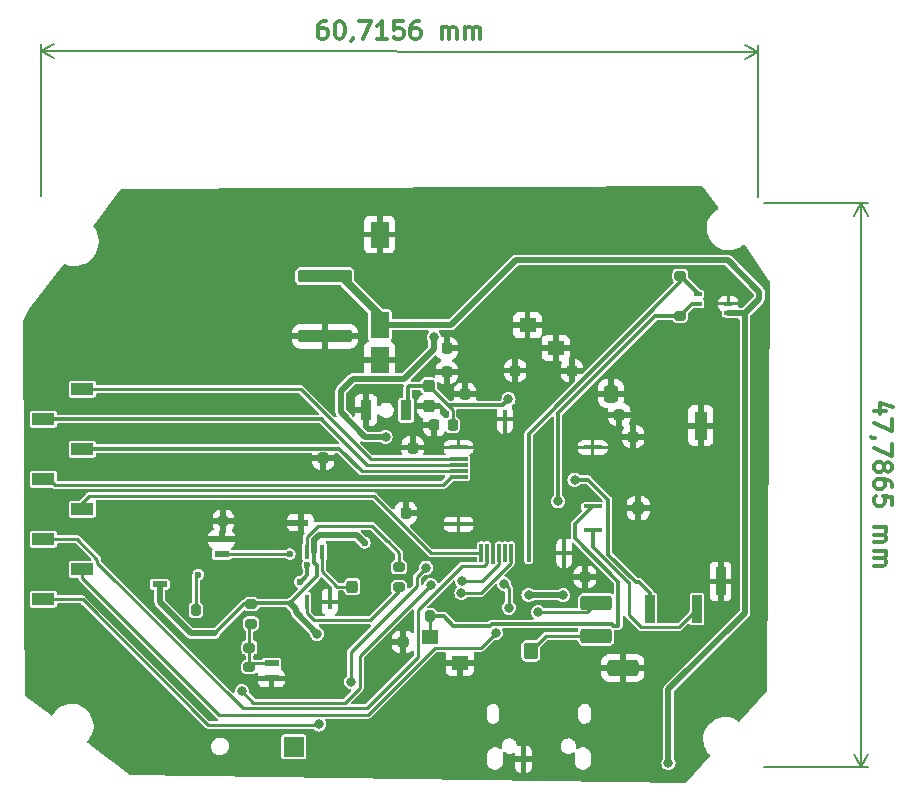
<source format=gbr>
%TF.GenerationSoftware,KiCad,Pcbnew,7.0.2*%
%TF.CreationDate,2023-11-28T02:03:26-03:00*%
%TF.ProjectId,Schematic_monitor,53636865-6d61-4746-9963-5f6d6f6e6974,rev?*%
%TF.SameCoordinates,Original*%
%TF.FileFunction,Copper,L2,Bot*%
%TF.FilePolarity,Positive*%
%FSLAX45Y45*%
G04 Gerber Fmt 4.5, Leading zero omitted, Abs format (unit mm)*
G04 Created by KiCad (PCBNEW 7.0.2) date 2023-11-28 02:03:26*
%MOMM*%
%LPD*%
G01*
G04 APERTURE LIST*
G04 Aperture macros list*
%AMRoundRect*
0 Rectangle with rounded corners*
0 $1 Rounding radius*
0 $2 $3 $4 $5 $6 $7 $8 $9 X,Y pos of 4 corners*
0 Add a 4 corners polygon primitive as box body*
4,1,4,$2,$3,$4,$5,$6,$7,$8,$9,$2,$3,0*
0 Add four circle primitives for the rounded corners*
1,1,$1+$1,$2,$3*
1,1,$1+$1,$4,$5*
1,1,$1+$1,$6,$7*
1,1,$1+$1,$8,$9*
0 Add four rect primitives between the rounded corners*
20,1,$1+$1,$2,$3,$4,$5,0*
20,1,$1+$1,$4,$5,$6,$7,0*
20,1,$1+$1,$6,$7,$8,$9,0*
20,1,$1+$1,$8,$9,$2,$3,0*%
G04 Aperture macros list end*
%ADD10C,0.300000*%
%TA.AperFunction,NonConductor*%
%ADD11C,0.300000*%
%TD*%
%TA.AperFunction,NonConductor*%
%ADD12C,0.200000*%
%TD*%
%TA.AperFunction,SMDPad,CuDef*%
%ADD13R,1.120000X2.440000*%
%TD*%
%TA.AperFunction,SMDPad,CuDef*%
%ADD14RoundRect,0.200000X-0.275000X0.200000X-0.275000X-0.200000X0.275000X-0.200000X0.275000X0.200000X0*%
%TD*%
%TA.AperFunction,SMDPad,CuDef*%
%ADD15RoundRect,0.200000X0.200000X0.275000X-0.200000X0.275000X-0.200000X-0.275000X0.200000X-0.275000X0*%
%TD*%
%TA.AperFunction,SMDPad,CuDef*%
%ADD16R,1.400000X1.200000*%
%TD*%
%TA.AperFunction,SMDPad,CuDef*%
%ADD17RoundRect,0.225000X-0.225000X-0.250000X0.225000X-0.250000X0.225000X0.250000X-0.225000X0.250000X0*%
%TD*%
%TA.AperFunction,SMDPad,CuDef*%
%ADD18RoundRect,0.225000X0.225000X0.250000X-0.225000X0.250000X-0.225000X-0.250000X0.225000X-0.250000X0*%
%TD*%
%TA.AperFunction,SMDPad,CuDef*%
%ADD19RoundRect,0.250000X-0.337500X-0.475000X0.337500X-0.475000X0.337500X0.475000X-0.337500X0.475000X0*%
%TD*%
%TA.AperFunction,SMDPad,CuDef*%
%ADD20RoundRect,0.237500X0.237500X-0.300000X0.237500X0.300000X-0.237500X0.300000X-0.237500X-0.300000X0*%
%TD*%
%TA.AperFunction,SMDPad,CuDef*%
%ADD21RoundRect,0.075000X-0.075000X0.700000X-0.075000X-0.700000X0.075000X-0.700000X0.075000X0.700000X0*%
%TD*%
%TA.AperFunction,SMDPad,CuDef*%
%ADD22RoundRect,0.075000X-0.700000X0.075000X-0.700000X-0.075000X0.700000X-0.075000X0.700000X0.075000X0*%
%TD*%
%TA.AperFunction,SMDPad,CuDef*%
%ADD23RoundRect,0.250000X-1.075000X0.375000X-1.075000X-0.375000X1.075000X-0.375000X1.075000X0.375000X0*%
%TD*%
%TA.AperFunction,SMDPad,CuDef*%
%ADD24R,0.450000X1.300000*%
%TD*%
%TA.AperFunction,SMDPad,CuDef*%
%ADD25RoundRect,0.218750X-0.218750X-0.256250X0.218750X-0.256250X0.218750X0.256250X-0.218750X0.256250X0*%
%TD*%
%TA.AperFunction,SMDPad,CuDef*%
%ADD26R,1.600000X2.200000*%
%TD*%
%TA.AperFunction,SMDPad,CuDef*%
%ADD27R,0.381000X1.219200*%
%TD*%
%TA.AperFunction,ComponentPad*%
%ADD28R,1.700000X1.700000*%
%TD*%
%TA.AperFunction,SMDPad,CuDef*%
%ADD29R,0.900000X1.700000*%
%TD*%
%TA.AperFunction,SMDPad,CuDef*%
%ADD30R,1.257300X0.508000*%
%TD*%
%TA.AperFunction,SMDPad,CuDef*%
%ADD31RoundRect,0.250000X2.050000X0.300000X-2.050000X0.300000X-2.050000X-0.300000X2.050000X-0.300000X0*%
%TD*%
%TA.AperFunction,SMDPad,CuDef*%
%ADD32RoundRect,0.225000X-0.250000X0.225000X-0.250000X-0.225000X0.250000X-0.225000X0.250000X0.225000X0*%
%TD*%
%TA.AperFunction,SMDPad,CuDef*%
%ADD33RoundRect,0.237500X-0.237500X0.287500X-0.237500X-0.287500X0.237500X-0.287500X0.237500X0.287500X0*%
%TD*%
%TA.AperFunction,SMDPad,CuDef*%
%ADD34R,0.850000X2.350000*%
%TD*%
%TA.AperFunction,SMDPad,CuDef*%
%ADD35RoundRect,0.250000X0.350000X0.450000X-0.350000X0.450000X-0.350000X-0.450000X0.350000X-0.450000X0*%
%TD*%
%TA.AperFunction,SMDPad,CuDef*%
%ADD36R,0.711200X0.304800*%
%TD*%
%TA.AperFunction,SMDPad,CuDef*%
%ADD37RoundRect,0.250000X-1.075000X0.425000X-1.075000X-0.425000X1.075000X-0.425000X1.075000X0.425000X0*%
%TD*%
%TA.AperFunction,SMDPad,CuDef*%
%ADD38RoundRect,0.200000X0.275000X-0.200000X0.275000X0.200000X-0.275000X0.200000X-0.275000X-0.200000X0*%
%TD*%
%TA.AperFunction,SMDPad,CuDef*%
%ADD39R,1.900000X1.000000*%
%TD*%
%TA.AperFunction,ViaPad*%
%ADD40C,0.800000*%
%TD*%
%TA.AperFunction,ViaPad*%
%ADD41C,0.600000*%
%TD*%
%TA.AperFunction,Conductor*%
%ADD42C,0.500000*%
%TD*%
%TA.AperFunction,Conductor*%
%ADD43C,0.300000*%
%TD*%
%TA.AperFunction,Conductor*%
%ADD44C,0.700000*%
%TD*%
%TA.AperFunction,Conductor*%
%ADD45C,0.250000*%
%TD*%
G04 APERTURE END LIST*
D10*
D11*
X11676783Y-6598166D02*
X11648211Y-6598125D01*
X11648211Y-6598125D02*
X11633915Y-6605247D01*
X11633915Y-6605247D02*
X11626762Y-6612379D01*
X11626762Y-6612379D02*
X11612445Y-6633787D01*
X11612445Y-6633787D02*
X11605260Y-6662348D01*
X11605260Y-6662348D02*
X11605177Y-6719491D01*
X11605177Y-6719491D02*
X11612299Y-6733787D01*
X11612299Y-6733787D02*
X11619432Y-6740940D01*
X11619432Y-6740940D02*
X11633707Y-6748104D01*
X11633707Y-6748104D02*
X11662278Y-6748145D01*
X11662278Y-6748145D02*
X11676574Y-6741023D01*
X11676574Y-6741023D02*
X11683728Y-6733891D01*
X11683728Y-6733891D02*
X11690891Y-6719616D01*
X11690891Y-6719616D02*
X11690943Y-6683901D01*
X11690943Y-6683901D02*
X11683821Y-6669605D01*
X11683821Y-6669605D02*
X11676689Y-6662452D01*
X11676689Y-6662452D02*
X11662414Y-6655288D01*
X11662414Y-6655288D02*
X11633842Y-6655247D01*
X11633842Y-6655247D02*
X11619546Y-6662369D01*
X11619546Y-6662369D02*
X11612393Y-6669501D01*
X11612393Y-6669501D02*
X11605229Y-6683776D01*
X11783925Y-6598323D02*
X11798211Y-6598344D01*
X11798211Y-6598344D02*
X11812486Y-6605507D01*
X11812486Y-6605507D02*
X11819619Y-6612661D01*
X11819619Y-6612661D02*
X11826741Y-6626957D01*
X11826741Y-6626957D02*
X11833842Y-6655539D01*
X11833842Y-6655539D02*
X11833790Y-6691253D01*
X11833790Y-6691253D02*
X11826605Y-6719814D01*
X11826605Y-6719814D02*
X11819442Y-6734089D01*
X11819442Y-6734089D02*
X11812288Y-6741221D01*
X11812288Y-6741221D02*
X11797992Y-6748343D01*
X11797992Y-6748343D02*
X11783707Y-6748323D01*
X11783707Y-6748323D02*
X11769431Y-6741159D01*
X11769431Y-6741159D02*
X11762299Y-6734006D01*
X11762299Y-6734006D02*
X11755177Y-6719710D01*
X11755177Y-6719710D02*
X11748076Y-6691128D01*
X11748076Y-6691128D02*
X11748128Y-6655413D01*
X11748128Y-6655413D02*
X11755312Y-6626852D01*
X11755312Y-6626852D02*
X11762476Y-6612577D01*
X11762476Y-6612577D02*
X11769629Y-6605445D01*
X11769629Y-6605445D02*
X11783925Y-6598323D01*
X11905145Y-6741357D02*
X11905135Y-6748500D01*
X11905135Y-6748500D02*
X11897971Y-6762775D01*
X11897971Y-6762775D02*
X11890818Y-6769907D01*
X11955354Y-6598573D02*
X12055354Y-6598719D01*
X12055354Y-6598719D02*
X11990849Y-6748625D01*
X12190849Y-6748917D02*
X12105135Y-6748792D01*
X12147992Y-6748854D02*
X12148211Y-6598854D01*
X12148211Y-6598854D02*
X12133894Y-6620262D01*
X12133894Y-6620262D02*
X12119587Y-6634527D01*
X12119587Y-6634527D02*
X12105291Y-6641649D01*
X12326782Y-6599115D02*
X12255353Y-6599011D01*
X12255353Y-6599011D02*
X12248106Y-6670429D01*
X12248106Y-6670429D02*
X12255260Y-6663296D01*
X12255260Y-6663296D02*
X12269556Y-6656174D01*
X12269556Y-6656174D02*
X12305270Y-6656226D01*
X12305270Y-6656226D02*
X12319545Y-6663390D01*
X12319545Y-6663390D02*
X12326678Y-6670543D01*
X12326678Y-6670543D02*
X12333800Y-6684839D01*
X12333800Y-6684839D02*
X12333748Y-6720554D01*
X12333748Y-6720554D02*
X12326584Y-6734829D01*
X12326584Y-6734829D02*
X12319431Y-6741961D01*
X12319431Y-6741961D02*
X12305135Y-6749083D01*
X12305135Y-6749083D02*
X12269420Y-6749031D01*
X12269420Y-6749031D02*
X12255145Y-6741868D01*
X12255145Y-6741868D02*
X12248013Y-6734714D01*
X12462496Y-6599313D02*
X12433925Y-6599271D01*
X12433925Y-6599271D02*
X12419629Y-6606393D01*
X12419629Y-6606393D02*
X12412475Y-6613526D01*
X12412475Y-6613526D02*
X12398158Y-6634933D01*
X12398158Y-6634933D02*
X12390974Y-6663494D01*
X12390974Y-6663494D02*
X12390890Y-6720637D01*
X12390890Y-6720637D02*
X12398012Y-6734933D01*
X12398012Y-6734933D02*
X12405145Y-6742086D01*
X12405145Y-6742086D02*
X12419420Y-6749250D01*
X12419420Y-6749250D02*
X12447991Y-6749292D01*
X12447991Y-6749292D02*
X12462288Y-6742170D01*
X12462288Y-6742170D02*
X12469441Y-6735037D01*
X12469441Y-6735037D02*
X12476605Y-6720762D01*
X12476605Y-6720762D02*
X12476657Y-6685048D01*
X12476657Y-6685048D02*
X12469535Y-6670752D01*
X12469535Y-6670752D02*
X12462402Y-6663598D01*
X12462402Y-6663598D02*
X12448127Y-6656435D01*
X12448127Y-6656435D02*
X12419556Y-6656393D01*
X12419556Y-6656393D02*
X12405259Y-6663515D01*
X12405259Y-6663515D02*
X12398106Y-6670648D01*
X12398106Y-6670648D02*
X12390942Y-6684923D01*
X12655134Y-6749594D02*
X12655280Y-6649594D01*
X12655259Y-6663880D02*
X12662412Y-6656747D01*
X12662412Y-6656747D02*
X12676709Y-6649625D01*
X12676709Y-6649625D02*
X12698137Y-6649657D01*
X12698137Y-6649657D02*
X12712412Y-6656820D01*
X12712412Y-6656820D02*
X12719534Y-6671117D01*
X12719534Y-6671117D02*
X12719420Y-6749688D01*
X12719534Y-6671117D02*
X12726698Y-6656841D01*
X12726698Y-6656841D02*
X12740994Y-6649719D01*
X12740994Y-6649719D02*
X12762423Y-6649751D01*
X12762423Y-6649751D02*
X12776698Y-6656914D01*
X12776698Y-6656914D02*
X12783820Y-6671210D01*
X12783820Y-6671210D02*
X12783705Y-6749782D01*
X12855134Y-6749886D02*
X12855280Y-6649886D01*
X12855259Y-6664172D02*
X12862412Y-6657039D01*
X12862412Y-6657039D02*
X12876708Y-6649917D01*
X12876708Y-6649917D02*
X12898137Y-6649949D01*
X12898137Y-6649949D02*
X12912412Y-6657112D01*
X12912412Y-6657112D02*
X12919534Y-6671408D01*
X12919534Y-6671408D02*
X12919419Y-6749980D01*
X12919534Y-6671408D02*
X12926698Y-6657133D01*
X12926698Y-6657133D02*
X12940994Y-6650011D01*
X12940994Y-6650011D02*
X12962422Y-6650042D01*
X12962422Y-6650042D02*
X12976698Y-6657206D01*
X12976698Y-6657206D02*
X12983820Y-6671502D01*
X12983820Y-6671502D02*
X12983705Y-6750074D01*
D12*
X9260272Y-8077199D02*
X9262141Y-6796609D01*
X15331823Y-8086058D02*
X15333691Y-6805468D01*
X9262055Y-6855251D02*
X15333606Y-6864109D01*
X9262055Y-6855251D02*
X15333606Y-6864109D01*
X9262055Y-6855251D02*
X9374791Y-6796773D01*
X9262055Y-6855251D02*
X9374620Y-6914057D01*
X15333606Y-6864109D02*
X15220870Y-6922587D01*
X15333606Y-6864109D02*
X15221041Y-6805303D01*
D10*
D11*
X16415820Y-9903350D02*
X16315820Y-9903406D01*
X16472943Y-9867604D02*
X16365780Y-9831950D01*
X16365780Y-9831950D02*
X16365832Y-9924807D01*
X16465856Y-9967608D02*
X16465911Y-10067608D01*
X16465911Y-10067608D02*
X16315876Y-10003406D01*
X16323090Y-10131973D02*
X16315947Y-10131977D01*
X16315947Y-10131977D02*
X16301657Y-10124842D01*
X16301657Y-10124842D02*
X16294511Y-10117703D01*
X16465975Y-10181894D02*
X16466030Y-10281894D01*
X16466030Y-10281894D02*
X16315995Y-10217692D01*
X16401788Y-10360501D02*
X16408923Y-10346211D01*
X16408923Y-10346211D02*
X16416062Y-10339064D01*
X16416062Y-10339064D02*
X16430344Y-10331914D01*
X16430344Y-10331914D02*
X16437487Y-10331910D01*
X16437487Y-10331910D02*
X16451777Y-10339045D01*
X16451777Y-10339045D02*
X16458923Y-10346183D01*
X16458923Y-10346183D02*
X16466074Y-10360465D01*
X16466074Y-10360465D02*
X16466090Y-10389037D01*
X16466090Y-10389037D02*
X16458955Y-10403326D01*
X16458955Y-10403326D02*
X16451816Y-10410473D01*
X16451816Y-10410473D02*
X16437535Y-10417624D01*
X16437535Y-10417624D02*
X16430392Y-10417628D01*
X16430392Y-10417628D02*
X16416102Y-10410493D01*
X16416102Y-10410493D02*
X16408955Y-10403354D01*
X16408955Y-10403354D02*
X16401804Y-10389072D01*
X16401804Y-10389072D02*
X16401788Y-10360501D01*
X16401788Y-10360501D02*
X16394638Y-10346219D01*
X16394638Y-10346219D02*
X16387491Y-10339080D01*
X16387491Y-10339080D02*
X16373201Y-10331945D01*
X16373201Y-10331945D02*
X16344630Y-10331961D01*
X16344630Y-10331961D02*
X16330348Y-10339112D01*
X16330348Y-10339112D02*
X16323209Y-10346259D01*
X16323209Y-10346259D02*
X16316074Y-10360549D01*
X16316074Y-10360549D02*
X16316090Y-10389120D01*
X16316090Y-10389120D02*
X16323241Y-10403402D01*
X16323241Y-10403402D02*
X16330388Y-10410541D01*
X16330388Y-10410541D02*
X16344677Y-10417676D01*
X16344677Y-10417676D02*
X16373249Y-10417660D01*
X16373249Y-10417660D02*
X16387531Y-10410509D01*
X16387531Y-10410509D02*
X16394669Y-10403362D01*
X16394669Y-10403362D02*
X16401804Y-10389072D01*
X16466177Y-10546179D02*
X16466162Y-10517608D01*
X16466162Y-10517608D02*
X16459011Y-10503326D01*
X16459011Y-10503326D02*
X16451864Y-10496187D01*
X16451864Y-10496187D02*
X16430427Y-10481914D01*
X16430427Y-10481914D02*
X16401852Y-10474787D01*
X16401852Y-10474787D02*
X16344709Y-10474818D01*
X16344709Y-10474818D02*
X16330427Y-10481969D01*
X16330427Y-10481969D02*
X16323289Y-10489116D01*
X16323289Y-10489116D02*
X16316154Y-10503406D01*
X16316154Y-10503406D02*
X16316170Y-10531977D01*
X16316170Y-10531977D02*
X16323320Y-10546259D01*
X16323320Y-10546259D02*
X16330467Y-10553398D01*
X16330467Y-10553398D02*
X16344757Y-10560533D01*
X16344757Y-10560533D02*
X16380471Y-10560513D01*
X16380471Y-10560513D02*
X16394753Y-10553362D01*
X16394753Y-10553362D02*
X16401892Y-10546215D01*
X16401892Y-10546215D02*
X16409027Y-10531925D01*
X16409027Y-10531925D02*
X16409011Y-10503354D01*
X16409011Y-10503354D02*
X16401860Y-10489072D01*
X16401860Y-10489072D02*
X16394713Y-10481933D01*
X16394713Y-10481933D02*
X16380423Y-10474798D01*
X16466261Y-10696179D02*
X16466221Y-10624751D01*
X16466221Y-10624751D02*
X16394789Y-10617648D01*
X16394789Y-10617648D02*
X16401935Y-10624786D01*
X16401935Y-10624786D02*
X16409086Y-10639068D01*
X16409086Y-10639068D02*
X16409106Y-10674783D01*
X16409106Y-10674783D02*
X16401971Y-10689072D01*
X16401971Y-10689072D02*
X16394832Y-10696219D01*
X16394832Y-10696219D02*
X16380551Y-10703370D01*
X16380551Y-10703370D02*
X16344836Y-10703390D01*
X16344836Y-10703390D02*
X16330547Y-10696255D01*
X16330547Y-10696255D02*
X16323400Y-10689116D01*
X16323400Y-10689116D02*
X16316249Y-10674834D01*
X16316249Y-10674834D02*
X16316229Y-10639120D01*
X16316229Y-10639120D02*
X16323364Y-10624830D01*
X16323364Y-10624830D02*
X16330503Y-10617683D01*
X16316364Y-10881977D02*
X16416364Y-10881921D01*
X16402078Y-10881929D02*
X16409225Y-10889068D01*
X16409225Y-10889068D02*
X16416376Y-10903350D01*
X16416376Y-10903350D02*
X16416388Y-10924778D01*
X16416388Y-10924778D02*
X16409253Y-10939068D01*
X16409253Y-10939068D02*
X16394971Y-10946219D01*
X16394971Y-10946219D02*
X16316400Y-10946263D01*
X16394971Y-10946219D02*
X16409261Y-10953354D01*
X16409261Y-10953354D02*
X16416412Y-10967636D01*
X16416412Y-10967636D02*
X16416424Y-10989064D01*
X16416424Y-10989064D02*
X16409289Y-11003354D01*
X16409289Y-11003354D02*
X16395007Y-11010505D01*
X16395007Y-11010505D02*
X16316436Y-11010548D01*
X16316475Y-11081977D02*
X16416475Y-11081921D01*
X16402190Y-11081929D02*
X16409337Y-11089068D01*
X16409337Y-11089068D02*
X16416487Y-11103350D01*
X16416487Y-11103350D02*
X16416499Y-11124778D01*
X16416499Y-11124778D02*
X16409364Y-11139068D01*
X16409364Y-11139068D02*
X16395083Y-11146219D01*
X16395083Y-11146219D02*
X16316511Y-11146263D01*
X16395083Y-11146219D02*
X16409372Y-11153354D01*
X16409372Y-11153354D02*
X16416523Y-11167636D01*
X16416523Y-11167636D02*
X16416535Y-11189064D01*
X16416535Y-11189064D02*
X16409400Y-11203354D01*
X16409400Y-11203354D02*
X16395118Y-11210505D01*
X16395118Y-11210505D02*
X16316547Y-11210548D01*
D12*
X15381750Y-8136030D02*
X16262871Y-8135540D01*
X15384408Y-12914676D02*
X16265530Y-12914186D01*
X16204229Y-8135573D02*
X16206888Y-12914219D01*
X16204229Y-8135573D02*
X16206888Y-12914219D01*
X16204229Y-8135573D02*
X16262934Y-8248190D01*
X16204229Y-8135573D02*
X16145650Y-8248256D01*
X16206888Y-12914219D02*
X16148183Y-12801601D01*
X16206888Y-12914219D02*
X16265467Y-12801536D01*
D13*
%TO.P,SW2,1,A*%
%TO.N,GND*%
X14850200Y-10023700D03*
%TD*%
D14*
%TO.P,R2,1*%
%TO.N,VBUS*%
X11040200Y-11534988D03*
%TO.P,R2,2*%
%TO.N,Net-(U6A-+)*%
X11040200Y-11699988D03*
%TD*%
D15*
%TO.P,R14,1*%
%TO.N,Temp_SDA*%
X12558700Y-11638200D03*
%TD*%
D16*
%TO.P,Y1,2,2*%
%TO.N,GND*%
X13382200Y-9175700D03*
%TO.P,Y1,4,4*%
X13622200Y-9365700D03*
%TD*%
D17*
%TO.P,C7,2*%
%TO.N,GND*%
X14276700Y-10116700D03*
%TD*%
D18*
%TO.P,C3,2*%
%TO.N,GND*%
X12697700Y-9573700D03*
%TD*%
D14*
%TO.P,R12,1*%
%TO.N,oxi_sda*%
X14674200Y-9092100D03*
%TD*%
D19*
%TO.P,C5,2*%
%TO.N,GND*%
X14087950Y-9752700D03*
%TD*%
D20*
%TO.P,C15,1*%
%TO.N,Net-(C15-Pad1)*%
X11899000Y-11386938D03*
%TD*%
D21*
%TO.P,U1,12,VSSA*%
%TO.N,GND*%
X13191200Y-9966200D03*
D22*
%TO.P,U1,18,VSS*%
X12798700Y-10208700D03*
%TO.P,U1,20,PA4*%
%TO.N,touch_int*%
X12798700Y-10308700D03*
%TO.P,U1,21,PA5*%
%TO.N,displ_sck*%
X12798700Y-10358700D03*
%TO.P,U1,22,PA6*%
%TO.N,touch_mosi*%
X12798700Y-10408700D03*
%TO.P,U1,23,PA7*%
%TO.N,displ_mosi*%
X12798700Y-10458700D03*
%TO.P,U1,31,VSS*%
%TO.N,GND*%
X12798700Y-10858700D03*
D21*
%TO.P,U1,33,PB12*%
%TO.N,displ_cs*%
X12991200Y-11101200D03*
%TO.P,U1,34,PB13*%
%TO.N,touch_cs*%
X13041200Y-11101200D03*
%TO.P,U1,36,PB15*%
%TO.N,displ_rst*%
X13141200Y-11101200D03*
%TO.P,U1,37,PC6*%
%TO.N,unconnected-(U1-PC6-Pad37)*%
X13191200Y-11101200D03*
%TO.P,U1,38,PC7*%
%TO.N,displ_led*%
X13241200Y-11101200D03*
%TO.P,U1,41,PA8*%
%TO.N,oxi_scl*%
X13391200Y-11101200D03*
%TO.P,U1,47,VSS*%
%TO.N,GND*%
X13691200Y-11101200D03*
D22*
%TO.P,U1,49,PA14*%
%TO.N,SWCLK*%
X13933700Y-10908700D03*
%TO.P,U1,53,PC12*%
%TO.N,Temp_SDA*%
X13933700Y-10708700D03*
%TO.P,U1,63,VSS*%
%TO.N,GND*%
X13933700Y-10208700D03*
%TD*%
D18*
%TO.P,C14,2*%
%TO.N,GND*%
X13277700Y-9557700D03*
%TD*%
D23*
%TO.P,D5,1,K*%
%TO.N,led_pin*%
X13963000Y-11524000D03*
%TO.P,D5,2,A*%
%TO.N,Net-(D5-A)*%
X13963000Y-11804000D03*
%TD*%
D24*
%TO.P,J2,5,GND*%
%TO.N,GND*%
X13348700Y-12847700D03*
%TD*%
D15*
%TO.P,R6,2*%
%TO.N,GND*%
X10805700Y-10831488D03*
%TD*%
D25*
%TO.P,D3,2,A*%
%TO.N,GND*%
X11653950Y-10301200D03*
%TD*%
D26*
%TO.P,C1,1*%
%TO.N,VBUS*%
X12130800Y-9170400D03*
%TO.P,C1,2*%
%TO.N,GND*%
X12130800Y-9470400D03*
%TD*%
D27*
%TO.P,U5,1,Rg*%
%TO.N,Net-(Rg1-Pad1)*%
X11513700Y-11516578D03*
%TO.P,U5,4,Vs-*%
%TO.N,GND*%
X11708700Y-11516578D03*
%TO.P,U5,6*%
%TO.N,Net-(C15-Pad1)*%
X11643700Y-11092398D03*
%TO.P,U5,7,Vs+*%
%TO.N,VBUS*%
X11578700Y-11092398D03*
%TO.P,U5,8,Rg*%
%TO.N,Net-(Rg1-Pad2)*%
X11513700Y-11092398D03*
%TD*%
D18*
%TO.P,C8,2*%
%TO.N,GND*%
X12410200Y-10209700D03*
%TD*%
D14*
%TO.P,R11,1*%
%TO.N,oxi_scl*%
X14676200Y-8755100D03*
%TD*%
D28*
%TO.P,J4,1,Pin_1*%
%TO.N,Net-(J4-Pin_1)*%
X11404200Y-12744200D03*
%TD*%
D29*
%TO.P,SW1,1,1*%
%TO.N,GND*%
X12014408Y-9893704D03*
%TO.P,SW1,2,2*%
%TO.N,NRST*%
X12354408Y-9893704D03*
%TD*%
D30*
%TO.P,U8,4,V-*%
%TO.N,GND*%
X11461945Y-10844988D03*
%TD*%
D26*
%TO.P,C2,2*%
%TO.N,GND*%
X12130800Y-8406000D03*
%TD*%
D18*
%TO.P,C4,2*%
%TO.N,GND*%
X12852200Y-9757200D03*
%TD*%
D17*
%TO.P,C13,2*%
%TO.N,GND*%
X13756700Y-9559700D03*
%TD*%
D31*
%TO.P,U2,1,GND*%
%TO.N,GND*%
X11666900Y-9267200D03*
%TO.P,U2,3,VI*%
%TO.N,VBUS*%
X11666900Y-8759200D03*
%TD*%
D18*
%TO.P,C9,2*%
%TO.N,GND*%
X12351200Y-10764700D03*
%TD*%
D32*
%TO.P,C18,1*%
%TO.N,GND*%
X12328200Y-11854700D03*
%TD*%
D15*
%TO.P,R5,2*%
%TO.N,Net-(U7A--)*%
X10572700Y-11586488D03*
%TD*%
D17*
%TO.P,C6,2*%
%TO.N,GND*%
X14159700Y-9931700D03*
%TD*%
D33*
%TO.P,D2,2,A2*%
%TO.N,GND*%
X14319200Y-10724200D03*
%TD*%
D18*
%TO.P,C11,2*%
%TO.N,GND*%
X12699700Y-9369700D03*
%TD*%
D34*
%TO.P,J1,1,Pin_1*%
%TO.N,+3.3VA*%
X14416800Y-11578600D03*
%TO.P,J1,3,Pin_3*%
%TO.N,SWCLK*%
X14816800Y-11578600D03*
%TO.P,J1,4,Pin_4*%
%TO.N,GND*%
X15016800Y-11343600D03*
%TD*%
D33*
%TO.P,D1,1,A1*%
%TO.N,NRST*%
X12545200Y-9685950D03*
%TO.P,D1,2,A2*%
%TO.N,GND*%
X12545200Y-9860950D03*
%TD*%
D14*
%TO.P,R3,1*%
%TO.N,Net-(U6A-+)*%
X11028200Y-11902988D03*
X11028200Y-12067988D03*
%TD*%
D16*
%TO.P,U3,2,SDA/PWM*%
%TO.N,Temp_SDA*%
X12555200Y-11813950D03*
%TO.P,U3,4,VSS*%
%TO.N,GND*%
X12809200Y-12033950D03*
%TD*%
D35*
%TO.P,R16,1*%
%TO.N,Net-(D5-A)*%
X13409000Y-11932000D03*
%TD*%
D32*
%TO.P,C10,2*%
%TO.N,GND*%
X13868200Y-11303200D03*
%TD*%
D30*
%TO.P,U7,3,+*%
%TO.N,Net-(U7A-+)*%
X10793455Y-11112988D03*
%TO.P,U7,4,V-*%
%TO.N,GND*%
X10793455Y-10985988D03*
%TO.P,U7,8,V+*%
%TO.N,VBUS*%
X10268945Y-11366988D03*
%TD*%
%TO.P,U6,3,+*%
%TO.N,Net-(U6A-+)*%
X11214690Y-12037988D03*
%TO.P,U6,4,V-*%
%TO.N,GND*%
X11214690Y-12164988D03*
%TD*%
D36*
%TO.P,U4,2,SCL*%
%TO.N,oxi_scl*%
X14823200Y-8911600D03*
%TO.P,U4,3,SDA*%
%TO.N,oxi_sda*%
X14823200Y-8991600D03*
%TO.P,U4,11,VDD*%
%TO.N,VBUS*%
X15082280Y-9071600D03*
%TO.P,U4,12,GND*%
%TO.N,GND*%
X15082280Y-8991600D03*
%TD*%
D37*
%TO.P,D4,1,K*%
%TO.N,GND*%
X14189700Y-12074700D03*
%TD*%
D38*
%TO.P,Rg1,1*%
%TO.N,Net-(Rg1-Pad1)*%
X12295200Y-11388988D03*
%TO.P,Rg1,2*%
%TO.N,Net-(Rg1-Pad2)*%
X12295200Y-11223988D03*
%TD*%
D18*
%TO.P,C12,1*%
%TO.N,NRST*%
X12747700Y-10018200D03*
%TO.P,C12,2*%
%TO.N,GND*%
X12592700Y-10018200D03*
%TD*%
D39*
%TO.P,J5,2,Pin_2*%
%TO.N,displ_rst*%
X9283800Y-11494200D03*
%TO.P,J5,3,Pin_3*%
%TO.N,displ_dc*%
X9613800Y-11240200D03*
%TO.P,J5,4,Pin_4*%
%TO.N,touch_cs*%
X9283800Y-10986200D03*
%TO.P,J5,5,Pin_5*%
%TO.N,displ_cs*%
X9613800Y-10732200D03*
%TO.P,J5,6,Pin_6*%
%TO.N,displ_mosi*%
X9283800Y-10478200D03*
%TO.P,J5,7,Pin_7*%
%TO.N,touch_mosi*%
X9613800Y-10224200D03*
%TO.P,J5,8,Pin_8*%
%TO.N,displ_sck*%
X9283800Y-9970200D03*
%TO.P,J5,9,Pin_9*%
%TO.N,touch_int*%
X9613800Y-9716200D03*
%TD*%
D40*
%TO.N,VBUS*%
X11602200Y-11786200D03*
D41*
X12002872Y-11016964D03*
D40*
X14575408Y-12882704D03*
%TO.N,GND*%
X12141200Y-12039600D03*
X10007600Y-10998200D03*
X10033000Y-8178800D03*
%TO.N,+3.3VA*%
X13780200Y-10481200D03*
%TO.N,+3.3V*%
X12588000Y-9278000D03*
X12180408Y-10119200D03*
X13391200Y-11457200D03*
X13683408Y-11459704D03*
%TO.N,NRST*%
X13221200Y-9802200D03*
%TO.N,displ_led*%
X12823000Y-11441000D03*
X10964000Y-12273000D03*
X12562270Y-11374270D03*
%TO.N,displ_rst*%
X11619000Y-12554000D03*
X12522200Y-11226800D03*
X12829200Y-11340200D03*
X11887200Y-12192000D03*
%TO.N,displ_dc*%
X13185200Y-11363200D03*
X13223200Y-11565200D03*
X13113200Y-11778200D03*
%TO.N,led_pin*%
X13473000Y-11604000D03*
%TO.N,oxi_sda*%
X13638200Y-10665200D03*
D41*
%TO.N,Net-(U7A-+)*%
X11369200Y-11111488D03*
%TO.N,Vref*%
X11456200Y-11346200D03*
X11518200Y-11208200D03*
%TO.N,Net-(U7A--)*%
X10596000Y-11286000D03*
%TD*%
D42*
%TO.N,VBUS*%
X15075704Y-8621704D02*
X15345408Y-8891408D01*
D43*
X11596200Y-11200858D02*
X11596200Y-11300400D01*
X10984124Y-11534988D02*
X10737312Y-11781800D01*
X11578700Y-11092398D02*
X11578700Y-11183358D01*
D42*
X11666900Y-8759200D02*
X11800600Y-8759200D01*
X11578700Y-10987388D02*
X11578700Y-11092398D01*
X10268945Y-11520145D02*
X10530600Y-11781800D01*
X15222512Y-9071600D02*
X15082280Y-9071600D01*
X11938108Y-10952200D02*
X11615365Y-10952200D01*
X11421408Y-11605408D02*
X11602200Y-11786200D01*
D43*
X11040200Y-11534988D02*
X10984124Y-11534988D01*
D42*
X11421408Y-11605408D02*
X11421408Y-11580408D01*
D43*
X11596200Y-11300400D02*
X11368800Y-11527800D01*
D42*
X10530600Y-11781800D02*
X10737312Y-11781800D01*
X11421408Y-11580408D02*
X11368800Y-11527800D01*
X11615365Y-10952200D02*
X11581127Y-10986438D01*
X12736600Y-9170400D02*
X13285296Y-8621704D01*
D43*
X11578700Y-11183358D02*
X11596200Y-11200858D01*
D42*
X11581127Y-10986438D02*
X11579650Y-10986438D01*
X15222512Y-11611088D02*
X15222512Y-9071600D01*
X11579650Y-10986438D02*
X11578700Y-10987388D01*
D43*
X11578700Y-11092398D02*
X11578700Y-11162634D01*
D42*
X15345408Y-8948704D02*
X15222512Y-9071600D01*
D43*
X11368800Y-11527800D02*
X11047388Y-11527800D01*
D42*
X12002872Y-11016964D02*
X11938108Y-10952200D01*
X14575408Y-12882704D02*
X14575408Y-12258192D01*
X13285296Y-8621704D02*
X15075704Y-8621704D01*
X14575408Y-12258192D02*
X15222512Y-11611088D01*
X12130800Y-9170400D02*
X12736600Y-9170400D01*
X15345408Y-8891408D02*
X15345408Y-8948704D01*
D44*
X11800600Y-8759200D02*
X12130800Y-9089400D01*
D42*
X10268945Y-11366988D02*
X10268945Y-11520145D01*
X12130800Y-9089400D02*
X12130800Y-9170400D01*
D43*
X11047388Y-11527800D02*
X11040200Y-11534988D01*
%TO.N,+3.3VA*%
X13895200Y-10481200D02*
X14066000Y-10652000D01*
X14066000Y-10652000D02*
X14066000Y-11116289D01*
X14416800Y-11441800D02*
X14416800Y-11578600D01*
X13780200Y-10481200D02*
X13895200Y-10481200D01*
X14066000Y-11116289D02*
X14299711Y-11350000D01*
X14325000Y-11350000D02*
X14416800Y-11441800D01*
X14299711Y-11350000D02*
X14325000Y-11350000D01*
D42*
%TO.N,+3.3V*%
X11801408Y-9910704D02*
X12009904Y-10119200D01*
X11903712Y-9625400D02*
X11801408Y-9727704D01*
X13680904Y-11457200D02*
X13391200Y-11457200D01*
X13683408Y-11459704D02*
X13680904Y-11457200D01*
X12009904Y-10119200D02*
X12180408Y-10119200D01*
X12588000Y-9278000D02*
X12588000Y-9375400D01*
X11801408Y-9727704D02*
X11801408Y-9910704D01*
X12588000Y-9375400D02*
X12338000Y-9625400D01*
X12338000Y-9625400D02*
X11903712Y-9625400D01*
D45*
%TO.N,NRST*%
X12747700Y-9888450D02*
X12707450Y-9848200D01*
D43*
X12380162Y-9685950D02*
X12545200Y-9685950D01*
D45*
X12747700Y-10018200D02*
X12747700Y-9888450D01*
D43*
X13221200Y-9802200D02*
X13175200Y-9848200D01*
X12707450Y-9848200D02*
X12545200Y-9685950D01*
X12367200Y-9904700D02*
X12367200Y-9698912D01*
X13175200Y-9848200D02*
X12707450Y-9848200D01*
X12367200Y-9698912D02*
X12380162Y-9685950D01*
D45*
%TO.N,SWCLK*%
X14666800Y-11728600D02*
X14341800Y-11728600D01*
X14816800Y-11578600D02*
X14666800Y-11728600D01*
X14240408Y-11361408D02*
X14239000Y-11360000D01*
X14240408Y-11627208D02*
X14240408Y-11361408D01*
X14341800Y-11728600D02*
X14240408Y-11627208D01*
D43*
X14239000Y-11360000D02*
X13933700Y-11054700D01*
X13933700Y-11054700D02*
X13933700Y-10908700D01*
X14239000Y-11360000D02*
X14239200Y-11360200D01*
D45*
%TO.N,displ_led*%
X12823000Y-11441000D02*
X12985468Y-11441000D01*
X11963400Y-12242800D02*
X11963400Y-11973140D01*
X11061000Y-12370000D02*
X11836200Y-12370000D01*
X11836200Y-12370000D02*
X11963400Y-12242800D01*
X12985468Y-11441000D02*
X13241200Y-11185268D01*
X10964000Y-12273000D02*
X11061000Y-12370000D01*
X13241200Y-11185268D02*
X13241200Y-11101200D01*
X11963400Y-11973140D02*
X12562270Y-11374270D01*
%TO.N,displ_rst*%
X10677400Y-12557000D02*
X9614600Y-11494200D01*
X11887200Y-12192000D02*
X11887200Y-11938000D01*
X13141200Y-11101200D02*
X13141200Y-11195200D01*
X12446000Y-11303000D02*
X12522200Y-11226800D01*
X11616000Y-12557000D02*
X10677400Y-12557000D01*
X9614600Y-11494200D02*
X9229200Y-11494200D01*
X13141200Y-11195200D02*
X12996200Y-11340200D01*
X11619000Y-12554000D02*
X11616000Y-12557000D01*
X12446000Y-11379200D02*
X12446000Y-11303000D01*
X12996200Y-11340200D02*
X12829200Y-11340200D01*
X11887200Y-11938000D02*
X12446000Y-11379200D01*
%TO.N,displ_dc*%
X13223200Y-11565200D02*
X13223200Y-11397200D01*
X12030640Y-12472000D02*
X10770200Y-12472000D01*
X12986950Y-11906450D02*
X12596190Y-11906450D01*
X12596190Y-11906450D02*
X12030640Y-12472000D01*
X9613800Y-11315600D02*
X9613800Y-11240200D01*
X13117200Y-11776200D02*
X12986950Y-11906450D01*
X10770200Y-12472000D02*
X9613800Y-11315600D01*
X13223200Y-11397200D02*
X13189200Y-11363200D01*
%TO.N,touch_cs*%
X12827800Y-11211200D02*
X13015268Y-11211200D01*
X12022000Y-12417000D02*
X12452700Y-11986300D01*
X9741300Y-11186300D02*
X10972000Y-12417000D01*
X9229200Y-10986200D02*
X9569800Y-10986200D01*
X13041200Y-11185268D02*
X13041200Y-11101200D01*
X12452700Y-11586300D02*
X12827800Y-11211200D01*
X9569800Y-10986200D02*
X9741300Y-11157700D01*
X9741300Y-11157700D02*
X9741300Y-11186300D01*
X13015268Y-11211200D02*
X13041200Y-11185268D01*
X10972000Y-12417000D02*
X12022000Y-12417000D01*
X12452700Y-11986300D02*
X12452700Y-11586300D01*
%TO.N,displ_cs*%
X12562418Y-11101200D02*
X12991200Y-11101200D01*
X9559200Y-10732200D02*
X9670400Y-10621000D01*
X12082218Y-10621000D02*
X12562418Y-11101200D01*
X9670400Y-10621000D02*
X12082218Y-10621000D01*
%TO.N,displ_mosi*%
X12664408Y-10528704D02*
X9385408Y-10528704D01*
X9385408Y-10528704D02*
X9334904Y-10478200D01*
X12798700Y-10458700D02*
X12734412Y-10458700D01*
X12734412Y-10458700D02*
X12664408Y-10528704D01*
D43*
%TO.N,touch_mosi*%
X11787364Y-10218700D02*
X11977364Y-10408700D01*
D45*
X11977364Y-10408700D02*
X11983500Y-10408700D01*
X11983500Y-10408700D02*
X12798700Y-10408700D01*
D43*
X9619300Y-10218700D02*
X11787364Y-10218700D01*
X9613800Y-10224200D02*
X9619300Y-10218700D01*
X11977364Y-10408700D02*
X11983500Y-10408700D01*
D45*
%TO.N,displ_sck*%
X12026700Y-10358700D02*
X11641700Y-9973700D01*
D43*
X9283800Y-9970200D02*
X11638200Y-9970200D01*
X11638200Y-9970200D02*
X11641700Y-9973700D01*
D45*
X12798700Y-10358700D02*
X12026700Y-10358700D01*
%TO.N,touch_int*%
X11463130Y-9716200D02*
X12055630Y-10308700D01*
X9559200Y-9716200D02*
X11463130Y-9716200D01*
X12055630Y-10308700D02*
X12798700Y-10308700D01*
%TO.N,led_pin*%
X13883000Y-11604000D02*
X13473000Y-11604000D01*
X13963000Y-11524000D02*
X13883000Y-11604000D01*
D43*
%TO.N,oxi_scl*%
X13391200Y-10095089D02*
X14676200Y-8810089D01*
X14823200Y-8911600D02*
X14823200Y-8902100D01*
X14823200Y-8902100D02*
X14676200Y-8755100D01*
X13391200Y-11101200D02*
X13391200Y-10095089D01*
X14676200Y-8810089D02*
X14676200Y-8755100D01*
%TO.N,oxi_sda*%
X13642200Y-9914800D02*
X13642200Y-10665200D01*
X14464900Y-9092100D02*
X13642200Y-9914800D01*
X14823200Y-8991600D02*
X14774700Y-8991600D01*
X14774700Y-8991600D02*
X14674200Y-9092100D01*
X14674200Y-9092100D02*
X14464900Y-9092100D01*
D45*
%TO.N,Net-(Rg1-Pad2)*%
X12196300Y-11002500D02*
X12065000Y-10871200D01*
X12295200Y-11100670D02*
X12197030Y-11002500D01*
X12197030Y-11002500D02*
X12196300Y-11002500D01*
X12065000Y-10871200D02*
X11607800Y-10871200D01*
X12295200Y-11223988D02*
X12295200Y-11100670D01*
X11513700Y-10965300D02*
X11513700Y-11092398D01*
X11607800Y-10871200D02*
X11513700Y-10965300D01*
%TO.N,Temp_SDA*%
X12555200Y-11813950D02*
X12555200Y-11641700D01*
D43*
X12561196Y-11635704D02*
X12672408Y-11635704D01*
D45*
X12555200Y-11641700D02*
X12558700Y-11638200D01*
D43*
X13067630Y-11717704D02*
X13082134Y-11703200D01*
X13830647Y-11706500D02*
X14095353Y-11706500D01*
X13082134Y-11703200D02*
X13827347Y-11703200D01*
X14095353Y-11706500D02*
X14106557Y-11717704D01*
X14152529Y-11344239D02*
X13785700Y-10977411D01*
X14106557Y-11717704D02*
X14152529Y-11717704D01*
X12558700Y-11638200D02*
X12561196Y-11635704D01*
X14152529Y-11717704D02*
X14152529Y-11344239D01*
X13785700Y-10977411D02*
X13785700Y-10856700D01*
X12754408Y-11717704D02*
X13067630Y-11717704D01*
X13785700Y-10856700D02*
X13933700Y-10708700D01*
X12672408Y-11635704D02*
X12754408Y-11717704D01*
X13827347Y-11703200D02*
X13830647Y-11706500D01*
D45*
%TO.N,Net-(Rg1-Pad1)*%
X11572200Y-11672488D02*
X11513200Y-11613488D01*
X11513700Y-11612988D02*
X11513700Y-11516578D01*
X12295200Y-11428400D02*
X12051112Y-11672488D01*
X11513200Y-11613488D02*
X11513700Y-11612988D01*
X12295200Y-11388988D02*
X12295200Y-11428400D01*
X12051112Y-11672488D02*
X11572200Y-11672488D01*
%TO.N,Net-(C15-Pad1)*%
X11771650Y-11386938D02*
X11643700Y-11258988D01*
X11643700Y-11258988D02*
X11643700Y-11092398D01*
X11899000Y-11386938D02*
X11771650Y-11386938D01*
%TO.N,Net-(U7A-+)*%
X11114700Y-11112988D02*
X11115200Y-11113488D01*
X11115200Y-11113488D02*
X11367200Y-11113488D01*
X10793455Y-11112988D02*
X11114700Y-11112988D01*
X11367200Y-11113488D02*
X11369200Y-11111488D01*
D43*
%TO.N,Vref*%
X11518200Y-11291200D02*
X11518200Y-11208200D01*
X11463200Y-11346200D02*
X11518200Y-11291200D01*
X11456200Y-11346200D02*
X11463200Y-11346200D01*
D45*
%TO.N,Net-(U6A-+)*%
X11028200Y-11711988D02*
X11040200Y-11699988D01*
X11214945Y-12037988D02*
X11058200Y-12037988D01*
X11028200Y-12067988D02*
X11028200Y-11902988D01*
X11028200Y-11902988D02*
X11028200Y-11711988D01*
%TO.N,Net-(U7A--)*%
X10572700Y-11309300D02*
X10572700Y-11586488D01*
X10596000Y-11286000D02*
X10572700Y-11309300D01*
%TO.N,Net-(D5-A)*%
X13963000Y-11804000D02*
X13537000Y-11804000D01*
X13537000Y-11804000D02*
X13409000Y-11932000D01*
%TD*%
%TA.AperFunction,Conductor*%
%TO.N,GND*%
G36*
X12412083Y-11580741D02*
G01*
X12417677Y-11584928D01*
X12420118Y-11591474D01*
X12420150Y-11592359D01*
X12420150Y-11766683D01*
X12418181Y-11773387D01*
X12412901Y-11777963D01*
X12405985Y-11778957D01*
X12399630Y-11776054D01*
X12398982Y-11775451D01*
X12398473Y-11774943D01*
X12384049Y-11766045D01*
X12367961Y-11760714D01*
X12358344Y-11759732D01*
X12357717Y-11759700D01*
X12353200Y-11759700D01*
X12353200Y-11949700D01*
X12357716Y-11949700D01*
X12358345Y-11949668D01*
X12367960Y-11948686D01*
X12384049Y-11943355D01*
X12398473Y-11934457D01*
X12398982Y-11933949D01*
X12405114Y-11930600D01*
X12412083Y-11931098D01*
X12417676Y-11935285D01*
X12420118Y-11941832D01*
X12420150Y-11942717D01*
X12420150Y-11967681D01*
X12418181Y-11974385D01*
X12416518Y-11976449D01*
X12012149Y-12380818D01*
X12006017Y-12384167D01*
X12003381Y-12384450D01*
X11897719Y-12384450D01*
X11891015Y-12382481D01*
X11886439Y-12377201D01*
X11885445Y-12370285D01*
X11888347Y-12363930D01*
X11888951Y-12363282D01*
X11910566Y-12341667D01*
X11985029Y-12267203D01*
X11985826Y-12266473D01*
X11988719Y-12264046D01*
X11988719Y-12264046D01*
X11988719Y-12264045D01*
X11990609Y-12260772D01*
X11991189Y-12259862D01*
X11993355Y-12256768D01*
X11993355Y-12256768D01*
X11993417Y-12256680D01*
X11994440Y-12254211D01*
X11994459Y-12254105D01*
X11994459Y-12254104D01*
X11995115Y-12250383D01*
X11995348Y-12249332D01*
X11996326Y-12245681D01*
X11996219Y-12244454D01*
X11995997Y-12241918D01*
X11995950Y-12240837D01*
X11995950Y-11991759D01*
X11997918Y-11985055D01*
X11999581Y-11982991D01*
X12102873Y-11879700D01*
X12230700Y-11879700D01*
X12230700Y-11881716D01*
X12230732Y-11882345D01*
X12231714Y-11891960D01*
X12237045Y-11908049D01*
X12245943Y-11922473D01*
X12257927Y-11934457D01*
X12272351Y-11943355D01*
X12288439Y-11948686D01*
X12298053Y-11949668D01*
X12298685Y-11949700D01*
X12303200Y-11949700D01*
X12303200Y-11949700D01*
X12303200Y-11879700D01*
X12230700Y-11879700D01*
X12102873Y-11879700D01*
X12152873Y-11829700D01*
X12230700Y-11829700D01*
X12303200Y-11829700D01*
X12303200Y-11759700D01*
X12298683Y-11759700D01*
X12298055Y-11759732D01*
X12288439Y-11760714D01*
X12272351Y-11766045D01*
X12257927Y-11774943D01*
X12245943Y-11786927D01*
X12237045Y-11801351D01*
X12231714Y-11817439D01*
X12230732Y-11827055D01*
X12230700Y-11827683D01*
X12230700Y-11829700D01*
X12152873Y-11829700D01*
X12398982Y-11583591D01*
X12405114Y-11580242D01*
X12412083Y-11580741D01*
G37*
%TD.AperFunction*%
%TA.AperFunction,Conductor*%
G36*
X14865466Y-8000167D02*
G01*
X14868930Y-8003460D01*
X14992007Y-8177025D01*
X14994279Y-8183632D01*
X14992618Y-8190419D01*
X14987961Y-8195011D01*
X14981822Y-8198456D01*
X14960382Y-8215011D01*
X14941581Y-8234512D01*
X14925820Y-8256542D01*
X14913434Y-8280633D01*
X14904688Y-8306269D01*
X14899768Y-8332907D01*
X14898779Y-8359976D01*
X14901741Y-8386902D01*
X14903624Y-8394101D01*
X14908593Y-8413109D01*
X14916211Y-8431037D01*
X14919187Y-8438039D01*
X14933298Y-8461161D01*
X14950625Y-8481982D01*
X14950625Y-8481982D01*
X14970800Y-8500058D01*
X14993391Y-8515004D01*
X15004021Y-8519988D01*
X15017918Y-8526502D01*
X15043832Y-8534299D01*
X15043857Y-8534306D01*
X15070656Y-8538250D01*
X15070656Y-8538250D01*
X15090737Y-8538250D01*
X15090963Y-8538250D01*
X15111216Y-8536768D01*
X15137655Y-8530878D01*
X15162956Y-8521201D01*
X15186578Y-8507944D01*
X15202260Y-8495835D01*
X15208769Y-8493296D01*
X15215617Y-8494679D01*
X15219953Y-8498477D01*
X15430889Y-8795941D01*
X15433161Y-8802548D01*
X15433173Y-8803196D01*
X15410231Y-12263577D01*
X15408218Y-12270268D01*
X15407150Y-12271674D01*
X15183946Y-12525979D01*
X15178044Y-12529719D01*
X15171057Y-12529674D01*
X15167784Y-12528140D01*
X15162206Y-12524450D01*
X15147009Y-12514396D01*
X15146805Y-12514300D01*
X15122482Y-12502898D01*
X15096544Y-12495094D01*
X15096543Y-12495094D01*
X15069744Y-12491150D01*
X15049437Y-12491150D01*
X15049212Y-12491166D01*
X15049211Y-12491166D01*
X15029184Y-12492632D01*
X15002745Y-12498522D01*
X14977444Y-12508199D01*
X14953822Y-12521456D01*
X14932382Y-12538011D01*
X14913581Y-12557512D01*
X14897820Y-12579542D01*
X14885434Y-12603633D01*
X14876688Y-12629269D01*
X14871768Y-12655907D01*
X14870779Y-12682976D01*
X14873741Y-12709902D01*
X14876367Y-12719944D01*
X14880593Y-12736109D01*
X14890649Y-12759773D01*
X14891187Y-12761039D01*
X14905298Y-12784161D01*
X14922625Y-12804982D01*
X14922685Y-12805035D01*
X14922729Y-12805107D01*
X14923206Y-12805680D01*
X14923126Y-12805746D01*
X14926365Y-12810975D01*
X14926249Y-12817961D01*
X14923730Y-12822451D01*
X14724979Y-13048895D01*
X14719077Y-13052635D01*
X14715472Y-13053113D01*
X10022234Y-12982261D01*
X10015561Y-12980191D01*
X10014975Y-12979778D01*
X9874529Y-12874286D01*
X13038650Y-12874286D01*
X13038695Y-12874656D01*
X13038695Y-12874658D01*
X13040131Y-12886484D01*
X13045948Y-12901822D01*
X13055267Y-12915323D01*
X13067545Y-12926200D01*
X13067545Y-12926200D01*
X13067545Y-12926201D01*
X13082070Y-12933824D01*
X13097998Y-12937750D01*
X13097998Y-12937750D01*
X13114402Y-12937750D01*
X13114402Y-12937750D01*
X13130329Y-12933824D01*
X13144855Y-12926201D01*
X13157133Y-12915323D01*
X13166452Y-12901823D01*
X13172269Y-12886484D01*
X13173750Y-12874286D01*
X13173750Y-12870200D01*
X13276200Y-12870200D01*
X13276200Y-12917152D01*
X13276235Y-12917813D01*
X13276840Y-12923437D01*
X13281865Y-12936909D01*
X13290481Y-12948419D01*
X13301991Y-12957035D01*
X13315463Y-12962060D01*
X13321087Y-12962664D01*
X13321748Y-12962700D01*
X13326200Y-12962700D01*
X13326200Y-12962700D01*
X13371200Y-12962700D01*
X13371200Y-12962700D01*
X13375652Y-12962700D01*
X13376313Y-12962664D01*
X13381937Y-12962060D01*
X13395409Y-12957035D01*
X13406919Y-12948419D01*
X13415535Y-12936909D01*
X13420560Y-12923437D01*
X13421164Y-12917813D01*
X13421200Y-12917152D01*
X13421200Y-12870200D01*
X13371200Y-12870200D01*
X13371200Y-12962700D01*
X13326200Y-12962700D01*
X13326200Y-12870200D01*
X13276200Y-12870200D01*
X13173750Y-12870200D01*
X13173750Y-12811114D01*
X13172842Y-12803636D01*
X13173988Y-12796744D01*
X13178678Y-12791565D01*
X13185424Y-12789744D01*
X13191125Y-12791275D01*
X13204563Y-12798663D01*
X13204563Y-12798663D01*
X13204563Y-12798663D01*
X13220482Y-12802750D01*
X13220482Y-12802750D01*
X13232403Y-12802750D01*
X13232792Y-12802750D01*
X13245006Y-12801207D01*
X13259235Y-12795573D01*
X13266193Y-12794936D01*
X13272391Y-12798161D01*
X13275861Y-12804225D01*
X13276200Y-12807102D01*
X13276200Y-12825200D01*
X13276200Y-12825200D01*
X13326200Y-12825200D01*
X13326200Y-12825200D01*
X13371200Y-12825200D01*
X13371200Y-12825200D01*
X13421200Y-12825200D01*
X13421200Y-12778248D01*
X13421164Y-12777587D01*
X13420560Y-12771963D01*
X13415535Y-12758491D01*
X13406919Y-12746981D01*
X13395409Y-12738365D01*
X13382589Y-12733583D01*
X13663262Y-12733583D01*
X13664294Y-12749986D01*
X13666886Y-12757961D01*
X13669373Y-12765617D01*
X13671400Y-12768811D01*
X13678180Y-12779494D01*
X13684572Y-12785496D01*
X13690161Y-12790745D01*
X13703650Y-12798161D01*
X13704563Y-12798663D01*
X13720482Y-12802750D01*
X13720482Y-12802750D01*
X13732403Y-12802750D01*
X13732792Y-12802750D01*
X13742977Y-12801463D01*
X13745006Y-12801207D01*
X13756279Y-12796744D01*
X13760287Y-12795157D01*
X13765006Y-12791728D01*
X13771587Y-12789380D01*
X13778392Y-12790963D01*
X13783262Y-12795973D01*
X13784649Y-12802821D01*
X13784604Y-12803255D01*
X13783695Y-12810742D01*
X13783695Y-12810744D01*
X13783650Y-12811114D01*
X13783650Y-12874286D01*
X13783695Y-12874656D01*
X13783695Y-12874658D01*
X13785131Y-12886484D01*
X13790948Y-12901822D01*
X13800267Y-12915323D01*
X13812545Y-12926200D01*
X13812545Y-12926200D01*
X13812545Y-12926201D01*
X13827070Y-12933824D01*
X13842998Y-12937750D01*
X13842998Y-12937750D01*
X13859402Y-12937750D01*
X13859402Y-12937750D01*
X13875329Y-12933824D01*
X13889855Y-12926201D01*
X13902133Y-12915323D01*
X13911452Y-12901823D01*
X13917269Y-12886484D01*
X13918750Y-12874286D01*
X13918750Y-12811114D01*
X13917269Y-12798915D01*
X13911452Y-12783577D01*
X13908633Y-12779494D01*
X13902133Y-12770077D01*
X13889855Y-12759199D01*
X13889855Y-12759199D01*
X13889855Y-12759199D01*
X13875329Y-12751576D01*
X13859402Y-12747650D01*
X13842998Y-12747650D01*
X13827070Y-12751576D01*
X13812545Y-12759199D01*
X13812545Y-12759199D01*
X13811212Y-12759899D01*
X13810993Y-12759482D01*
X13807289Y-12761220D01*
X13800364Y-12760298D01*
X13795036Y-12755777D01*
X13792998Y-12749094D01*
X13793217Y-12746642D01*
X13793281Y-12746306D01*
X13794138Y-12741817D01*
X13793106Y-12725414D01*
X13788027Y-12709783D01*
X13780535Y-12697978D01*
X13779220Y-12695906D01*
X13767239Y-12684655D01*
X13752836Y-12676737D01*
X13736918Y-12672650D01*
X13736918Y-12672650D01*
X13724607Y-12672650D01*
X13724222Y-12672699D01*
X13724221Y-12672699D01*
X13712394Y-12674193D01*
X13697113Y-12680243D01*
X13683816Y-12689903D01*
X13673340Y-12702567D01*
X13671331Y-12706838D01*
X13666342Y-12717439D01*
X13664617Y-12726483D01*
X13663262Y-12733583D01*
X13382589Y-12733583D01*
X13381937Y-12733340D01*
X13376313Y-12732735D01*
X13375652Y-12732700D01*
X13371200Y-12732700D01*
X13371200Y-12825200D01*
X13326200Y-12825200D01*
X13326200Y-12732700D01*
X13321748Y-12732700D01*
X13321087Y-12732735D01*
X13315462Y-12733340D01*
X13309765Y-12735465D01*
X13302796Y-12735964D01*
X13296663Y-12732615D01*
X13293315Y-12726483D01*
X13293211Y-12725739D01*
X13290976Y-12718860D01*
X13288027Y-12709783D01*
X13280535Y-12697978D01*
X13279220Y-12695906D01*
X13267239Y-12684655D01*
X13252836Y-12676737D01*
X13236918Y-12672650D01*
X13236918Y-12672650D01*
X13224607Y-12672650D01*
X13224222Y-12672699D01*
X13224221Y-12672699D01*
X13212394Y-12674193D01*
X13197113Y-12680243D01*
X13183816Y-12689903D01*
X13173340Y-12702567D01*
X13171331Y-12706838D01*
X13166342Y-12717439D01*
X13164617Y-12726483D01*
X13163262Y-12733583D01*
X13164173Y-12748060D01*
X13162630Y-12754875D01*
X13157647Y-12759773D01*
X13150807Y-12761199D01*
X13146035Y-12759819D01*
X13139971Y-12756636D01*
X13130329Y-12751576D01*
X13114402Y-12747650D01*
X13097998Y-12747650D01*
X13082070Y-12751576D01*
X13069904Y-12757961D01*
X13067545Y-12759199D01*
X13055267Y-12770077D01*
X13045948Y-12783577D01*
X13040131Y-12798915D01*
X13038695Y-12810742D01*
X13038695Y-12810743D01*
X13038650Y-12811114D01*
X13038650Y-12874286D01*
X9874529Y-12874286D01*
X9817134Y-12831175D01*
X11299150Y-12831175D01*
X11300313Y-12837023D01*
X11304745Y-12843655D01*
X11311377Y-12848087D01*
X11317225Y-12849250D01*
X11317225Y-12849250D01*
X11491175Y-12849250D01*
X11494099Y-12848668D01*
X11497023Y-12848087D01*
X11503655Y-12843655D01*
X11508087Y-12837023D01*
X11509250Y-12831175D01*
X11509250Y-12657225D01*
X11508087Y-12651377D01*
X11507193Y-12650039D01*
X11503655Y-12644745D01*
X11497023Y-12640313D01*
X11491175Y-12639150D01*
X11491175Y-12639150D01*
X11317225Y-12639150D01*
X11317225Y-12639150D01*
X11311377Y-12640313D01*
X11304745Y-12644745D01*
X11300313Y-12651377D01*
X11299150Y-12657225D01*
X11299150Y-12831175D01*
X9817134Y-12831175D01*
X9701864Y-12744593D01*
X10703767Y-12744593D01*
X10704764Y-12750250D01*
X10706814Y-12761871D01*
X10710353Y-12770077D01*
X10713762Y-12777980D01*
X10724239Y-12792053D01*
X10737678Y-12803330D01*
X10737678Y-12803330D01*
X10737679Y-12803330D01*
X10753357Y-12811204D01*
X10753357Y-12811204D01*
X10753357Y-12811204D01*
X10770428Y-12815250D01*
X10770428Y-12815250D01*
X10783211Y-12815250D01*
X10783571Y-12815250D01*
X10783929Y-12815208D01*
X10783930Y-12815208D01*
X10788956Y-12814620D01*
X10796626Y-12813724D01*
X10813112Y-12807724D01*
X10827770Y-12798083D01*
X10839809Y-12785322D01*
X10848581Y-12770128D01*
X10853613Y-12753321D01*
X10854633Y-12735806D01*
X10851587Y-12718529D01*
X10844638Y-12702420D01*
X10834161Y-12688347D01*
X10834161Y-12688347D01*
X10820722Y-12677070D01*
X10805043Y-12669196D01*
X10787972Y-12665150D01*
X10787972Y-12665150D01*
X10774829Y-12665150D01*
X10774473Y-12665192D01*
X10774470Y-12665192D01*
X10761775Y-12666676D01*
X10745288Y-12672676D01*
X10730630Y-12682317D01*
X10718591Y-12695078D01*
X10709819Y-12710272D01*
X10709284Y-12712058D01*
X10704787Y-12727079D01*
X10704686Y-12728816D01*
X10703767Y-12744593D01*
X9701864Y-12744593D01*
X9658228Y-12711817D01*
X9654050Y-12706217D01*
X9653563Y-12699247D01*
X9656748Y-12693296D01*
X9665819Y-12683888D01*
X9681580Y-12661858D01*
X9693966Y-12637767D01*
X9702712Y-12612130D01*
X9707632Y-12585493D01*
X9708621Y-12558423D01*
X9705659Y-12531498D01*
X9698807Y-12505291D01*
X9688213Y-12480361D01*
X9682089Y-12470326D01*
X9674102Y-12457239D01*
X9656775Y-12436418D01*
X9646276Y-12427011D01*
X9636600Y-12418342D01*
X9614009Y-12403396D01*
X9614009Y-12403395D01*
X9589482Y-12391898D01*
X9563544Y-12384094D01*
X9563543Y-12384094D01*
X9536744Y-12380150D01*
X9516437Y-12380150D01*
X9516212Y-12380166D01*
X9516211Y-12380166D01*
X9496184Y-12381632D01*
X9469745Y-12387522D01*
X9444444Y-12397199D01*
X9420822Y-12410456D01*
X9399383Y-12427011D01*
X9380581Y-12446512D01*
X9364820Y-12468542D01*
X9363051Y-12471982D01*
X9358235Y-12477044D01*
X9351447Y-12478699D01*
X9344842Y-12476421D01*
X9344576Y-12476227D01*
X9131128Y-12315901D01*
X9126949Y-12310301D01*
X9126175Y-12306037D01*
X9123063Y-11546175D01*
X9168750Y-11546175D01*
X9169913Y-11552023D01*
X9174345Y-11558655D01*
X9180977Y-11563087D01*
X9186825Y-11564250D01*
X9186825Y-11564250D01*
X9380775Y-11564250D01*
X9385043Y-11563401D01*
X9386623Y-11563087D01*
X9393255Y-11558655D01*
X9397687Y-11552023D01*
X9398850Y-11546175D01*
X9398850Y-11539150D01*
X9400819Y-11532446D01*
X9406099Y-11527871D01*
X9411250Y-11526750D01*
X9595981Y-11526750D01*
X9602685Y-11528718D01*
X9604749Y-11530382D01*
X10652995Y-12578628D01*
X10653726Y-12579425D01*
X10656155Y-12582319D01*
X10658559Y-12583708D01*
X10659426Y-12584208D01*
X10660338Y-12584789D01*
X10663432Y-12586955D01*
X10663432Y-12586955D01*
X10663520Y-12587017D01*
X10665989Y-12588040D01*
X10666095Y-12588059D01*
X10666096Y-12588059D01*
X10669814Y-12588714D01*
X10670870Y-12588948D01*
X10674519Y-12589926D01*
X10678282Y-12589597D01*
X10679363Y-12589550D01*
X11564472Y-12589550D01*
X11571176Y-12591518D01*
X11574310Y-12594401D01*
X11576172Y-12596828D01*
X11576172Y-12596828D01*
X11578874Y-12598902D01*
X11588716Y-12606454D01*
X11603324Y-12612504D01*
X11619000Y-12614568D01*
X11634676Y-12612504D01*
X11649284Y-12606454D01*
X11661828Y-12596828D01*
X11671454Y-12584284D01*
X11677504Y-12569676D01*
X11679568Y-12554000D01*
X11677504Y-12538324D01*
X11673286Y-12528140D01*
X11670829Y-12522208D01*
X11671122Y-12522086D01*
X11669535Y-12517982D01*
X11670938Y-12511137D01*
X11675820Y-12506138D01*
X11681892Y-12504550D01*
X12028677Y-12504550D01*
X12029758Y-12504597D01*
X12033520Y-12504926D01*
X12037172Y-12503948D01*
X12038223Y-12503715D01*
X12041944Y-12503059D01*
X12041944Y-12503059D01*
X12042051Y-12503040D01*
X12044519Y-12502017D01*
X12044608Y-12501955D01*
X12044608Y-12501955D01*
X12047702Y-12499789D01*
X12048612Y-12499209D01*
X12049329Y-12498795D01*
X13038650Y-12498795D01*
X13038707Y-12499213D01*
X13038708Y-12499215D01*
X13039543Y-12505291D01*
X13040123Y-12509511D01*
X13045878Y-12522761D01*
X13048496Y-12525979D01*
X13054995Y-12533967D01*
X13066796Y-12542297D01*
X13066796Y-12542297D01*
X13080408Y-12547135D01*
X13094820Y-12548120D01*
X13108963Y-12545181D01*
X13121789Y-12538535D01*
X13132347Y-12528675D01*
X13134916Y-12524450D01*
X13139853Y-12516333D01*
X13143048Y-12504926D01*
X13143750Y-12502423D01*
X13143750Y-12498795D01*
X13813650Y-12498795D01*
X13813707Y-12499213D01*
X13813708Y-12499215D01*
X13814543Y-12505291D01*
X13815123Y-12509511D01*
X13820878Y-12522761D01*
X13823496Y-12525979D01*
X13829995Y-12533967D01*
X13841796Y-12542297D01*
X13841796Y-12542297D01*
X13855408Y-12547135D01*
X13869820Y-12548120D01*
X13883963Y-12545181D01*
X13896789Y-12538535D01*
X13907347Y-12528675D01*
X13909916Y-12524450D01*
X13914853Y-12516333D01*
X13918048Y-12504926D01*
X13918750Y-12502423D01*
X13918750Y-12426605D01*
X13917277Y-12415889D01*
X13911522Y-12402639D01*
X13905919Y-12395752D01*
X13902405Y-12391433D01*
X13890604Y-12383103D01*
X13890604Y-12383103D01*
X13876992Y-12378265D01*
X13876992Y-12378265D01*
X13876992Y-12378265D01*
X13862580Y-12377280D01*
X13862580Y-12377280D01*
X13857837Y-12378265D01*
X13848436Y-12380219D01*
X13835610Y-12386865D01*
X13825053Y-12396724D01*
X13817547Y-12409067D01*
X13813650Y-12422977D01*
X13813650Y-12422977D01*
X13813650Y-12498795D01*
X13143750Y-12498795D01*
X13143750Y-12426605D01*
X13142277Y-12415889D01*
X13136522Y-12402639D01*
X13130919Y-12395752D01*
X13127405Y-12391433D01*
X13115604Y-12383103D01*
X13115604Y-12383103D01*
X13101992Y-12378265D01*
X13101992Y-12378265D01*
X13101992Y-12378265D01*
X13087580Y-12377280D01*
X13087580Y-12377280D01*
X13082837Y-12378265D01*
X13073436Y-12380219D01*
X13060610Y-12386865D01*
X13050053Y-12396724D01*
X13042547Y-12409067D01*
X13038650Y-12422977D01*
X13038650Y-12422977D01*
X13038650Y-12498795D01*
X12049329Y-12498795D01*
X12051885Y-12497319D01*
X12054314Y-12494424D01*
X12055043Y-12493629D01*
X12489722Y-12058950D01*
X12689200Y-12058950D01*
X12689200Y-12098402D01*
X12689235Y-12099063D01*
X12689840Y-12104687D01*
X12694865Y-12118159D01*
X12703481Y-12129669D01*
X12714991Y-12138285D01*
X12728463Y-12143310D01*
X12734087Y-12143914D01*
X12734748Y-12143950D01*
X12784200Y-12143950D01*
X12784200Y-12058950D01*
X12834200Y-12058950D01*
X12834200Y-12143950D01*
X12883652Y-12143950D01*
X12884313Y-12143914D01*
X12889937Y-12143310D01*
X12903409Y-12138285D01*
X12914919Y-12129669D01*
X12923535Y-12118159D01*
X12928560Y-12104687D01*
X12929096Y-12099700D01*
X14007200Y-12099700D01*
X14007200Y-12121883D01*
X14007232Y-12122511D01*
X14008249Y-12132469D01*
X14013764Y-12149112D01*
X14022968Y-12164034D01*
X14035365Y-12176432D01*
X14050288Y-12185636D01*
X14066930Y-12191151D01*
X14076889Y-12192168D01*
X14077517Y-12192200D01*
X14164700Y-12192200D01*
X14164700Y-12192200D01*
X14164700Y-12099700D01*
X14214700Y-12099700D01*
X14214700Y-12192200D01*
X14301883Y-12192200D01*
X14302511Y-12192168D01*
X14312469Y-12191151D01*
X14329112Y-12185636D01*
X14344034Y-12176432D01*
X14356432Y-12164034D01*
X14365636Y-12149112D01*
X14371151Y-12132470D01*
X14372168Y-12122511D01*
X14372200Y-12121883D01*
X14372200Y-12099700D01*
X14214700Y-12099700D01*
X14164700Y-12099700D01*
X14007200Y-12099700D01*
X12929096Y-12099700D01*
X12929164Y-12099063D01*
X12929200Y-12098402D01*
X12929200Y-12058950D01*
X12834200Y-12058950D01*
X12784200Y-12058950D01*
X12689200Y-12058950D01*
X12489722Y-12058950D01*
X12498972Y-12049700D01*
X14007200Y-12049700D01*
X14164700Y-12049700D01*
X14164700Y-11957200D01*
X14214700Y-11957200D01*
X14214700Y-12049700D01*
X14372200Y-12049700D01*
X14372200Y-12027517D01*
X14372168Y-12026889D01*
X14371151Y-12016930D01*
X14365636Y-12000288D01*
X14356432Y-11985365D01*
X14344034Y-11972968D01*
X14329112Y-11963764D01*
X14312470Y-11958249D01*
X14302511Y-11957232D01*
X14301883Y-11957200D01*
X14214700Y-11957200D01*
X14164700Y-11957200D01*
X14077517Y-11957200D01*
X14076889Y-11957232D01*
X14066930Y-11958249D01*
X14050288Y-11963764D01*
X14035365Y-11972968D01*
X14022968Y-11985365D01*
X14013764Y-12000288D01*
X14008249Y-12016930D01*
X14007232Y-12026889D01*
X14007200Y-12027517D01*
X14007200Y-12049700D01*
X12498972Y-12049700D01*
X12606040Y-11942632D01*
X12612173Y-11939283D01*
X12614808Y-11939000D01*
X12681012Y-11939000D01*
X12687715Y-11940968D01*
X12692291Y-11946249D01*
X12693285Y-11953165D01*
X12692630Y-11955733D01*
X12689840Y-11963213D01*
X12689235Y-11968837D01*
X12689200Y-11969498D01*
X12689200Y-12008950D01*
X12929200Y-12008950D01*
X12929200Y-11969498D01*
X12929164Y-11968837D01*
X12928560Y-11963213D01*
X12925770Y-11955733D01*
X12925272Y-11948764D01*
X12928620Y-11942632D01*
X12934752Y-11939283D01*
X12937388Y-11939000D01*
X12984987Y-11939000D01*
X12986068Y-11939047D01*
X12989831Y-11939376D01*
X12993482Y-11938398D01*
X12994533Y-11938165D01*
X12998254Y-11937509D01*
X12998255Y-11937509D01*
X12998361Y-11937490D01*
X13000830Y-11936467D01*
X13000918Y-11936405D01*
X13000918Y-11936405D01*
X13004012Y-11934239D01*
X13004922Y-11933659D01*
X13008195Y-11931769D01*
X13010625Y-11928874D01*
X13011353Y-11928079D01*
X13097799Y-11841634D01*
X13103931Y-11838285D01*
X13108185Y-11838108D01*
X13113200Y-11838768D01*
X13128876Y-11836704D01*
X13143484Y-11830654D01*
X13156028Y-11821028D01*
X13165654Y-11808484D01*
X13171704Y-11793876D01*
X13173768Y-11778200D01*
X13171704Y-11762524D01*
X13169843Y-11758030D01*
X13168752Y-11755395D01*
X13168005Y-11748448D01*
X13171132Y-11742200D01*
X13177141Y-11738635D01*
X13180208Y-11738250D01*
X13800181Y-11738250D01*
X13806884Y-11740218D01*
X13811460Y-11745499D01*
X13812454Y-11752415D01*
X13811885Y-11754745D01*
X13811475Y-11755916D01*
X13810735Y-11758030D01*
X13810531Y-11760208D01*
X13807945Y-11766698D01*
X13802261Y-11770761D01*
X13798185Y-11771450D01*
X13538962Y-11771450D01*
X13537881Y-11771403D01*
X13534119Y-11771074D01*
X13530471Y-11772051D01*
X13529415Y-11772285D01*
X13528281Y-11772485D01*
X13525695Y-11772941D01*
X13525695Y-11772941D01*
X13525590Y-11772960D01*
X13523119Y-11773983D01*
X13519938Y-11776211D01*
X13519026Y-11776791D01*
X13515754Y-11778680D01*
X13513326Y-11781574D01*
X13512596Y-11782371D01*
X13456649Y-11838318D01*
X13450517Y-11841667D01*
X13447881Y-11841950D01*
X13368573Y-11841950D01*
X13368286Y-11841977D01*
X13368285Y-11841977D01*
X13365530Y-11842235D01*
X13352711Y-11846721D01*
X13341785Y-11854785D01*
X13333721Y-11865711D01*
X13329235Y-11878530D01*
X13328977Y-11881285D01*
X13328977Y-11881286D01*
X13328950Y-11881573D01*
X13328950Y-11982427D01*
X13328977Y-11982714D01*
X13328977Y-11982715D01*
X13329235Y-11985470D01*
X13333721Y-11998288D01*
X13341785Y-12009215D01*
X13352711Y-12017279D01*
X13352712Y-12017279D01*
X13365530Y-12021765D01*
X13368573Y-12022050D01*
X13368863Y-12022050D01*
X13449137Y-12022050D01*
X13449427Y-12022050D01*
X13452470Y-12021765D01*
X13465288Y-12017279D01*
X13465288Y-12017279D01*
X13465288Y-12017279D01*
X13476215Y-12009215D01*
X13484279Y-11998288D01*
X13484279Y-11998288D01*
X13488765Y-11985470D01*
X13489050Y-11982427D01*
X13489050Y-11903119D01*
X13491018Y-11896415D01*
X13492682Y-11894351D01*
X13546851Y-11840182D01*
X13552983Y-11836833D01*
X13555619Y-11836550D01*
X13798185Y-11836550D01*
X13804889Y-11838518D01*
X13809465Y-11843799D01*
X13810531Y-11847792D01*
X13810735Y-11849970D01*
X13815221Y-11862788D01*
X13823285Y-11873715D01*
X13834211Y-11881779D01*
X13835062Y-11882077D01*
X13847030Y-11886265D01*
X13850073Y-11886550D01*
X13850363Y-11886550D01*
X14075637Y-11886550D01*
X14075927Y-11886550D01*
X14078970Y-11886265D01*
X14091788Y-11881779D01*
X14091788Y-11881779D01*
X14091788Y-11881779D01*
X14102715Y-11873715D01*
X14110779Y-11862788D01*
X14110779Y-11862788D01*
X14115265Y-11849970D01*
X14115550Y-11846927D01*
X14115550Y-11765154D01*
X14117518Y-11758450D01*
X14122799Y-11753874D01*
X14127950Y-11752754D01*
X14150566Y-11752754D01*
X14151590Y-11752796D01*
X14155463Y-11753117D01*
X14159232Y-11752162D01*
X14160232Y-11751953D01*
X14164067Y-11751313D01*
X14164067Y-11751313D01*
X14164106Y-11751306D01*
X14166769Y-11750267D01*
X14166802Y-11750245D01*
X14166803Y-11750245D01*
X14170057Y-11748119D01*
X14170936Y-11747595D01*
X14174354Y-11745746D01*
X14174354Y-11745746D01*
X14174390Y-11745726D01*
X14176571Y-11743879D01*
X14176595Y-11743848D01*
X14176595Y-11743848D01*
X14178982Y-11740781D01*
X14179644Y-11739999D01*
X14182277Y-11737139D01*
X14182277Y-11737139D01*
X14182304Y-11737110D01*
X14183767Y-11734654D01*
X14183780Y-11734617D01*
X14183780Y-11734616D01*
X14185042Y-11730940D01*
X14185415Y-11729986D01*
X14185894Y-11728894D01*
X14186976Y-11726427D01*
X14186976Y-11726427D01*
X14186992Y-11726390D01*
X14187579Y-11723593D01*
X14187579Y-11719666D01*
X14187621Y-11718642D01*
X14187827Y-11716150D01*
X14187942Y-11714769D01*
X14187942Y-11714769D01*
X14187945Y-11714730D01*
X14187579Y-11711790D01*
X14187579Y-11647837D01*
X14189547Y-11641133D01*
X14194827Y-11636557D01*
X14201743Y-11635563D01*
X14208099Y-11638465D01*
X14210136Y-11640724D01*
X14212618Y-11644269D01*
X14213199Y-11645182D01*
X14215089Y-11648453D01*
X14217982Y-11650881D01*
X14218780Y-11651612D01*
X14317395Y-11750228D01*
X14318126Y-11751026D01*
X14318250Y-11751173D01*
X14320554Y-11753919D01*
X14321900Y-11754696D01*
X14323826Y-11755808D01*
X14324738Y-11756389D01*
X14327919Y-11758617D01*
X14330390Y-11759640D01*
X14330495Y-11759659D01*
X14330495Y-11759659D01*
X14334214Y-11760314D01*
X14335270Y-11760548D01*
X14338919Y-11761526D01*
X14338919Y-11761526D01*
X14338919Y-11761526D01*
X14341009Y-11761343D01*
X14342681Y-11761197D01*
X14343762Y-11761150D01*
X14664837Y-11761150D01*
X14665918Y-11761197D01*
X14669681Y-11761526D01*
X14673332Y-11760548D01*
X14674383Y-11760315D01*
X14678104Y-11759659D01*
X14678105Y-11759659D01*
X14678211Y-11759640D01*
X14680680Y-11758617D01*
X14680768Y-11758555D01*
X14680768Y-11758555D01*
X14683862Y-11756389D01*
X14684772Y-11755809D01*
X14688045Y-11753919D01*
X14690475Y-11751024D01*
X14691203Y-11750229D01*
X14737558Y-11703874D01*
X14743690Y-11700526D01*
X14750659Y-11701024D01*
X14756253Y-11705212D01*
X14756636Y-11705753D01*
X14759845Y-11710555D01*
X14766477Y-11714987D01*
X14772325Y-11716150D01*
X14772325Y-11716150D01*
X14861275Y-11716150D01*
X14864199Y-11715568D01*
X14867123Y-11714987D01*
X14873755Y-11710555D01*
X14878187Y-11703923D01*
X14879350Y-11698075D01*
X14879350Y-11459125D01*
X14878187Y-11453277D01*
X14876395Y-11450595D01*
X14873755Y-11446645D01*
X14867123Y-11442213D01*
X14861275Y-11441050D01*
X14861275Y-11441050D01*
X14772325Y-11441050D01*
X14772325Y-11441050D01*
X14766477Y-11442213D01*
X14759845Y-11446645D01*
X14755413Y-11453277D01*
X14754250Y-11459125D01*
X14754250Y-11589981D01*
X14752281Y-11596685D01*
X14750618Y-11598749D01*
X14656949Y-11692418D01*
X14650817Y-11695767D01*
X14648181Y-11696050D01*
X14491750Y-11696050D01*
X14485046Y-11694081D01*
X14480471Y-11688801D01*
X14479350Y-11683650D01*
X14479350Y-11459125D01*
X14478187Y-11453277D01*
X14473755Y-11446645D01*
X14467123Y-11442213D01*
X14460571Y-11440910D01*
X14454380Y-11437671D01*
X14451962Y-11433425D01*
X14451766Y-11433520D01*
X14451325Y-11432618D01*
X14451097Y-11431907D01*
X14450922Y-11431600D01*
X14450824Y-11431054D01*
X14450805Y-11430993D01*
X14450129Y-11429745D01*
X14448092Y-11425981D01*
X14447858Y-11425526D01*
X14445392Y-11420480D01*
X14444314Y-11419488D01*
X14441259Y-11416676D01*
X14440891Y-11416323D01*
X14393168Y-11368600D01*
X14924300Y-11368600D01*
X14924300Y-11465552D01*
X14924335Y-11466213D01*
X14924940Y-11471837D01*
X14929965Y-11485309D01*
X14938581Y-11496819D01*
X14950091Y-11505435D01*
X14963563Y-11510460D01*
X14969187Y-11511064D01*
X14969848Y-11511100D01*
X14991800Y-11511100D01*
X14991800Y-11368600D01*
X15041800Y-11368600D01*
X15041800Y-11511100D01*
X15063752Y-11511100D01*
X15064413Y-11511064D01*
X15070037Y-11510460D01*
X15083509Y-11505435D01*
X15095019Y-11496819D01*
X15103635Y-11485309D01*
X15108660Y-11471837D01*
X15109264Y-11466213D01*
X15109300Y-11465552D01*
X15109300Y-11368600D01*
X15041800Y-11368600D01*
X14991800Y-11368600D01*
X14924300Y-11368600D01*
X14393168Y-11368600D01*
X14353264Y-11328696D01*
X14351651Y-11326709D01*
X14351144Y-11325933D01*
X14348853Y-11324150D01*
X14347751Y-11323177D01*
X14346165Y-11322045D01*
X14345754Y-11321738D01*
X14341722Y-11318600D01*
X14924300Y-11318600D01*
X14991800Y-11318600D01*
X14991800Y-11176100D01*
X15041800Y-11176100D01*
X15041800Y-11318600D01*
X15109300Y-11318600D01*
X15109300Y-11221648D01*
X15109264Y-11220987D01*
X15108660Y-11215363D01*
X15103635Y-11201891D01*
X15095019Y-11190381D01*
X15083509Y-11181765D01*
X15070037Y-11176740D01*
X15064413Y-11176135D01*
X15063752Y-11176100D01*
X15041800Y-11176100D01*
X14991800Y-11176100D01*
X14969848Y-11176100D01*
X14969187Y-11176135D01*
X14963563Y-11176740D01*
X14950091Y-11181765D01*
X14938581Y-11190381D01*
X14929965Y-11201891D01*
X14924940Y-11215363D01*
X14924335Y-11220987D01*
X14924300Y-11221648D01*
X14924300Y-11318600D01*
X14341722Y-11318600D01*
X14341323Y-11318289D01*
X14336544Y-11316866D01*
X14335940Y-11316687D01*
X14335453Y-11316531D01*
X14330142Y-11314707D01*
X14324533Y-11314939D01*
X14324021Y-11314950D01*
X14319365Y-11314950D01*
X14312661Y-11312981D01*
X14310597Y-11311318D01*
X14104682Y-11105403D01*
X14101333Y-11099271D01*
X14101050Y-11096635D01*
X14101050Y-10749200D01*
X14221700Y-10749200D01*
X14221700Y-10757550D01*
X14221732Y-10758178D01*
X14222732Y-10767965D01*
X14228155Y-10784330D01*
X14237206Y-10799004D01*
X14249396Y-10811194D01*
X14264070Y-10820245D01*
X14280435Y-10825668D01*
X14290220Y-10826668D01*
X14290852Y-10826700D01*
X14294200Y-10826700D01*
X14294200Y-10749200D01*
X14344200Y-10749200D01*
X14344200Y-10826700D01*
X14347550Y-10826700D01*
X14348178Y-10826668D01*
X14357965Y-10825668D01*
X14374330Y-10820245D01*
X14389004Y-10811194D01*
X14401194Y-10799004D01*
X14410245Y-10784330D01*
X14415668Y-10767965D01*
X14416668Y-10758178D01*
X14416700Y-10757550D01*
X14416700Y-10749200D01*
X14344200Y-10749200D01*
X14294200Y-10749200D01*
X14221700Y-10749200D01*
X14101050Y-10749200D01*
X14101050Y-10699200D01*
X14221700Y-10699200D01*
X14294200Y-10699200D01*
X14294200Y-10621700D01*
X14344200Y-10621700D01*
X14344200Y-10699200D01*
X14416700Y-10699200D01*
X14416700Y-10690850D01*
X14416668Y-10690222D01*
X14415668Y-10680435D01*
X14410245Y-10664070D01*
X14401194Y-10649396D01*
X14389004Y-10637206D01*
X14374330Y-10628155D01*
X14357965Y-10622732D01*
X14348178Y-10621732D01*
X14347550Y-10621700D01*
X14344200Y-10621700D01*
X14294200Y-10621700D01*
X14290850Y-10621700D01*
X14290222Y-10621732D01*
X14280435Y-10622732D01*
X14264070Y-10628155D01*
X14249396Y-10637206D01*
X14237206Y-10649396D01*
X14228155Y-10664070D01*
X14222732Y-10680435D01*
X14221732Y-10690222D01*
X14221700Y-10690850D01*
X14221700Y-10699200D01*
X14101050Y-10699200D01*
X14101050Y-10656921D01*
X14101314Y-10654376D01*
X14101504Y-10653469D01*
X14101145Y-10650588D01*
X14101054Y-10649121D01*
X14101050Y-10649097D01*
X14101050Y-10649096D01*
X14100733Y-10647197D01*
X14100659Y-10646692D01*
X14100057Y-10641861D01*
X14100057Y-10641861D01*
X14099965Y-10641119D01*
X14099609Y-10640462D01*
X14099609Y-10640462D01*
X14097291Y-10636179D01*
X14097058Y-10635725D01*
X14094591Y-10630680D01*
X14090459Y-10626876D01*
X14090089Y-10626521D01*
X13923464Y-10459896D01*
X13921851Y-10457909D01*
X13921344Y-10457133D01*
X13919053Y-10455350D01*
X13917951Y-10454377D01*
X13916365Y-10453245D01*
X13915954Y-10452938D01*
X13911523Y-10449489D01*
X13906141Y-10447887D01*
X13905653Y-10447731D01*
X13900342Y-10445907D01*
X13894733Y-10446139D01*
X13894221Y-10446150D01*
X13835112Y-10446150D01*
X13828408Y-10444182D01*
X13825274Y-10441299D01*
X13823028Y-10438372D01*
X13810484Y-10428746D01*
X13795876Y-10422696D01*
X13780200Y-10420632D01*
X13764524Y-10422696D01*
X13749916Y-10428746D01*
X13737372Y-10438372D01*
X13727746Y-10450916D01*
X13721696Y-10465524D01*
X13719632Y-10481200D01*
X13721696Y-10496876D01*
X13727746Y-10511484D01*
X13737372Y-10524028D01*
X13745382Y-10530175D01*
X13749916Y-10533654D01*
X13764524Y-10539704D01*
X13780200Y-10541768D01*
X13795876Y-10539704D01*
X13810484Y-10533654D01*
X13823028Y-10524028D01*
X13825274Y-10521101D01*
X13830917Y-10516981D01*
X13835112Y-10516250D01*
X13875546Y-10516250D01*
X13882249Y-10518219D01*
X13884314Y-10519882D01*
X14017041Y-10652609D01*
X14020389Y-10658741D01*
X14019891Y-10665710D01*
X14015703Y-10671304D01*
X14009157Y-10673745D01*
X14007634Y-10673650D01*
X14006413Y-10673650D01*
X13938621Y-10673650D01*
X13936077Y-10673386D01*
X13935168Y-10673196D01*
X13932287Y-10673555D01*
X13930754Y-10673650D01*
X13860987Y-10673650D01*
X13852950Y-10675249D01*
X13843838Y-10681338D01*
X13837748Y-10690451D01*
X13836150Y-10698487D01*
X13836150Y-10718913D01*
X13837748Y-10726950D01*
X13843363Y-10735353D01*
X13845451Y-10742021D01*
X13843603Y-10748759D01*
X13841821Y-10751010D01*
X13764395Y-10828436D01*
X13762410Y-10830048D01*
X13761633Y-10830556D01*
X13759850Y-10832847D01*
X13758876Y-10833950D01*
X13757744Y-10835536D01*
X13757439Y-10835945D01*
X13757249Y-10836189D01*
X13753989Y-10840377D01*
X13752387Y-10845758D01*
X13752231Y-10846246D01*
X13750407Y-10851558D01*
X13750639Y-10857167D01*
X13750650Y-10857679D01*
X13750650Y-10972489D01*
X13750386Y-10975035D01*
X13750214Y-10975855D01*
X13746911Y-10982012D01*
X13740804Y-10985406D01*
X13733831Y-10984959D01*
X13730529Y-10983146D01*
X13727698Y-10980974D01*
X13713710Y-10975180D01*
X13706200Y-10974191D01*
X13706200Y-11086200D01*
X13756200Y-11086200D01*
X13756200Y-11027431D01*
X13756229Y-11028274D01*
X13757726Y-11021452D01*
X13762675Y-11016520D01*
X13769505Y-11015047D01*
X13776047Y-11017500D01*
X13777367Y-11018646D01*
X14113847Y-11355125D01*
X14117195Y-11361258D01*
X14117479Y-11363893D01*
X14117479Y-11440618D01*
X14115510Y-11447322D01*
X14110230Y-11451897D01*
X14103314Y-11452892D01*
X14097715Y-11450595D01*
X14091788Y-11446221D01*
X14085521Y-11444028D01*
X14078970Y-11441735D01*
X14078970Y-11441735D01*
X14078970Y-11441735D01*
X14076215Y-11441477D01*
X14076214Y-11441477D01*
X14075927Y-11441450D01*
X13850073Y-11441450D01*
X13849786Y-11441477D01*
X13849785Y-11441477D01*
X13847030Y-11441735D01*
X13834211Y-11446221D01*
X13823285Y-11454285D01*
X13815221Y-11465211D01*
X13810735Y-11478030D01*
X13810477Y-11480785D01*
X13810477Y-11480786D01*
X13810450Y-11481073D01*
X13810450Y-11481363D01*
X13810450Y-11559050D01*
X13808481Y-11565754D01*
X13803201Y-11570329D01*
X13798050Y-11571450D01*
X13529830Y-11571450D01*
X13523126Y-11569481D01*
X13519992Y-11566599D01*
X13519690Y-11566205D01*
X13515828Y-11561172D01*
X13510845Y-11557348D01*
X13503284Y-11551546D01*
X13488676Y-11545496D01*
X13473000Y-11543432D01*
X13457324Y-11545496D01*
X13442716Y-11551546D01*
X13430172Y-11561172D01*
X13420546Y-11573716D01*
X13414496Y-11588324D01*
X13412432Y-11604000D01*
X13414496Y-11619676D01*
X13420546Y-11634284D01*
X13431166Y-11648123D01*
X13430798Y-11648405D01*
X13433098Y-11651552D01*
X13433515Y-11658527D01*
X13430095Y-11664620D01*
X13423924Y-11667897D01*
X13421430Y-11668150D01*
X13087055Y-11668150D01*
X13084510Y-11667886D01*
X13083602Y-11667696D01*
X13080722Y-11668055D01*
X13079254Y-11668146D01*
X13077332Y-11668466D01*
X13076826Y-11668540D01*
X13071253Y-11669235D01*
X13066315Y-11671907D01*
X13065860Y-11672141D01*
X13060814Y-11674608D01*
X13058286Y-11677355D01*
X13057091Y-11678652D01*
X13051103Y-11682251D01*
X13047969Y-11682654D01*
X12774062Y-11682654D01*
X12767358Y-11680685D01*
X12765294Y-11679022D01*
X12700672Y-11614399D01*
X12699059Y-11612413D01*
X12698552Y-11611637D01*
X12696261Y-11609854D01*
X12695159Y-11608881D01*
X12693573Y-11607749D01*
X12693162Y-11607442D01*
X12688731Y-11603993D01*
X12683349Y-11602391D01*
X12682861Y-11602234D01*
X12677550Y-11600411D01*
X12671941Y-11600643D01*
X12671429Y-11600654D01*
X12626129Y-11600654D01*
X12619425Y-11598685D01*
X12615081Y-11593883D01*
X12611505Y-11586866D01*
X12602534Y-11577895D01*
X12591230Y-11572135D01*
X12581852Y-11570650D01*
X12544319Y-11570650D01*
X12537615Y-11568681D01*
X12533039Y-11563401D01*
X12532045Y-11556485D01*
X12534947Y-11550130D01*
X12535549Y-11549483D01*
X12748083Y-11336949D01*
X12754215Y-11333601D01*
X12761185Y-11334099D01*
X12766778Y-11338286D01*
X12769145Y-11344099D01*
X12769751Y-11348703D01*
X12770696Y-11355876D01*
X12776746Y-11370484D01*
X12783839Y-11379728D01*
X12786359Y-11386245D01*
X12784955Y-11393089D01*
X12781550Y-11397114D01*
X12780172Y-11398171D01*
X12770546Y-11410716D01*
X12764496Y-11425324D01*
X12762432Y-11441000D01*
X12764496Y-11456676D01*
X12770546Y-11471284D01*
X12780172Y-11483828D01*
X12791781Y-11492736D01*
X12792716Y-11493454D01*
X12807324Y-11499504D01*
X12823000Y-11501568D01*
X12838676Y-11499504D01*
X12853284Y-11493454D01*
X12865828Y-11483828D01*
X12869992Y-11478401D01*
X12875635Y-11474281D01*
X12879830Y-11473550D01*
X12983506Y-11473550D01*
X12984586Y-11473597D01*
X12988349Y-11473926D01*
X12992001Y-11472948D01*
X12993051Y-11472715D01*
X12996773Y-11472059D01*
X12996773Y-11472059D01*
X12996880Y-11472040D01*
X12999348Y-11471017D01*
X12999437Y-11470955D01*
X12999437Y-11470955D01*
X13002531Y-11468789D01*
X13003441Y-11468209D01*
X13006714Y-11466319D01*
X13009143Y-11463424D01*
X13009872Y-11462629D01*
X13105068Y-11367432D01*
X13111201Y-11364084D01*
X13118170Y-11364582D01*
X13123763Y-11368770D01*
X13126130Y-11374582D01*
X13126696Y-11378876D01*
X13132746Y-11393484D01*
X13142372Y-11406028D01*
X13154916Y-11415653D01*
X13154916Y-11415654D01*
X13169524Y-11421704D01*
X13179869Y-11423066D01*
X13186258Y-11425893D01*
X13190105Y-11431725D01*
X13190650Y-11435360D01*
X13190650Y-11508370D01*
X13188681Y-11515074D01*
X13185799Y-11518207D01*
X13180372Y-11522372D01*
X13170746Y-11534916D01*
X13164696Y-11549524D01*
X13162632Y-11565200D01*
X13164696Y-11580876D01*
X13170746Y-11595484D01*
X13180372Y-11608028D01*
X13192246Y-11617139D01*
X13192916Y-11617654D01*
X13207524Y-11623704D01*
X13223200Y-11625768D01*
X13238876Y-11623704D01*
X13253484Y-11617654D01*
X13266028Y-11608028D01*
X13275654Y-11595484D01*
X13281704Y-11580876D01*
X13283768Y-11565200D01*
X13281704Y-11549524D01*
X13275654Y-11534916D01*
X13266028Y-11522372D01*
X13265346Y-11521848D01*
X13260601Y-11518207D01*
X13256481Y-11512565D01*
X13255750Y-11508370D01*
X13255750Y-11457200D01*
X13330632Y-11457200D01*
X13332696Y-11472876D01*
X13338746Y-11487484D01*
X13348372Y-11500028D01*
X13356927Y-11506593D01*
X13360916Y-11509654D01*
X13375524Y-11515704D01*
X13391200Y-11517768D01*
X13406876Y-11515704D01*
X13421484Y-11509654D01*
X13427793Y-11504812D01*
X13434310Y-11502293D01*
X13435342Y-11502250D01*
X13636003Y-11502250D01*
X13642707Y-11504218D01*
X13643551Y-11504812D01*
X13648188Y-11508370D01*
X13653124Y-11512157D01*
X13667732Y-11518208D01*
X13683408Y-11520272D01*
X13699084Y-11518208D01*
X13713692Y-11512157D01*
X13726236Y-11502532D01*
X13735862Y-11489988D01*
X13741912Y-11475380D01*
X13743976Y-11459704D01*
X13741912Y-11444028D01*
X13735862Y-11429420D01*
X13733837Y-11426781D01*
X13726236Y-11416876D01*
X13713692Y-11407250D01*
X13699084Y-11401199D01*
X13683408Y-11399136D01*
X13667732Y-11401199D01*
X13653124Y-11407250D01*
X13650078Y-11409588D01*
X13643561Y-11412107D01*
X13642529Y-11412150D01*
X13435342Y-11412150D01*
X13428638Y-11410181D01*
X13427794Y-11409588D01*
X13421484Y-11404746D01*
X13421484Y-11404746D01*
X13421484Y-11404746D01*
X13406876Y-11398696D01*
X13391200Y-11396632D01*
X13375524Y-11398696D01*
X13360916Y-11404746D01*
X13348372Y-11414372D01*
X13338746Y-11426916D01*
X13332696Y-11441524D01*
X13330632Y-11457200D01*
X13255750Y-11457200D01*
X13255750Y-11399163D01*
X13255797Y-11398082D01*
X13256071Y-11394955D01*
X13256126Y-11394319D01*
X13255149Y-11390671D01*
X13254914Y-11389614D01*
X13254726Y-11388546D01*
X13254259Y-11385895D01*
X13254259Y-11385895D01*
X13254240Y-11385789D01*
X13253217Y-11383320D01*
X13253155Y-11383232D01*
X13253155Y-11383232D01*
X13250989Y-11380138D01*
X13250408Y-11379226D01*
X13247426Y-11374061D01*
X13247696Y-11373905D01*
X13245871Y-11371162D01*
X13245418Y-11365862D01*
X13245768Y-11363200D01*
X13243704Y-11347524D01*
X13237654Y-11332916D01*
X13236947Y-11331995D01*
X13234035Y-11328200D01*
X13770700Y-11328200D01*
X13770700Y-11330216D01*
X13770732Y-11330845D01*
X13771714Y-11340460D01*
X13777045Y-11356549D01*
X13785943Y-11370973D01*
X13797927Y-11382957D01*
X13812351Y-11391855D01*
X13828439Y-11397186D01*
X13838053Y-11398168D01*
X13838685Y-11398200D01*
X13843200Y-11398200D01*
X13843200Y-11398200D01*
X13843200Y-11328200D01*
X13893200Y-11328200D01*
X13893200Y-11398200D01*
X13897716Y-11398200D01*
X13898345Y-11398168D01*
X13907960Y-11397186D01*
X13924049Y-11391855D01*
X13938473Y-11382957D01*
X13950457Y-11370973D01*
X13959355Y-11356549D01*
X13964686Y-11340461D01*
X13965668Y-11330844D01*
X13965700Y-11330217D01*
X13965700Y-11328200D01*
X13893200Y-11328200D01*
X13843200Y-11328200D01*
X13770700Y-11328200D01*
X13234035Y-11328200D01*
X13228028Y-11320372D01*
X13215484Y-11310746D01*
X13200876Y-11304696D01*
X13200569Y-11304655D01*
X13196582Y-11304130D01*
X13190192Y-11301304D01*
X13186345Y-11295471D01*
X13186262Y-11288485D01*
X13189432Y-11283068D01*
X13194301Y-11278200D01*
X13770700Y-11278200D01*
X13843200Y-11278200D01*
X13843200Y-11208200D01*
X13893200Y-11208200D01*
X13893200Y-11278200D01*
X13965700Y-11278200D01*
X13965700Y-11276183D01*
X13965668Y-11275555D01*
X13964686Y-11265939D01*
X13959355Y-11249851D01*
X13950457Y-11235427D01*
X13938473Y-11223443D01*
X13924049Y-11214545D01*
X13907961Y-11209214D01*
X13898344Y-11208232D01*
X13897717Y-11208200D01*
X13893200Y-11208200D01*
X13843200Y-11208200D01*
X13838683Y-11208200D01*
X13838055Y-11208232D01*
X13828439Y-11209214D01*
X13812351Y-11214545D01*
X13797927Y-11223443D01*
X13785943Y-11235427D01*
X13777045Y-11249851D01*
X13771714Y-11265939D01*
X13770732Y-11275555D01*
X13770700Y-11276183D01*
X13770700Y-11278200D01*
X13194301Y-11278200D01*
X13262829Y-11209672D01*
X13263626Y-11208942D01*
X13266519Y-11206514D01*
X13266519Y-11206514D01*
X13266519Y-11206514D01*
X13268409Y-11203241D01*
X13268989Y-11202331D01*
X13271155Y-11199237D01*
X13271155Y-11199237D01*
X13271217Y-11199148D01*
X13272240Y-11196680D01*
X13272259Y-11196573D01*
X13272259Y-11196573D01*
X13272915Y-11192851D01*
X13273148Y-11191801D01*
X13274126Y-11188149D01*
X13274064Y-11187440D01*
X13274255Y-11183940D01*
X13275688Y-11176740D01*
X13276250Y-11173913D01*
X13276250Y-11028487D01*
X13274651Y-11020451D01*
X13268562Y-11011338D01*
X13259449Y-11005249D01*
X13255431Y-11004449D01*
X13251413Y-11003650D01*
X13230987Y-11003650D01*
X13222520Y-11005334D01*
X13216421Y-11007244D01*
X13209683Y-11005395D01*
X13209457Y-11005250D01*
X13201413Y-11003650D01*
X13180987Y-11003650D01*
X13172520Y-11005334D01*
X13166421Y-11007244D01*
X13159683Y-11005395D01*
X13159457Y-11005250D01*
X13151413Y-11003650D01*
X13130987Y-11003650D01*
X13122950Y-11005249D01*
X13113838Y-11011338D01*
X13107748Y-11020451D01*
X13106150Y-11028487D01*
X13106150Y-11173913D01*
X13106567Y-11176007D01*
X13105944Y-11182967D01*
X13103173Y-11187194D01*
X13095190Y-11195178D01*
X13089057Y-11198526D01*
X13082088Y-11198028D01*
X13076495Y-11193840D01*
X13074067Y-11187472D01*
X13074063Y-11187422D01*
X13074255Y-11183940D01*
X13075688Y-11176740D01*
X13076250Y-11173913D01*
X13076250Y-11028487D01*
X13074651Y-11020451D01*
X13068562Y-11011338D01*
X13059449Y-11005249D01*
X13055431Y-11004449D01*
X13051413Y-11003650D01*
X13030987Y-11003650D01*
X13024154Y-11005009D01*
X13022950Y-11005249D01*
X13022950Y-11005249D01*
X13022520Y-11005334D01*
X13016420Y-11007244D01*
X13009682Y-11005395D01*
X13009457Y-11005250D01*
X13001413Y-11003650D01*
X12980987Y-11003650D01*
X12972950Y-11005249D01*
X12963838Y-11011338D01*
X12957748Y-11020451D01*
X12956150Y-11028487D01*
X12956150Y-11056250D01*
X12954181Y-11062954D01*
X12948901Y-11067529D01*
X12943750Y-11068650D01*
X12581037Y-11068650D01*
X12574333Y-11066682D01*
X12572269Y-11065018D01*
X12387636Y-10880385D01*
X12384287Y-10874252D01*
X12384327Y-10873700D01*
X12671691Y-10873700D01*
X12672680Y-10881211D01*
X12678474Y-10895198D01*
X12687690Y-10907209D01*
X12699702Y-10916426D01*
X12713689Y-10922220D01*
X12724529Y-10923647D01*
X12725336Y-10923700D01*
X12783700Y-10923700D01*
X12783700Y-10873700D01*
X12813700Y-10873700D01*
X12813700Y-10923700D01*
X12872064Y-10923700D01*
X12872871Y-10923647D01*
X12883710Y-10922220D01*
X12897698Y-10916426D01*
X12909709Y-10907209D01*
X12918926Y-10895198D01*
X12924720Y-10881211D01*
X12925709Y-10873700D01*
X12813700Y-10873700D01*
X12783700Y-10873700D01*
X12671691Y-10873700D01*
X12384327Y-10873700D01*
X12384785Y-10867283D01*
X12388973Y-10861690D01*
X12392503Y-10859846D01*
X12404549Y-10855855D01*
X12418973Y-10846957D01*
X12422231Y-10843700D01*
X12671691Y-10843700D01*
X12671691Y-10843700D01*
X12783700Y-10843700D01*
X12783700Y-10793700D01*
X12813700Y-10793700D01*
X12813700Y-10843700D01*
X12925709Y-10843700D01*
X12925709Y-10843700D01*
X12924720Y-10836189D01*
X12918926Y-10822202D01*
X12909709Y-10810191D01*
X12897698Y-10800974D01*
X12883710Y-10795180D01*
X12872871Y-10793753D01*
X12872064Y-10793700D01*
X12813700Y-10793700D01*
X12783700Y-10793700D01*
X12725336Y-10793700D01*
X12724529Y-10793753D01*
X12713689Y-10795180D01*
X12699702Y-10800974D01*
X12687690Y-10810191D01*
X12678474Y-10822202D01*
X12672680Y-10836189D01*
X12671691Y-10843700D01*
X12422231Y-10843700D01*
X12430957Y-10834973D01*
X12439855Y-10820549D01*
X12445186Y-10804461D01*
X12446168Y-10794845D01*
X12446200Y-10794217D01*
X12446200Y-10789700D01*
X12338600Y-10789700D01*
X12331896Y-10787732D01*
X12327321Y-10782451D01*
X12326200Y-10777300D01*
X12326200Y-10667200D01*
X12376200Y-10667200D01*
X12376200Y-10739700D01*
X12446200Y-10739700D01*
X12446200Y-10739700D01*
X12446200Y-10735183D01*
X12446168Y-10734555D01*
X12445186Y-10724939D01*
X12439855Y-10708851D01*
X12430957Y-10694427D01*
X12418973Y-10682443D01*
X12404549Y-10673545D01*
X12388461Y-10668214D01*
X12378844Y-10667232D01*
X12378217Y-10667200D01*
X12376200Y-10667200D01*
X12326200Y-10667200D01*
X12324184Y-10667200D01*
X12323555Y-10667232D01*
X12313939Y-10668214D01*
X12297851Y-10673545D01*
X12283427Y-10682443D01*
X12271443Y-10694427D01*
X12262545Y-10708851D01*
X12257309Y-10724652D01*
X12253332Y-10730397D01*
X12246881Y-10733079D01*
X12240003Y-10731848D01*
X12236771Y-10729520D01*
X12106623Y-10599372D01*
X12105892Y-10598574D01*
X12103464Y-10595681D01*
X12100192Y-10593792D01*
X12099281Y-10593211D01*
X12096496Y-10591262D01*
X12096099Y-10590983D01*
X12093629Y-10589960D01*
X12089803Y-10589285D01*
X12088748Y-10589051D01*
X12085099Y-10588074D01*
X12081336Y-10588403D01*
X12080255Y-10588450D01*
X9672362Y-10588450D01*
X9671281Y-10588403D01*
X9667519Y-10588074D01*
X9663872Y-10589051D01*
X9662816Y-10589285D01*
X9658991Y-10589960D01*
X9656519Y-10590983D01*
X9653338Y-10593211D01*
X9652426Y-10593792D01*
X9649155Y-10595680D01*
X9646726Y-10598574D01*
X9645996Y-10599372D01*
X9586849Y-10658518D01*
X9580717Y-10661867D01*
X9578081Y-10662150D01*
X9516825Y-10662150D01*
X9510977Y-10663313D01*
X9504345Y-10667745D01*
X9499913Y-10674377D01*
X9498750Y-10680225D01*
X9498750Y-10784175D01*
X9499913Y-10790023D01*
X9504345Y-10796655D01*
X9510977Y-10801087D01*
X9516825Y-10802250D01*
X9516825Y-10802250D01*
X9710775Y-10802250D01*
X9713699Y-10801668D01*
X9716623Y-10801087D01*
X9723255Y-10796655D01*
X9727687Y-10790023D01*
X9728850Y-10784175D01*
X9728850Y-10680225D01*
X9727687Y-10674377D01*
X9726659Y-10672839D01*
X9724571Y-10666171D01*
X9726420Y-10659433D01*
X9731618Y-10654764D01*
X9736969Y-10653550D01*
X12063599Y-10653550D01*
X12070303Y-10655519D01*
X12072368Y-10657182D01*
X12538013Y-11122828D01*
X12538744Y-11123625D01*
X12541173Y-11126519D01*
X12543578Y-11127908D01*
X12544444Y-11128408D01*
X12545356Y-11128989D01*
X12548538Y-11131217D01*
X12551007Y-11132240D01*
X12551114Y-11132259D01*
X12551114Y-11132259D01*
X12554834Y-11132915D01*
X12555886Y-11133148D01*
X12559538Y-11134126D01*
X12563301Y-11133797D01*
X12564381Y-11133750D01*
X12943750Y-11133750D01*
X12950454Y-11135719D01*
X12955029Y-11140999D01*
X12956150Y-11146150D01*
X12956150Y-11166250D01*
X12954182Y-11172954D01*
X12948901Y-11177529D01*
X12943750Y-11178650D01*
X12829763Y-11178650D01*
X12828682Y-11178603D01*
X12824919Y-11178274D01*
X12821270Y-11179251D01*
X12820215Y-11179485D01*
X12816390Y-11180160D01*
X12813919Y-11181183D01*
X12810738Y-11183411D01*
X12809826Y-11183991D01*
X12806554Y-11185880D01*
X12804126Y-11188774D01*
X12803396Y-11189572D01*
X12637880Y-11355087D01*
X12631748Y-11358436D01*
X12624778Y-11357937D01*
X12619185Y-11353750D01*
X12617656Y-11351064D01*
X12614724Y-11343986D01*
X12605098Y-11331442D01*
X12592554Y-11321816D01*
X12577946Y-11315766D01*
X12562270Y-11313702D01*
X12546594Y-11315766D01*
X12531986Y-11321816D01*
X12519442Y-11331442D01*
X12509816Y-11343986D01*
X12503766Y-11358594D01*
X12503244Y-11362557D01*
X12500417Y-11368947D01*
X12494585Y-11372794D01*
X12487598Y-11372877D01*
X12481676Y-11369170D01*
X12478698Y-11362849D01*
X12478550Y-11360939D01*
X12478550Y-11321619D01*
X12480518Y-11314915D01*
X12482181Y-11312851D01*
X12505031Y-11290001D01*
X12511164Y-11286653D01*
X12515418Y-11286475D01*
X12522200Y-11287368D01*
X12537876Y-11285304D01*
X12552484Y-11279254D01*
X12565028Y-11269628D01*
X12574654Y-11257084D01*
X12580704Y-11242476D01*
X12582768Y-11226800D01*
X12580704Y-11211124D01*
X12574654Y-11196516D01*
X12572688Y-11193954D01*
X12565028Y-11183972D01*
X12552484Y-11174346D01*
X12537876Y-11168296D01*
X12522200Y-11166232D01*
X12506524Y-11168296D01*
X12491916Y-11174346D01*
X12479372Y-11183972D01*
X12469746Y-11196516D01*
X12463696Y-11211124D01*
X12461632Y-11226800D01*
X12462525Y-11233582D01*
X12461448Y-11240485D01*
X12458999Y-11243968D01*
X12424371Y-11278596D01*
X12423574Y-11279326D01*
X12420681Y-11281754D01*
X12418791Y-11285026D01*
X12418211Y-11285938D01*
X12415983Y-11289119D01*
X12414960Y-11291590D01*
X12414285Y-11295415D01*
X12414051Y-11296470D01*
X12413073Y-11300119D01*
X12413403Y-11303882D01*
X12413450Y-11304963D01*
X12413450Y-11360581D01*
X12411481Y-11367285D01*
X12409818Y-11369349D01*
X12383918Y-11395249D01*
X12377786Y-11398598D01*
X12370816Y-11398099D01*
X12365223Y-11393912D01*
X12362781Y-11387366D01*
X12362750Y-11386481D01*
X12362750Y-11365836D01*
X12362750Y-11365836D01*
X12361265Y-11356458D01*
X12356713Y-11347524D01*
X12355505Y-11345154D01*
X12346534Y-11336183D01*
X12335230Y-11330423D01*
X12325852Y-11328938D01*
X12264548Y-11328938D01*
X12260568Y-11329568D01*
X12255170Y-11330423D01*
X12255169Y-11330423D01*
X12255169Y-11330423D01*
X12243866Y-11336183D01*
X12234895Y-11345154D01*
X12229135Y-11356458D01*
X12227650Y-11365836D01*
X12227650Y-11412139D01*
X12227650Y-11412140D01*
X12229135Y-11421518D01*
X12229135Y-11421518D01*
X12229135Y-11421519D01*
X12234130Y-11431320D01*
X12235419Y-11438187D01*
X12232792Y-11444661D01*
X12231849Y-11445718D01*
X12041261Y-11636306D01*
X12035129Y-11639655D01*
X12032493Y-11639938D01*
X11765083Y-11639938D01*
X11758379Y-11637969D01*
X11753804Y-11632689D01*
X11752809Y-11625773D01*
X11755712Y-11619418D01*
X11757652Y-11617611D01*
X11763469Y-11613257D01*
X11772085Y-11601747D01*
X11777110Y-11588275D01*
X11777714Y-11582651D01*
X11777750Y-11581990D01*
X11777750Y-11535628D01*
X11639650Y-11535628D01*
X11639650Y-11581990D01*
X11639685Y-11582651D01*
X11640290Y-11588275D01*
X11645315Y-11601747D01*
X11653931Y-11613257D01*
X11659748Y-11617611D01*
X11663935Y-11623205D01*
X11664433Y-11630174D01*
X11661085Y-11636306D01*
X11654952Y-11639655D01*
X11652317Y-11639938D01*
X11590819Y-11639938D01*
X11584115Y-11637969D01*
X11582051Y-11636306D01*
X11550609Y-11604864D01*
X11547260Y-11598732D01*
X11547759Y-11591763D01*
X11549066Y-11589208D01*
X11551637Y-11585361D01*
X11552800Y-11579513D01*
X11552800Y-11453643D01*
X11552727Y-11453277D01*
X11552307Y-11451166D01*
X11639650Y-11451166D01*
X11639650Y-11497528D01*
X11689650Y-11497528D01*
X11689650Y-11405618D01*
X11685198Y-11405618D01*
X11684537Y-11405653D01*
X11678913Y-11406258D01*
X11665441Y-11411283D01*
X11653931Y-11419899D01*
X11645315Y-11431409D01*
X11640290Y-11444881D01*
X11639685Y-11450505D01*
X11639650Y-11451166D01*
X11552307Y-11451166D01*
X11551637Y-11447795D01*
X11547205Y-11441163D01*
X11540573Y-11436731D01*
X11537355Y-11436091D01*
X11531164Y-11432853D01*
X11527707Y-11426781D01*
X11528081Y-11419804D01*
X11531006Y-11415162D01*
X11617505Y-11328663D01*
X11619490Y-11327051D01*
X11620267Y-11326544D01*
X11622050Y-11324253D01*
X11623023Y-11323151D01*
X11623344Y-11322701D01*
X11624156Y-11321564D01*
X11624461Y-11321155D01*
X11627452Y-11317312D01*
X11627452Y-11317312D01*
X11627911Y-11316723D01*
X11628280Y-11315483D01*
X11632079Y-11309619D01*
X11638446Y-11306741D01*
X11645358Y-11307761D01*
X11648932Y-11310253D01*
X11727255Y-11388576D01*
X11730604Y-11394708D01*
X11730106Y-11401678D01*
X11727750Y-11405343D01*
X11727750Y-11497528D01*
X11777750Y-11497528D01*
X11777750Y-11451166D01*
X11777714Y-11450505D01*
X11777110Y-11444881D01*
X11773880Y-11436221D01*
X11773382Y-11429252D01*
X11776730Y-11423120D01*
X11782862Y-11419771D01*
X11785498Y-11419488D01*
X11820940Y-11419488D01*
X11827644Y-11421456D01*
X11832219Y-11426737D01*
X11832644Y-11427791D01*
X11834941Y-11434356D01*
X11836088Y-11437636D01*
X11843929Y-11448259D01*
X11854552Y-11456099D01*
X11854552Y-11456099D01*
X11854552Y-11456100D01*
X11867015Y-11460460D01*
X11869974Y-11460738D01*
X11870264Y-11460738D01*
X11927736Y-11460738D01*
X11928026Y-11460738D01*
X11930985Y-11460460D01*
X11943447Y-11456100D01*
X11946776Y-11453643D01*
X11954071Y-11448259D01*
X11961911Y-11437636D01*
X11961911Y-11437636D01*
X11961912Y-11437635D01*
X11966272Y-11425173D01*
X11966550Y-11422214D01*
X11966550Y-11351662D01*
X11966272Y-11348703D01*
X11961912Y-11336240D01*
X11961911Y-11336240D01*
X11961911Y-11336240D01*
X11954071Y-11325617D01*
X11943448Y-11317776D01*
X11939887Y-11316531D01*
X11930985Y-11313415D01*
X11930985Y-11313415D01*
X11930984Y-11313415D01*
X11928314Y-11313165D01*
X11928313Y-11313165D01*
X11928026Y-11313138D01*
X11869974Y-11313138D01*
X11869687Y-11313165D01*
X11869686Y-11313165D01*
X11867015Y-11313415D01*
X11854552Y-11317776D01*
X11843929Y-11325617D01*
X11836088Y-11336240D01*
X11835464Y-11338025D01*
X11832644Y-11346084D01*
X11828572Y-11351761D01*
X11822077Y-11354336D01*
X11820940Y-11354388D01*
X11790269Y-11354388D01*
X11783565Y-11352419D01*
X11781501Y-11350756D01*
X11679882Y-11249137D01*
X11676533Y-11243005D01*
X11676250Y-11240370D01*
X11676250Y-11173004D01*
X11678218Y-11166301D01*
X11678340Y-11166115D01*
X11679044Y-11165062D01*
X11681637Y-11161181D01*
X11682800Y-11155333D01*
X11682800Y-11029463D01*
X11682606Y-11028487D01*
X11681637Y-11023615D01*
X11680192Y-11021452D01*
X11677205Y-11016983D01*
X11677205Y-11016983D01*
X11676909Y-11016539D01*
X11674821Y-11009871D01*
X11676669Y-11003133D01*
X11681867Y-10998464D01*
X11687219Y-10997250D01*
X11914312Y-10997250D01*
X11921016Y-10999219D01*
X11923080Y-11000882D01*
X11953571Y-11031372D01*
X11956082Y-11034989D01*
X11960334Y-11044301D01*
X11965840Y-11050655D01*
X11969759Y-11055178D01*
X11981867Y-11062959D01*
X11995676Y-11067014D01*
X12010068Y-11067014D01*
X12023877Y-11062959D01*
X12035985Y-11055178D01*
X12045410Y-11044301D01*
X12051389Y-11031209D01*
X12053437Y-11016964D01*
X12051389Y-11002718D01*
X12045410Y-10989626D01*
X12045410Y-10989626D01*
X12045410Y-10989626D01*
X12035985Y-10978750D01*
X12035985Y-10978749D01*
X12023877Y-10970968D01*
X12023877Y-10970968D01*
X12023877Y-10970968D01*
X12022256Y-10970492D01*
X12016982Y-10967363D01*
X11974537Y-10924918D01*
X11971188Y-10918786D01*
X11971687Y-10911817D01*
X11975874Y-10906223D01*
X11982420Y-10903782D01*
X11983305Y-10903750D01*
X12046381Y-10903750D01*
X12053085Y-10905719D01*
X12055149Y-10907382D01*
X12113949Y-10966182D01*
X12171895Y-11024128D01*
X12172626Y-11024926D01*
X12175054Y-11027819D01*
X12176629Y-11028728D01*
X12179197Y-11030699D01*
X12259018Y-11110520D01*
X12262366Y-11116652D01*
X12262650Y-11119288D01*
X12262650Y-11154013D01*
X12260682Y-11160717D01*
X12255879Y-11165062D01*
X12243866Y-11171183D01*
X12234895Y-11180154D01*
X12229135Y-11191458D01*
X12227650Y-11200836D01*
X12227650Y-11247139D01*
X12227966Y-11249137D01*
X12229135Y-11256518D01*
X12229135Y-11256518D01*
X12229135Y-11256519D01*
X12234895Y-11267822D01*
X12243866Y-11276793D01*
X12243866Y-11276793D01*
X12255170Y-11282553D01*
X12264548Y-11284038D01*
X12325852Y-11284038D01*
X12335230Y-11282553D01*
X12346534Y-11276793D01*
X12355505Y-11267822D01*
X12361265Y-11256518D01*
X12362750Y-11247140D01*
X12362750Y-11200836D01*
X12361265Y-11191458D01*
X12357434Y-11183940D01*
X12355505Y-11180154D01*
X12346534Y-11171183D01*
X12334520Y-11165062D01*
X12329441Y-11160264D01*
X12327750Y-11154013D01*
X12327750Y-11102631D01*
X12327797Y-11101550D01*
X12328126Y-11097789D01*
X12327149Y-11094140D01*
X12326914Y-11093084D01*
X12326240Y-11089260D01*
X12325217Y-11086789D01*
X12322989Y-11083608D01*
X12322408Y-11082696D01*
X12320519Y-11079424D01*
X12317626Y-11076996D01*
X12316829Y-11076265D01*
X12221435Y-10980872D01*
X12220704Y-10980074D01*
X12220295Y-10979586D01*
X12218276Y-10977181D01*
X12218276Y-10977181D01*
X12216702Y-10976272D01*
X12214134Y-10974301D01*
X12089404Y-10849572D01*
X12088673Y-10848774D01*
X12086245Y-10845881D01*
X12086245Y-10845881D01*
X12082974Y-10843992D01*
X12082063Y-10843411D01*
X12078968Y-10841245D01*
X12078880Y-10841183D01*
X12076411Y-10840160D01*
X12072585Y-10839485D01*
X12071530Y-10839251D01*
X12067881Y-10838274D01*
X12064118Y-10838603D01*
X12063037Y-10838650D01*
X11609763Y-10838650D01*
X11608682Y-10838603D01*
X11604919Y-10838274D01*
X11601270Y-10839251D01*
X11600215Y-10839485D01*
X11596390Y-10840160D01*
X11593660Y-10841291D01*
X11591720Y-10841810D01*
X11591712Y-10841781D01*
X11587701Y-10843134D01*
X11580925Y-10841432D01*
X11576143Y-10836337D01*
X11574810Y-10830744D01*
X11574810Y-10815136D01*
X11574774Y-10814475D01*
X11574170Y-10808851D01*
X11569145Y-10795379D01*
X11560529Y-10783869D01*
X11549019Y-10775253D01*
X11535547Y-10770228D01*
X11529923Y-10769623D01*
X11529262Y-10769588D01*
X11486945Y-10769588D01*
X11486945Y-10920388D01*
X11488786Y-10922229D01*
X11489220Y-10922357D01*
X11493796Y-10927637D01*
X11494790Y-10934553D01*
X11491888Y-10940908D01*
X11490487Y-10942287D01*
X11488381Y-10944054D01*
X11486491Y-10947326D01*
X11485911Y-10948238D01*
X11483683Y-10951419D01*
X11482660Y-10953890D01*
X11481985Y-10957715D01*
X11481751Y-10958770D01*
X11480774Y-10962419D01*
X11481103Y-10966182D01*
X11481150Y-10967263D01*
X11481150Y-11011792D01*
X11479182Y-11018496D01*
X11479060Y-11018681D01*
X11475763Y-11023615D01*
X11474600Y-11029463D01*
X11474600Y-11155333D01*
X11475763Y-11161181D01*
X11477891Y-11164365D01*
X11479979Y-11171033D01*
X11478130Y-11177771D01*
X11476952Y-11179374D01*
X11475662Y-11180863D01*
X11469683Y-11193954D01*
X11467635Y-11208200D01*
X11469683Y-11222446D01*
X11475662Y-11235537D01*
X11480121Y-11240683D01*
X11483024Y-11247039D01*
X11483150Y-11248803D01*
X11483150Y-11271545D01*
X11481182Y-11278249D01*
X11479518Y-11280314D01*
X11467314Y-11292518D01*
X11461181Y-11295867D01*
X11458545Y-11296150D01*
X11449004Y-11296150D01*
X11435195Y-11300205D01*
X11423087Y-11307986D01*
X11413662Y-11318862D01*
X11407683Y-11331954D01*
X11405635Y-11346200D01*
X11407683Y-11360446D01*
X11413662Y-11373537D01*
X11423087Y-11384414D01*
X11423087Y-11384414D01*
X11423087Y-11384414D01*
X11434207Y-11391561D01*
X11438783Y-11396841D01*
X11439777Y-11403757D01*
X11436875Y-11410112D01*
X11436271Y-11410760D01*
X11367148Y-11479883D01*
X11361589Y-11483093D01*
X11350581Y-11486042D01*
X11342931Y-11490849D01*
X11336334Y-11492750D01*
X11107238Y-11492750D01*
X11100534Y-11490781D01*
X11098469Y-11489118D01*
X11091534Y-11482183D01*
X11080230Y-11476423D01*
X11070852Y-11474938D01*
X11009549Y-11474938D01*
X11004859Y-11475681D01*
X11000170Y-11476423D01*
X11000169Y-11476423D01*
X11000169Y-11476423D01*
X10988866Y-11482183D01*
X10979895Y-11491154D01*
X10977236Y-11496371D01*
X10972439Y-11501451D01*
X10972090Y-11501647D01*
X10968305Y-11503695D01*
X10967850Y-11503929D01*
X10962804Y-11506396D01*
X10959002Y-11510527D01*
X10958647Y-11510896D01*
X10736426Y-11733118D01*
X10730293Y-11736467D01*
X10727658Y-11736750D01*
X10554397Y-11736750D01*
X10547693Y-11734781D01*
X10545628Y-11733118D01*
X10429650Y-11617139D01*
X10512650Y-11617139D01*
X10513041Y-11619611D01*
X10514135Y-11626518D01*
X10514135Y-11626518D01*
X10514136Y-11626519D01*
X10519895Y-11637822D01*
X10528866Y-11646793D01*
X10528866Y-11646793D01*
X10540170Y-11652553D01*
X10549548Y-11654038D01*
X10595852Y-11654038D01*
X10605230Y-11652553D01*
X10616534Y-11646793D01*
X10625505Y-11637822D01*
X10631265Y-11626518D01*
X10632750Y-11617140D01*
X10632750Y-11555836D01*
X10631265Y-11546458D01*
X10628100Y-11540246D01*
X10625505Y-11535154D01*
X10622797Y-11532446D01*
X10616534Y-11526183D01*
X10612020Y-11523883D01*
X10606941Y-11519085D01*
X10605250Y-11512835D01*
X10605250Y-11344729D01*
X10607219Y-11338025D01*
X10612499Y-11333450D01*
X10614155Y-11332832D01*
X10617005Y-11331995D01*
X10629113Y-11324214D01*
X10638538Y-11313337D01*
X10644517Y-11300246D01*
X10646565Y-11286000D01*
X10646069Y-11282553D01*
X10644517Y-11271754D01*
X10638538Y-11258662D01*
X10629113Y-11247786D01*
X10629113Y-11247786D01*
X10617005Y-11240005D01*
X10603196Y-11235950D01*
X10588804Y-11235950D01*
X10574995Y-11240005D01*
X10562887Y-11247786D01*
X10553462Y-11258662D01*
X10547483Y-11271754D01*
X10545182Y-11287765D01*
X10545096Y-11287752D01*
X10544397Y-11292613D01*
X10543276Y-11294573D01*
X10542683Y-11295419D01*
X10541660Y-11297890D01*
X10540985Y-11301715D01*
X10540751Y-11302770D01*
X10539774Y-11306419D01*
X10540103Y-11310182D01*
X10540150Y-11311263D01*
X10540150Y-11512835D01*
X10538182Y-11519538D01*
X10533380Y-11523883D01*
X10528866Y-11526183D01*
X10519895Y-11535154D01*
X10514135Y-11546458D01*
X10512650Y-11555836D01*
X10512650Y-11617139D01*
X10429650Y-11617139D01*
X10317627Y-11505116D01*
X10314278Y-11498984D01*
X10313995Y-11496348D01*
X10313995Y-11424838D01*
X10315964Y-11418134D01*
X10321244Y-11413559D01*
X10326395Y-11412438D01*
X10333785Y-11412438D01*
X10336709Y-11411856D01*
X10339633Y-11411275D01*
X10346265Y-11406843D01*
X10350697Y-11400211D01*
X10351860Y-11394363D01*
X10351860Y-11339613D01*
X10351189Y-11336240D01*
X10350697Y-11333765D01*
X10346265Y-11327133D01*
X10339633Y-11322701D01*
X10333785Y-11321538D01*
X10333785Y-11321538D01*
X10204105Y-11321538D01*
X10204105Y-11321538D01*
X10198257Y-11322701D01*
X10191625Y-11327133D01*
X10187193Y-11333765D01*
X10186030Y-11339613D01*
X10186030Y-11394363D01*
X10187193Y-11400211D01*
X10191625Y-11406843D01*
X10198257Y-11411275D01*
X10204105Y-11412438D01*
X10204105Y-11412438D01*
X10211495Y-11412438D01*
X10218199Y-11414406D01*
X10222774Y-11419687D01*
X10223895Y-11424838D01*
X10223895Y-11516919D01*
X10223817Y-11518307D01*
X10223418Y-11521848D01*
X10224481Y-11527464D01*
X10224558Y-11527922D01*
X10225500Y-11534170D01*
X10225661Y-11534660D01*
X10228614Y-11540246D01*
X10228823Y-11540660D01*
X10231563Y-11546351D01*
X10231863Y-11546774D01*
X10236330Y-11551240D01*
X10236651Y-11551574D01*
X10240949Y-11556206D01*
X10242438Y-11557348D01*
X10496463Y-11811374D01*
X10497390Y-11812411D01*
X10499612Y-11815197D01*
X10504334Y-11818416D01*
X10504712Y-11818684D01*
X10509797Y-11822437D01*
X10510258Y-11822670D01*
X10510833Y-11822847D01*
X10510833Y-11822847D01*
X10516300Y-11824534D01*
X10516734Y-11824676D01*
X10522130Y-11826565D01*
X10522130Y-11826565D01*
X10522699Y-11826764D01*
X10523207Y-11826850D01*
X10523810Y-11826850D01*
X10529526Y-11826850D01*
X10529990Y-11826859D01*
X10535701Y-11827072D01*
X10535701Y-11827072D01*
X10536303Y-11827095D01*
X10538164Y-11826850D01*
X10740688Y-11826850D01*
X10750741Y-11825335D01*
X10762976Y-11819442D01*
X10772931Y-11810205D01*
X10779722Y-11798444D01*
X10781732Y-11789636D01*
X10785053Y-11783627D01*
X10977210Y-11591470D01*
X10983342Y-11588122D01*
X10990311Y-11588620D01*
X10991607Y-11589190D01*
X11000169Y-11593553D01*
X11002965Y-11593995D01*
X11009548Y-11595038D01*
X11070852Y-11595038D01*
X11080230Y-11593553D01*
X11091534Y-11587793D01*
X11100505Y-11578822D01*
X11105194Y-11569620D01*
X11109991Y-11564541D01*
X11116242Y-11562850D01*
X11335003Y-11562850D01*
X11341707Y-11564818D01*
X11343771Y-11566482D01*
X11372521Y-11595231D01*
X11375870Y-11601364D01*
X11376075Y-11605387D01*
X11375881Y-11607111D01*
X11376944Y-11612727D01*
X11377021Y-11613185D01*
X11377963Y-11619433D01*
X11378124Y-11619923D01*
X11381077Y-11625509D01*
X11381286Y-11625923D01*
X11384026Y-11631614D01*
X11384326Y-11632037D01*
X11388793Y-11636503D01*
X11389114Y-11636837D01*
X11393412Y-11641469D01*
X11394901Y-11642611D01*
X11467276Y-11714987D01*
X11539132Y-11786842D01*
X11542480Y-11792974D01*
X11542657Y-11793991D01*
X11543696Y-11801876D01*
X11547834Y-11811866D01*
X11549746Y-11816484D01*
X11559372Y-11829028D01*
X11570165Y-11837310D01*
X11571916Y-11838654D01*
X11586524Y-11844704D01*
X11602200Y-11846768D01*
X11617876Y-11844704D01*
X11632484Y-11838654D01*
X11645028Y-11829028D01*
X11654654Y-11816484D01*
X11660704Y-11801876D01*
X11662768Y-11786200D01*
X11660704Y-11770524D01*
X11654654Y-11755916D01*
X11654254Y-11755395D01*
X11645028Y-11743372D01*
X11632484Y-11733746D01*
X11632484Y-11733746D01*
X11620769Y-11728894D01*
X11615329Y-11724510D01*
X11613123Y-11717881D01*
X11614851Y-11711111D01*
X11619964Y-11706350D01*
X11625515Y-11705038D01*
X12044193Y-11705038D01*
X12050897Y-11707006D01*
X12055472Y-11712287D01*
X12056467Y-11719203D01*
X12053564Y-11725558D01*
X12052961Y-11726206D01*
X11865571Y-11913596D01*
X11864774Y-11914326D01*
X11861881Y-11916754D01*
X11859991Y-11920026D01*
X11859411Y-11920938D01*
X11857183Y-11924119D01*
X11856160Y-11926590D01*
X11855485Y-11930415D01*
X11855251Y-11931470D01*
X11854273Y-11935119D01*
X11854603Y-11938882D01*
X11854650Y-11939963D01*
X11854650Y-12135170D01*
X11852681Y-12141874D01*
X11849799Y-12145007D01*
X11844372Y-12149172D01*
X11834746Y-12161716D01*
X11828696Y-12176324D01*
X11826632Y-12192000D01*
X11828696Y-12207676D01*
X11834746Y-12222284D01*
X11844372Y-12234828D01*
X11851571Y-12240352D01*
X11856916Y-12244454D01*
X11871524Y-12250504D01*
X11880296Y-12251659D01*
X11886686Y-12254486D01*
X11890533Y-12260318D01*
X11890616Y-12267305D01*
X11887446Y-12272721D01*
X11826349Y-12333818D01*
X11820217Y-12337167D01*
X11817581Y-12337450D01*
X11079619Y-12337450D01*
X11072915Y-12335481D01*
X11070851Y-12333818D01*
X11027201Y-12290168D01*
X11023853Y-12284036D01*
X11023675Y-12279782D01*
X11024568Y-12273000D01*
X11023805Y-12267204D01*
X11022504Y-12257324D01*
X11016454Y-12242716D01*
X11015841Y-12241918D01*
X11006828Y-12230172D01*
X10994284Y-12220546D01*
X10979676Y-12214496D01*
X10964000Y-12212432D01*
X10948324Y-12214496D01*
X10933716Y-12220546D01*
X10921172Y-12230172D01*
X10911546Y-12242716D01*
X10905496Y-12257324D01*
X10903294Y-12274049D01*
X10900467Y-12280439D01*
X10894635Y-12284286D01*
X10887648Y-12284369D01*
X10882232Y-12281199D01*
X10791021Y-12189988D01*
X11101825Y-12189988D01*
X11101825Y-12194840D01*
X11101860Y-12195501D01*
X11102465Y-12201125D01*
X11107490Y-12214597D01*
X11116106Y-12226107D01*
X11127616Y-12234723D01*
X11141088Y-12239748D01*
X11146712Y-12240352D01*
X11147373Y-12240388D01*
X11189690Y-12240388D01*
X11189690Y-12189988D01*
X11239690Y-12189988D01*
X11239690Y-12240388D01*
X11282007Y-12240388D01*
X11282668Y-12240352D01*
X11288292Y-12239748D01*
X11301764Y-12234723D01*
X11313274Y-12226107D01*
X11321890Y-12214597D01*
X11326915Y-12201125D01*
X11327519Y-12195501D01*
X11327555Y-12194840D01*
X11327555Y-12189988D01*
X11239690Y-12189988D01*
X11189690Y-12189988D01*
X11101825Y-12189988D01*
X10791021Y-12189988D01*
X10692172Y-12091139D01*
X10960650Y-12091139D01*
X10960650Y-12091140D01*
X10962135Y-12100518D01*
X10962135Y-12100518D01*
X10962136Y-12100519D01*
X10967895Y-12111822D01*
X10976866Y-12120793D01*
X10976866Y-12120793D01*
X10988170Y-12126553D01*
X10997548Y-12128038D01*
X11058852Y-12128038D01*
X11068230Y-12126553D01*
X11079534Y-12120793D01*
X11081344Y-12118983D01*
X11087476Y-12115635D01*
X11094445Y-12116133D01*
X11100038Y-12120320D01*
X11102480Y-12126867D01*
X11102441Y-12129077D01*
X11101860Y-12134476D01*
X11101825Y-12135136D01*
X11101825Y-12139988D01*
X11327555Y-12139988D01*
X11327555Y-12135136D01*
X11327519Y-12134475D01*
X11326915Y-12128851D01*
X11321890Y-12115379D01*
X11313274Y-12103869D01*
X11301764Y-12095253D01*
X11299328Y-12094344D01*
X11293734Y-12090157D01*
X11291293Y-12083611D01*
X11292778Y-12076783D01*
X11293351Y-12075837D01*
X11296442Y-12071211D01*
X11297605Y-12065363D01*
X11297605Y-12010613D01*
X11296442Y-12004765D01*
X11292114Y-11998288D01*
X11292010Y-11998133D01*
X11285378Y-11993701D01*
X11279530Y-11992538D01*
X11279530Y-11992538D01*
X11149850Y-11992538D01*
X11149850Y-11992538D01*
X11144002Y-11993701D01*
X11137370Y-11998133D01*
X11136171Y-11999927D01*
X11130809Y-12004408D01*
X11125861Y-12005438D01*
X11073150Y-12005438D01*
X11066446Y-12003469D01*
X11061871Y-11998189D01*
X11060750Y-11993038D01*
X11060750Y-11972963D01*
X11062719Y-11966259D01*
X11067521Y-11961914D01*
X11068230Y-11961553D01*
X11079534Y-11955793D01*
X11088505Y-11946822D01*
X11094265Y-11935518D01*
X11095750Y-11926140D01*
X11095750Y-11879836D01*
X11094265Y-11870458D01*
X11089701Y-11861500D01*
X11088505Y-11859154D01*
X11079534Y-11850183D01*
X11067521Y-11844062D01*
X11062441Y-11839264D01*
X11060750Y-11833013D01*
X11060750Y-11772228D01*
X11062719Y-11765524D01*
X11067999Y-11760949D01*
X11071210Y-11759981D01*
X11080230Y-11758553D01*
X11091534Y-11752793D01*
X11100505Y-11743822D01*
X11106265Y-11732518D01*
X11107750Y-11723140D01*
X11107750Y-11676836D01*
X11106265Y-11667458D01*
X11100658Y-11656454D01*
X11100505Y-11656154D01*
X11091534Y-11647183D01*
X11080230Y-11641423D01*
X11070852Y-11639938D01*
X11009549Y-11639938D01*
X11004859Y-11640681D01*
X11000170Y-11641423D01*
X11000169Y-11641423D01*
X11000169Y-11641423D01*
X10988866Y-11647183D01*
X10979895Y-11656154D01*
X10974135Y-11667458D01*
X10972650Y-11676836D01*
X10972650Y-11723139D01*
X10972650Y-11723140D01*
X10974135Y-11732518D01*
X10974135Y-11732518D01*
X10974136Y-11732519D01*
X10979895Y-11743822D01*
X10988866Y-11752793D01*
X10988866Y-11752793D01*
X10988866Y-11752793D01*
X10988879Y-11752800D01*
X10993959Y-11757597D01*
X10995650Y-11763848D01*
X10995650Y-11833013D01*
X10993682Y-11839717D01*
X10988880Y-11844062D01*
X10976866Y-11850183D01*
X10967895Y-11859154D01*
X10962135Y-11870458D01*
X10960650Y-11879836D01*
X10960650Y-11926139D01*
X10960650Y-11926140D01*
X10962135Y-11935518D01*
X10962135Y-11935518D01*
X10962136Y-11935519D01*
X10967895Y-11946822D01*
X10976866Y-11955793D01*
X10981687Y-11958249D01*
X10988170Y-11961553D01*
X10988170Y-11961553D01*
X10988879Y-11961914D01*
X10993959Y-11966712D01*
X10995650Y-11972963D01*
X10995650Y-11998013D01*
X10993682Y-12004717D01*
X10988880Y-12009062D01*
X10976866Y-12015183D01*
X10967895Y-12024154D01*
X10962135Y-12035458D01*
X10960650Y-12044836D01*
X10960650Y-12091139D01*
X10692172Y-12091139D01*
X9777482Y-11176449D01*
X9774133Y-11170317D01*
X9773850Y-11167681D01*
X9773850Y-11159662D01*
X9773897Y-11158581D01*
X9774226Y-11154819D01*
X9773249Y-11151170D01*
X9773014Y-11150114D01*
X9772643Y-11148007D01*
X9772359Y-11146396D01*
X9772359Y-11146395D01*
X9772340Y-11146289D01*
X9771317Y-11143820D01*
X9771255Y-11143732D01*
X9771255Y-11143732D01*
X9769088Y-11140636D01*
X9768509Y-11139727D01*
X9766619Y-11136455D01*
X9763726Y-11134027D01*
X9762929Y-11133296D01*
X9640621Y-11010988D01*
X10680590Y-11010988D01*
X10680590Y-11015840D01*
X10680625Y-11016501D01*
X10681230Y-11022125D01*
X10686255Y-11035597D01*
X10694871Y-11047107D01*
X10706381Y-11055723D01*
X10708817Y-11056632D01*
X10714411Y-11060819D01*
X10716852Y-11067365D01*
X10715367Y-11074193D01*
X10714794Y-11075139D01*
X10711703Y-11079765D01*
X10710540Y-11085613D01*
X10710540Y-11140363D01*
X10711703Y-11146211D01*
X10716135Y-11152843D01*
X10722767Y-11157275D01*
X10728615Y-11158438D01*
X10728615Y-11158438D01*
X10858295Y-11158438D01*
X10861219Y-11157856D01*
X10864143Y-11157275D01*
X10870775Y-11152843D01*
X10870775Y-11152843D01*
X10871974Y-11151049D01*
X10877336Y-11146568D01*
X10882284Y-11145538D01*
X11107416Y-11145538D01*
X11110625Y-11145960D01*
X11112319Y-11146414D01*
X11116082Y-11146085D01*
X11117163Y-11146038D01*
X11327249Y-11146038D01*
X11333953Y-11148007D01*
X11335402Y-11149262D01*
X11336087Y-11149702D01*
X11348195Y-11157483D01*
X11362004Y-11161538D01*
X11376396Y-11161538D01*
X11390205Y-11157483D01*
X11402313Y-11149702D01*
X11411738Y-11138825D01*
X11417716Y-11125734D01*
X11419765Y-11111488D01*
X11417716Y-11097242D01*
X11411738Y-11084151D01*
X11411738Y-11084151D01*
X11411738Y-11084151D01*
X11402313Y-11073274D01*
X11402313Y-11073274D01*
X11390205Y-11065493D01*
X11376396Y-11061438D01*
X11362004Y-11061438D01*
X11348195Y-11065493D01*
X11336087Y-11073274D01*
X11334471Y-11075139D01*
X11333154Y-11076658D01*
X11327277Y-11080436D01*
X11323783Y-11080938D01*
X11122484Y-11080938D01*
X11119275Y-11080516D01*
X11117581Y-11080062D01*
X11113818Y-11080391D01*
X11112737Y-11080438D01*
X10882995Y-11080438D01*
X10876291Y-11078470D01*
X10871715Y-11073189D01*
X10870721Y-11066273D01*
X10873623Y-11059918D01*
X10878661Y-11056420D01*
X10880529Y-11055723D01*
X10892039Y-11047107D01*
X10900655Y-11035597D01*
X10905680Y-11022125D01*
X10906285Y-11016501D01*
X10906320Y-11015840D01*
X10906320Y-11010988D01*
X10680590Y-11010988D01*
X9640621Y-11010988D01*
X9594204Y-10964572D01*
X9593473Y-10963774D01*
X9591136Y-10960988D01*
X10680590Y-10960988D01*
X10768455Y-10960988D01*
X10768455Y-10960988D01*
X10818455Y-10960988D01*
X10818455Y-10960988D01*
X10906320Y-10960988D01*
X10906320Y-10956136D01*
X10906285Y-10955475D01*
X10905680Y-10949851D01*
X10900655Y-10936379D01*
X10892039Y-10924869D01*
X10884253Y-10919041D01*
X10880066Y-10913447D01*
X10879567Y-10906478D01*
X10881072Y-10902699D01*
X10890002Y-10887928D01*
X10895059Y-10871699D01*
X10895214Y-10869988D01*
X11349080Y-10869988D01*
X11349080Y-10874840D01*
X11349115Y-10875501D01*
X11349720Y-10881125D01*
X11354745Y-10894597D01*
X11363361Y-10906107D01*
X11374871Y-10914723D01*
X11388343Y-10919748D01*
X11393967Y-10920353D01*
X11394628Y-10920388D01*
X11436945Y-10920388D01*
X11436945Y-10869988D01*
X11349080Y-10869988D01*
X10895214Y-10869988D01*
X10895674Y-10864926D01*
X10895700Y-10864364D01*
X10895700Y-10856488D01*
X10830700Y-10856488D01*
X10830700Y-10920588D01*
X10828732Y-10927292D01*
X10823451Y-10931867D01*
X10818498Y-10932945D01*
X10818455Y-10932988D01*
X10818455Y-10960988D01*
X10768455Y-10960988D01*
X10768455Y-10918988D01*
X10770424Y-10912284D01*
X10775704Y-10907709D01*
X10780657Y-10906631D01*
X10780700Y-10906588D01*
X10780700Y-10856488D01*
X10715700Y-10856488D01*
X10715700Y-10864363D01*
X10715726Y-10864927D01*
X10716341Y-10871698D01*
X10721398Y-10887928D01*
X10724867Y-10893666D01*
X10726651Y-10900422D01*
X10724499Y-10907069D01*
X10719095Y-10911498D01*
X10718589Y-10911699D01*
X10706381Y-10916253D01*
X10694871Y-10924869D01*
X10686255Y-10936379D01*
X10681230Y-10949851D01*
X10680625Y-10955475D01*
X10680590Y-10956136D01*
X10680590Y-10960988D01*
X9591136Y-10960988D01*
X9591045Y-10960881D01*
X9587774Y-10958992D01*
X9586863Y-10958411D01*
X9583768Y-10956245D01*
X9583680Y-10956183D01*
X9581211Y-10955160D01*
X9577385Y-10954485D01*
X9576330Y-10954251D01*
X9572681Y-10953274D01*
X9568918Y-10953603D01*
X9567837Y-10953650D01*
X9411250Y-10953650D01*
X9404546Y-10951682D01*
X9399971Y-10946401D01*
X9398850Y-10941250D01*
X9398850Y-10934225D01*
X9397687Y-10928377D01*
X9393255Y-10921745D01*
X9386623Y-10917313D01*
X9380775Y-10916150D01*
X9380775Y-10916150D01*
X9186825Y-10916150D01*
X9186825Y-10916150D01*
X9180977Y-10917313D01*
X9174345Y-10921745D01*
X9169913Y-10928377D01*
X9168750Y-10934225D01*
X9168750Y-11038175D01*
X9169913Y-11044023D01*
X9174345Y-11050655D01*
X9180977Y-11055087D01*
X9186825Y-11056250D01*
X9186825Y-11056250D01*
X9380775Y-11056250D01*
X9383699Y-11055668D01*
X9386623Y-11055087D01*
X9393255Y-11050655D01*
X9397687Y-11044023D01*
X9398850Y-11038175D01*
X9398850Y-11031150D01*
X9400819Y-11024446D01*
X9406099Y-11019871D01*
X9411250Y-11018750D01*
X9551181Y-11018750D01*
X9557885Y-11020719D01*
X9559949Y-11022382D01*
X9686549Y-11148982D01*
X9689898Y-11155114D01*
X9689399Y-11162083D01*
X9685212Y-11167677D01*
X9678666Y-11170118D01*
X9677781Y-11170150D01*
X9516825Y-11170150D01*
X9510977Y-11171313D01*
X9504345Y-11175745D01*
X9499913Y-11182377D01*
X9498750Y-11188225D01*
X9498750Y-11292175D01*
X9499913Y-11298023D01*
X9504345Y-11304655D01*
X9510977Y-11309087D01*
X9516825Y-11310250D01*
X9516825Y-11310250D01*
X9569153Y-11310250D01*
X9575857Y-11312218D01*
X9580433Y-11317499D01*
X9581131Y-11319441D01*
X9581851Y-11322130D01*
X9582085Y-11323185D01*
X9582760Y-11327011D01*
X9583783Y-11329480D01*
X9583845Y-11329568D01*
X9586011Y-11332663D01*
X9586592Y-11333574D01*
X9588481Y-11336845D01*
X9591374Y-11339273D01*
X9592172Y-11340004D01*
X10745795Y-12493628D01*
X10746526Y-12494425D01*
X10748955Y-12497319D01*
X10750722Y-12498340D01*
X10752226Y-12499208D01*
X10753138Y-12499789D01*
X10756142Y-12501892D01*
X10760504Y-12507350D01*
X10761224Y-12514300D01*
X10758072Y-12520535D01*
X10752049Y-12524077D01*
X10749030Y-12524450D01*
X10696019Y-12524450D01*
X10689315Y-12522481D01*
X10687251Y-12520818D01*
X9639004Y-11472572D01*
X9638273Y-11471774D01*
X9637902Y-11471332D01*
X9635846Y-11468881D01*
X9635845Y-11468880D01*
X9632574Y-11466991D01*
X9631663Y-11466411D01*
X9628568Y-11464245D01*
X9628480Y-11464183D01*
X9626011Y-11463160D01*
X9622185Y-11462485D01*
X9621130Y-11462251D01*
X9617481Y-11461273D01*
X9613718Y-11461603D01*
X9612637Y-11461650D01*
X9411250Y-11461650D01*
X9404546Y-11459681D01*
X9399971Y-11454401D01*
X9398850Y-11449250D01*
X9398850Y-11442225D01*
X9397687Y-11436377D01*
X9393255Y-11429745D01*
X9386623Y-11425313D01*
X9380775Y-11424150D01*
X9380775Y-11424150D01*
X9186825Y-11424150D01*
X9186825Y-11424150D01*
X9180977Y-11425313D01*
X9174345Y-11429745D01*
X9169913Y-11436377D01*
X9168750Y-11442225D01*
X9168750Y-11546175D01*
X9123063Y-11546175D01*
X9120088Y-10819988D01*
X11349080Y-10819988D01*
X11436945Y-10819988D01*
X11436945Y-10769588D01*
X11394628Y-10769588D01*
X11393967Y-10769623D01*
X11388343Y-10770228D01*
X11374871Y-10775253D01*
X11363361Y-10783869D01*
X11354745Y-10795379D01*
X11349720Y-10808851D01*
X11349115Y-10814475D01*
X11349080Y-10815136D01*
X11349080Y-10819988D01*
X9120088Y-10819988D01*
X9120033Y-10806488D01*
X10715700Y-10806488D01*
X10780700Y-10806488D01*
X10780700Y-10733988D01*
X10830700Y-10733988D01*
X10830700Y-10806488D01*
X10895700Y-10806488D01*
X10895700Y-10798613D01*
X10895674Y-10798049D01*
X10895059Y-10791278D01*
X10890002Y-10775048D01*
X10881207Y-10760500D01*
X10869188Y-10748481D01*
X10854640Y-10739686D01*
X10838411Y-10734629D01*
X10831638Y-10734014D01*
X10831076Y-10733988D01*
X10830700Y-10733988D01*
X10780700Y-10733988D01*
X10780700Y-10733988D01*
X10780323Y-10733988D01*
X10779763Y-10734014D01*
X10772990Y-10734629D01*
X10756760Y-10739686D01*
X10742212Y-10748481D01*
X10730193Y-10760500D01*
X10721398Y-10775048D01*
X10716341Y-10791277D01*
X10715726Y-10798050D01*
X10715700Y-10798612D01*
X10715700Y-10806488D01*
X9120033Y-10806488D01*
X9118901Y-10530175D01*
X9168750Y-10530175D01*
X9169913Y-10536023D01*
X9174345Y-10542655D01*
X9180977Y-10547087D01*
X9186825Y-10548250D01*
X9186825Y-10548250D01*
X9353536Y-10548250D01*
X9360240Y-10550219D01*
X9363035Y-10552679D01*
X9364162Y-10554023D01*
X9367434Y-10555912D01*
X9368346Y-10556493D01*
X9371440Y-10558659D01*
X9371440Y-10558659D01*
X9371528Y-10558721D01*
X9373997Y-10559744D01*
X9374103Y-10559763D01*
X9374104Y-10559763D01*
X9377822Y-10560418D01*
X9378879Y-10560653D01*
X9382527Y-10561630D01*
X9382527Y-10561630D01*
X9382527Y-10561630D01*
X9386290Y-10561301D01*
X9387371Y-10561254D01*
X12662445Y-10561254D01*
X12663526Y-10561301D01*
X12667289Y-10561630D01*
X12670940Y-10560652D01*
X12671991Y-10560419D01*
X12675712Y-10559763D01*
X12675713Y-10559763D01*
X12675819Y-10559744D01*
X12678288Y-10558721D01*
X12678376Y-10558659D01*
X12678376Y-10558659D01*
X12681470Y-10556493D01*
X12682380Y-10555913D01*
X12685653Y-10554023D01*
X12688083Y-10551128D01*
X12688812Y-10550333D01*
X12741762Y-10497382D01*
X12747895Y-10494033D01*
X12750531Y-10493750D01*
X12871413Y-10493750D01*
X12871413Y-10493750D01*
X12879449Y-10492152D01*
X12888562Y-10486062D01*
X12894651Y-10476950D01*
X12896250Y-10468913D01*
X12896250Y-10448487D01*
X12894651Y-10440451D01*
X12894651Y-10440450D01*
X12894566Y-10440020D01*
X12892656Y-10433921D01*
X12894505Y-10427183D01*
X12894650Y-10426957D01*
X12894651Y-10426950D01*
X12894651Y-10426950D01*
X12896250Y-10418913D01*
X12896250Y-10398487D01*
X12894651Y-10390451D01*
X12894651Y-10390450D01*
X12894566Y-10390020D01*
X12892656Y-10383921D01*
X12894505Y-10377183D01*
X12894650Y-10376957D01*
X12894651Y-10376950D01*
X12894651Y-10376950D01*
X12896250Y-10368913D01*
X12896250Y-10348487D01*
X12894651Y-10340451D01*
X12894651Y-10340450D01*
X12894566Y-10340020D01*
X12892656Y-10333921D01*
X12894505Y-10327183D01*
X12894650Y-10326957D01*
X12894651Y-10326950D01*
X12894651Y-10326950D01*
X12896250Y-10318913D01*
X12896250Y-10298487D01*
X12894651Y-10290451D01*
X12893386Y-10288556D01*
X12891133Y-10285185D01*
X12889046Y-10278518D01*
X12890894Y-10271780D01*
X12896092Y-10267111D01*
X12896699Y-10266840D01*
X12897698Y-10266426D01*
X12909709Y-10257209D01*
X12918926Y-10245198D01*
X12924720Y-10231211D01*
X12925709Y-10223700D01*
X12671691Y-10223700D01*
X12672680Y-10231211D01*
X12678474Y-10245198D01*
X12686917Y-10256201D01*
X12689436Y-10262718D01*
X12688032Y-10269563D01*
X12683151Y-10274562D01*
X12677079Y-10276150D01*
X12512514Y-10276150D01*
X12505810Y-10274182D01*
X12501234Y-10268901D01*
X12500240Y-10261985D01*
X12500743Y-10259850D01*
X12504186Y-10249461D01*
X12505168Y-10239845D01*
X12505200Y-10239217D01*
X12505200Y-10234700D01*
X12315200Y-10234700D01*
X12315200Y-10239217D01*
X12315232Y-10239845D01*
X12316214Y-10249461D01*
X12319657Y-10259850D01*
X12319897Y-10266833D01*
X12316324Y-10272837D01*
X12310072Y-10275956D01*
X12307886Y-10276150D01*
X12074249Y-10276150D01*
X12067545Y-10274182D01*
X12065481Y-10272518D01*
X12016663Y-10223700D01*
X11986663Y-10193700D01*
X12671691Y-10193700D01*
X12671691Y-10193700D01*
X12783700Y-10193700D01*
X12783700Y-10143700D01*
X12813700Y-10143700D01*
X12813700Y-10193700D01*
X12925709Y-10193700D01*
X12925709Y-10193700D01*
X12924720Y-10186189D01*
X12918926Y-10172202D01*
X12909709Y-10160191D01*
X12897698Y-10150974D01*
X12883710Y-10145180D01*
X12872871Y-10143753D01*
X12872064Y-10143700D01*
X12813700Y-10143700D01*
X12783700Y-10143700D01*
X12725336Y-10143700D01*
X12724529Y-10143753D01*
X12713689Y-10145180D01*
X12699702Y-10150974D01*
X12687690Y-10160191D01*
X12678474Y-10172202D01*
X12672680Y-10186189D01*
X12671691Y-10193700D01*
X11986663Y-10193700D01*
X11977663Y-10184700D01*
X12315200Y-10184700D01*
X12385200Y-10184700D01*
X12385200Y-10112200D01*
X12435200Y-10112200D01*
X12435200Y-10184700D01*
X12505200Y-10184700D01*
X12505200Y-10184700D01*
X12505200Y-10180183D01*
X12505168Y-10179555D01*
X12504186Y-10169939D01*
X12498855Y-10153851D01*
X12489957Y-10139427D01*
X12477973Y-10127443D01*
X12463549Y-10118545D01*
X12447461Y-10113214D01*
X12437844Y-10112232D01*
X12437217Y-10112200D01*
X12435200Y-10112200D01*
X12385200Y-10112200D01*
X12383184Y-10112200D01*
X12382555Y-10112232D01*
X12372939Y-10113214D01*
X12356851Y-10118545D01*
X12342427Y-10127443D01*
X12330443Y-10139427D01*
X12321545Y-10153851D01*
X12316214Y-10169939D01*
X12315232Y-10179555D01*
X12315200Y-10180183D01*
X12315200Y-10184700D01*
X11977663Y-10184700D01*
X11967596Y-10174633D01*
X11964248Y-10168501D01*
X11964746Y-10161532D01*
X11968933Y-10155938D01*
X11975480Y-10153497D01*
X11982307Y-10154982D01*
X11983348Y-10155619D01*
X11983639Y-10155817D01*
X11984018Y-10156086D01*
X11984526Y-10156461D01*
X11989101Y-10159838D01*
X11989561Y-10160070D01*
X11990137Y-10160247D01*
X11990137Y-10160247D01*
X11992639Y-10161019D01*
X11995602Y-10161933D01*
X11996041Y-10162077D01*
X12001434Y-10163965D01*
X12001434Y-10163965D01*
X12002003Y-10164164D01*
X12002511Y-10164250D01*
X12003114Y-10164250D01*
X12008830Y-10164250D01*
X12009294Y-10164259D01*
X12015005Y-10164472D01*
X12015005Y-10164472D01*
X12015607Y-10164495D01*
X12017468Y-10164250D01*
X12136266Y-10164250D01*
X12142970Y-10166219D01*
X12143813Y-10166812D01*
X12150124Y-10171654D01*
X12150124Y-10171654D01*
X12150124Y-10171654D01*
X12152285Y-10172549D01*
X12164732Y-10177704D01*
X12180408Y-10179768D01*
X12196084Y-10177704D01*
X12210692Y-10171654D01*
X12223236Y-10162028D01*
X12232862Y-10149484D01*
X12238912Y-10134876D01*
X12240976Y-10119200D01*
X12238912Y-10103524D01*
X12232862Y-10088916D01*
X12229203Y-10084148D01*
X12223236Y-10076372D01*
X12210692Y-10066746D01*
X12196084Y-10060696D01*
X12180408Y-10058632D01*
X12164732Y-10060696D01*
X12150124Y-10066746D01*
X12150021Y-10066826D01*
X12143814Y-10071588D01*
X12137298Y-10074107D01*
X12136266Y-10074150D01*
X12033701Y-10074150D01*
X12026997Y-10072182D01*
X12024932Y-10070518D01*
X11997614Y-10043200D01*
X12497700Y-10043200D01*
X12497700Y-10047717D01*
X12497732Y-10048345D01*
X12498714Y-10057961D01*
X12504045Y-10074049D01*
X12512943Y-10088473D01*
X12524927Y-10100457D01*
X12539351Y-10109355D01*
X12555439Y-10114686D01*
X12565054Y-10115668D01*
X12565685Y-10115700D01*
X12567700Y-10115700D01*
X12567700Y-10043200D01*
X12497700Y-10043200D01*
X11997614Y-10043200D01*
X11993040Y-10038626D01*
X11989691Y-10032493D01*
X11989408Y-10029857D01*
X11989408Y-9918704D01*
X11919408Y-9918704D01*
X11919408Y-9935058D01*
X11917439Y-9941761D01*
X11912159Y-9946337D01*
X11905243Y-9947331D01*
X11898888Y-9944429D01*
X11898241Y-9943827D01*
X11850090Y-9895676D01*
X11846741Y-9889543D01*
X11846458Y-9886907D01*
X11846458Y-9868704D01*
X11919408Y-9868704D01*
X11989408Y-9868704D01*
X11989408Y-9758704D01*
X12039408Y-9758704D01*
X12039408Y-10028704D01*
X12063860Y-10028704D01*
X12064521Y-10028668D01*
X12070145Y-10028064D01*
X12083617Y-10023039D01*
X12095127Y-10014423D01*
X12103743Y-10002913D01*
X12108768Y-9989441D01*
X12109372Y-9983817D01*
X12109408Y-9983156D01*
X12109408Y-9939605D01*
X12111376Y-9932901D01*
X12116657Y-9928326D01*
X12123573Y-9927331D01*
X12129928Y-9930234D01*
X12132278Y-9932961D01*
X12133888Y-9935498D01*
X12140773Y-9941964D01*
X12145869Y-9946749D01*
X12159087Y-9954015D01*
X12160271Y-9954667D01*
X12176190Y-9958754D01*
X12176190Y-9958754D01*
X12188111Y-9958754D01*
X12188500Y-9958754D01*
X12198685Y-9957467D01*
X12200714Y-9957211D01*
X12208785Y-9954015D01*
X12215995Y-9951161D01*
X12229292Y-9941500D01*
X12239768Y-9928837D01*
X12246766Y-9913965D01*
X12249846Y-9897821D01*
X12249768Y-9896587D01*
X12248814Y-9881418D01*
X12248798Y-9881370D01*
X12243735Y-9865787D01*
X12238347Y-9857297D01*
X12234928Y-9851910D01*
X12222947Y-9840659D01*
X12208544Y-9832741D01*
X12192626Y-9828654D01*
X12192626Y-9828654D01*
X12180315Y-9828654D01*
X12179930Y-9828703D01*
X12179929Y-9828703D01*
X12168102Y-9830197D01*
X12152821Y-9836247D01*
X12139524Y-9845908D01*
X12131362Y-9855774D01*
X12125572Y-9859684D01*
X12118587Y-9859844D01*
X12112625Y-9856202D01*
X12109578Y-9849914D01*
X12109408Y-9847870D01*
X12109408Y-9804252D01*
X12109372Y-9803591D01*
X12108768Y-9797967D01*
X12103743Y-9784495D01*
X12095127Y-9772985D01*
X12083617Y-9764369D01*
X12070145Y-9759344D01*
X12064521Y-9758739D01*
X12063860Y-9758704D01*
X12039408Y-9758704D01*
X11989408Y-9758704D01*
X11964956Y-9758704D01*
X11964295Y-9758739D01*
X11958671Y-9759344D01*
X11945199Y-9764369D01*
X11933689Y-9772985D01*
X11925073Y-9784495D01*
X11920048Y-9797967D01*
X11919443Y-9803591D01*
X11919408Y-9804252D01*
X11919408Y-9868704D01*
X11846458Y-9868704D01*
X11846458Y-9751500D01*
X11848426Y-9744797D01*
X11850090Y-9742732D01*
X11918740Y-9674082D01*
X11924873Y-9670733D01*
X11927508Y-9670450D01*
X12322474Y-9670450D01*
X12329177Y-9672419D01*
X12333753Y-9677699D01*
X12334747Y-9684615D01*
X12334358Y-9686388D01*
X12333887Y-9687970D01*
X12333731Y-9688458D01*
X12331907Y-9693770D01*
X12332139Y-9699379D01*
X12332150Y-9699891D01*
X12332150Y-9776254D01*
X12330181Y-9782958D01*
X12324901Y-9787533D01*
X12319750Y-9788654D01*
X12307433Y-9788654D01*
X12301585Y-9789817D01*
X12294953Y-9794249D01*
X12290521Y-9800881D01*
X12289358Y-9806729D01*
X12289358Y-9980679D01*
X12290521Y-9986527D01*
X12294953Y-9993159D01*
X12301585Y-9997591D01*
X12307433Y-9998754D01*
X12307433Y-9998754D01*
X12401383Y-9998754D01*
X12404307Y-9998172D01*
X12407231Y-9997591D01*
X12413863Y-9993159D01*
X12418295Y-9986527D01*
X12419458Y-9980679D01*
X12419458Y-9806729D01*
X12418882Y-9803833D01*
X12418295Y-9800881D01*
X12413863Y-9794249D01*
X12407761Y-9790171D01*
X12403280Y-9784810D01*
X12402250Y-9779861D01*
X12402250Y-9733400D01*
X12404218Y-9726696D01*
X12409499Y-9722121D01*
X12414650Y-9721000D01*
X12468452Y-9721000D01*
X12475156Y-9722969D01*
X12479732Y-9728249D01*
X12480156Y-9729305D01*
X12482288Y-9735398D01*
X12491239Y-9747525D01*
X12491018Y-9747688D01*
X12493500Y-9750955D01*
X12494046Y-9757921D01*
X12490739Y-9764076D01*
X12488421Y-9765922D01*
X12475396Y-9773956D01*
X12463206Y-9786146D01*
X12454155Y-9800820D01*
X12448732Y-9817185D01*
X12447732Y-9826972D01*
X12447700Y-9827600D01*
X12447700Y-9835950D01*
X12640496Y-9835950D01*
X12647199Y-9837919D01*
X12649264Y-9839582D01*
X12679186Y-9869504D01*
X12680799Y-9871490D01*
X12681306Y-9872267D01*
X12683597Y-9874050D01*
X12684700Y-9875024D01*
X12686285Y-9876156D01*
X12686696Y-9876462D01*
X12691192Y-9879962D01*
X12692710Y-9880743D01*
X12693527Y-9881326D01*
X12693496Y-9881370D01*
X12696197Y-9882979D01*
X12711518Y-9898301D01*
X12714867Y-9904433D01*
X12715150Y-9907069D01*
X12715150Y-9942967D01*
X12713181Y-9949671D01*
X12708379Y-9954015D01*
X12699878Y-9958347D01*
X12697982Y-9960243D01*
X12691850Y-9963591D01*
X12684881Y-9963092D01*
X12679288Y-9958905D01*
X12678661Y-9957984D01*
X12672457Y-9947927D01*
X12660473Y-9935943D01*
X12644815Y-9926284D01*
X12645035Y-9925927D01*
X12641458Y-9923449D01*
X12638778Y-9916996D01*
X12639334Y-9911757D01*
X12641668Y-9904715D01*
X12642668Y-9894928D01*
X12642700Y-9894300D01*
X12642700Y-9885950D01*
X12447700Y-9885950D01*
X12447700Y-9894300D01*
X12447732Y-9894928D01*
X12448732Y-9904715D01*
X12454155Y-9921080D01*
X12463206Y-9935754D01*
X12475396Y-9947944D01*
X12490070Y-9956995D01*
X12492491Y-9957798D01*
X12498236Y-9961775D01*
X12500918Y-9968226D01*
X12500361Y-9973468D01*
X12498714Y-9978439D01*
X12497732Y-9988055D01*
X12497700Y-9988683D01*
X12497700Y-9993200D01*
X12605300Y-9993200D01*
X12612004Y-9995169D01*
X12616579Y-10000449D01*
X12617700Y-10005600D01*
X12617700Y-10115700D01*
X12617700Y-10115700D01*
X12619716Y-10115700D01*
X12620345Y-10115668D01*
X12629960Y-10114686D01*
X12646049Y-10109355D01*
X12660473Y-10100457D01*
X12672457Y-10088473D01*
X12678661Y-10078416D01*
X12683855Y-10073744D01*
X12690752Y-10072621D01*
X12697160Y-10075406D01*
X12697983Y-10076158D01*
X12699878Y-10078053D01*
X12699878Y-10078053D01*
X12711887Y-10084172D01*
X12713289Y-10084394D01*
X12721851Y-10085750D01*
X12721851Y-10085750D01*
X12773549Y-10085750D01*
X12778531Y-10084961D01*
X12783513Y-10084172D01*
X12795522Y-10078053D01*
X12805053Y-10068522D01*
X12811172Y-10056513D01*
X12812750Y-10046549D01*
X12812750Y-9989851D01*
X12811380Y-9981200D01*
X13126200Y-9981200D01*
X13126200Y-10039564D01*
X13126253Y-10040371D01*
X13127680Y-10051211D01*
X13133474Y-10065198D01*
X13142690Y-10077209D01*
X13154702Y-10086426D01*
X13168690Y-10092220D01*
X13176200Y-10093209D01*
X13176200Y-10093209D01*
X13176200Y-9981200D01*
X13206200Y-9981200D01*
X13206200Y-10093209D01*
X13206200Y-10093209D01*
X13213710Y-10092220D01*
X13219198Y-10089947D01*
X13355907Y-10089947D01*
X13356139Y-10095556D01*
X13356150Y-10096069D01*
X13356150Y-11173913D01*
X13357748Y-11181950D01*
X13363382Y-11190381D01*
X13363838Y-11191062D01*
X13372950Y-11197151D01*
X13380987Y-11198750D01*
X13401413Y-11198750D01*
X13409449Y-11197151D01*
X13418562Y-11191062D01*
X13424651Y-11181950D01*
X13426250Y-11173913D01*
X13426250Y-11116200D01*
X13626200Y-11116200D01*
X13626200Y-11174564D01*
X13626253Y-11175371D01*
X13627680Y-11186210D01*
X13633474Y-11200198D01*
X13642690Y-11212209D01*
X13654702Y-11221426D01*
X13668690Y-11227220D01*
X13676200Y-11228209D01*
X13676200Y-11228209D01*
X13676200Y-11116200D01*
X13706200Y-11116200D01*
X13706200Y-11228209D01*
X13706200Y-11228209D01*
X13713710Y-11227220D01*
X13727698Y-11221426D01*
X13739709Y-11212209D01*
X13748926Y-11200198D01*
X13754720Y-11186210D01*
X13756147Y-11175371D01*
X13756200Y-11174564D01*
X13756200Y-11116200D01*
X13706200Y-11116200D01*
X13676200Y-11116200D01*
X13626200Y-11116200D01*
X13426250Y-11116200D01*
X13426250Y-11102934D01*
X13426250Y-11086200D01*
X13626200Y-11086200D01*
X13676200Y-11086200D01*
X13676200Y-10974191D01*
X13676200Y-10974191D01*
X13668689Y-10975180D01*
X13654702Y-10980974D01*
X13642690Y-10990191D01*
X13633474Y-11002202D01*
X13627680Y-11016189D01*
X13626253Y-11027029D01*
X13626200Y-11027836D01*
X13626200Y-11086200D01*
X13426250Y-11086200D01*
X13426250Y-10114744D01*
X13428218Y-10108040D01*
X13429881Y-10105976D01*
X13585982Y-9949876D01*
X13592114Y-9946527D01*
X13599083Y-9947026D01*
X13604677Y-9951213D01*
X13607118Y-9957759D01*
X13607150Y-9958644D01*
X13607150Y-10607219D01*
X13605181Y-10613923D01*
X13602299Y-10617056D01*
X13595372Y-10622372D01*
X13585746Y-10634916D01*
X13579696Y-10649524D01*
X13577632Y-10665200D01*
X13579696Y-10680876D01*
X13585746Y-10695484D01*
X13595372Y-10708028D01*
X13607916Y-10717654D01*
X13607916Y-10717654D01*
X13622524Y-10723704D01*
X13638200Y-10725768D01*
X13653876Y-10723704D01*
X13668484Y-10717654D01*
X13681028Y-10708028D01*
X13690654Y-10695484D01*
X13696704Y-10680876D01*
X13698768Y-10665200D01*
X13696704Y-10649524D01*
X13690654Y-10634916D01*
X13681028Y-10622372D01*
X13681028Y-10622372D01*
X13680034Y-10621077D01*
X13680368Y-10620821D01*
X13677980Y-10617551D01*
X13677250Y-10613358D01*
X13677250Y-10223700D01*
X13806691Y-10223700D01*
X13807680Y-10231211D01*
X13813474Y-10245198D01*
X13822690Y-10257209D01*
X13834702Y-10266426D01*
X13848689Y-10272220D01*
X13859529Y-10273647D01*
X13860336Y-10273700D01*
X13918700Y-10273700D01*
X13918700Y-10223700D01*
X13948700Y-10223700D01*
X13948700Y-10273700D01*
X14007064Y-10273700D01*
X14007871Y-10273647D01*
X14018710Y-10272220D01*
X14032698Y-10266426D01*
X14044709Y-10257209D01*
X14053926Y-10245198D01*
X14059720Y-10231211D01*
X14060709Y-10223700D01*
X13948700Y-10223700D01*
X13918700Y-10223700D01*
X13806691Y-10223700D01*
X13677250Y-10223700D01*
X13677250Y-10193700D01*
X13806691Y-10193700D01*
X13806691Y-10193700D01*
X13918700Y-10193700D01*
X13918700Y-10143700D01*
X13948700Y-10143700D01*
X13948700Y-10193700D01*
X14060709Y-10193700D01*
X14060709Y-10193700D01*
X14059720Y-10186189D01*
X14053926Y-10172202D01*
X14044709Y-10160191D01*
X14032698Y-10150974D01*
X14018710Y-10145180D01*
X14007871Y-10143753D01*
X14007064Y-10143700D01*
X13948700Y-10143700D01*
X13918700Y-10143700D01*
X13860336Y-10143700D01*
X13859529Y-10143753D01*
X13848689Y-10145180D01*
X13834702Y-10150974D01*
X13822690Y-10160191D01*
X13813474Y-10172202D01*
X13807680Y-10186189D01*
X13806691Y-10193700D01*
X13677250Y-10193700D01*
X13677250Y-10141700D01*
X14181700Y-10141700D01*
X14181700Y-10146217D01*
X14181732Y-10146845D01*
X14182714Y-10156461D01*
X14188045Y-10172549D01*
X14196943Y-10186973D01*
X14208927Y-10198957D01*
X14223351Y-10207855D01*
X14239439Y-10213186D01*
X14249054Y-10214168D01*
X14249685Y-10214200D01*
X14251700Y-10214200D01*
X14251700Y-10141700D01*
X14301700Y-10141700D01*
X14301700Y-10214200D01*
X14303716Y-10214200D01*
X14304345Y-10214168D01*
X14313960Y-10213186D01*
X14330049Y-10207855D01*
X14344473Y-10198957D01*
X14356457Y-10186973D01*
X14365355Y-10172549D01*
X14370686Y-10156461D01*
X14371668Y-10146845D01*
X14371700Y-10146217D01*
X14371700Y-10141700D01*
X14301700Y-10141700D01*
X14251700Y-10141700D01*
X14181700Y-10141700D01*
X13677250Y-10141700D01*
X13677250Y-10091700D01*
X14181700Y-10091700D01*
X14251700Y-10091700D01*
X14251700Y-10019200D01*
X14301700Y-10019200D01*
X14301700Y-10091700D01*
X14371700Y-10091700D01*
X14371700Y-10087183D01*
X14371668Y-10086555D01*
X14370686Y-10076939D01*
X14365355Y-10060851D01*
X14357859Y-10048700D01*
X14744200Y-10048700D01*
X14744200Y-10150152D01*
X14744235Y-10150813D01*
X14744840Y-10156437D01*
X14749865Y-10169909D01*
X14758481Y-10181419D01*
X14769991Y-10190035D01*
X14783463Y-10195060D01*
X14789087Y-10195665D01*
X14789748Y-10195700D01*
X14825200Y-10195700D01*
X14825200Y-10048700D01*
X14875200Y-10048700D01*
X14875200Y-10195700D01*
X14910652Y-10195700D01*
X14911313Y-10195665D01*
X14916937Y-10195060D01*
X14930409Y-10190035D01*
X14941919Y-10181419D01*
X14950535Y-10169909D01*
X14955560Y-10156437D01*
X14956164Y-10150813D01*
X14956200Y-10150152D01*
X14956200Y-10048700D01*
X14875200Y-10048700D01*
X14825200Y-10048700D01*
X14744200Y-10048700D01*
X14357859Y-10048700D01*
X14356457Y-10046427D01*
X14344473Y-10034443D01*
X14330049Y-10025545D01*
X14313961Y-10020214D01*
X14304344Y-10019232D01*
X14303717Y-10019200D01*
X14301700Y-10019200D01*
X14251700Y-10019200D01*
X14251700Y-10019200D01*
X14251050Y-10019200D01*
X14244346Y-10017232D01*
X14239770Y-10011952D01*
X14238775Y-10005036D01*
X14240495Y-10000290D01*
X14241476Y-9998700D01*
X14744200Y-9998700D01*
X14825200Y-9998700D01*
X14825200Y-9851700D01*
X14875200Y-9851700D01*
X14875200Y-9998700D01*
X14956200Y-9998700D01*
X14956200Y-9897248D01*
X14956164Y-9896587D01*
X14955560Y-9890963D01*
X14950535Y-9877491D01*
X14941919Y-9865981D01*
X14930409Y-9857365D01*
X14916937Y-9852340D01*
X14911313Y-9851735D01*
X14910652Y-9851700D01*
X14875200Y-9851700D01*
X14825200Y-9851700D01*
X14789748Y-9851700D01*
X14789087Y-9851735D01*
X14783463Y-9852340D01*
X14769991Y-9857365D01*
X14758481Y-9865981D01*
X14749865Y-9877491D01*
X14744840Y-9890963D01*
X14744235Y-9896587D01*
X14744200Y-9897248D01*
X14744200Y-9998700D01*
X14241476Y-9998700D01*
X14248355Y-9987549D01*
X14253686Y-9971461D01*
X14254668Y-9961845D01*
X14254700Y-9961217D01*
X14254700Y-9956700D01*
X14184700Y-9956700D01*
X14184700Y-10029200D01*
X14185351Y-10029200D01*
X14192055Y-10031168D01*
X14196630Y-10036449D01*
X14197625Y-10043365D01*
X14195905Y-10048110D01*
X14188045Y-10060852D01*
X14182714Y-10076939D01*
X14181732Y-10086555D01*
X14181700Y-10087183D01*
X14181700Y-10091700D01*
X13677250Y-10091700D01*
X13677250Y-9956700D01*
X14064700Y-9956700D01*
X14064700Y-9961217D01*
X14064732Y-9961845D01*
X14065714Y-9971461D01*
X14071045Y-9987549D01*
X14079943Y-10001973D01*
X14091927Y-10013957D01*
X14106351Y-10022855D01*
X14122439Y-10028186D01*
X14132054Y-10029168D01*
X14132685Y-10029200D01*
X14134700Y-10029200D01*
X14134700Y-9956700D01*
X14064700Y-9956700D01*
X13677250Y-9956700D01*
X13677250Y-9934454D01*
X13679218Y-9927751D01*
X13680882Y-9925686D01*
X13828868Y-9777700D01*
X13979200Y-9777700D01*
X13979200Y-9804883D01*
X13979232Y-9805511D01*
X13980249Y-9815470D01*
X13985764Y-9832112D01*
X13994968Y-9847035D01*
X14007365Y-9859432D01*
X14022288Y-9868636D01*
X14038930Y-9874151D01*
X14048889Y-9875168D01*
X14049517Y-9875200D01*
X14054089Y-9875200D01*
X14060793Y-9877168D01*
X14065368Y-9882449D01*
X14066363Y-9889364D01*
X14065860Y-9891500D01*
X14065714Y-9891939D01*
X14064732Y-9901555D01*
X14064700Y-9902183D01*
X14064700Y-9906700D01*
X14254700Y-9906700D01*
X14254700Y-9902183D01*
X14254668Y-9901555D01*
X14253686Y-9891939D01*
X14248355Y-9875851D01*
X14239457Y-9861427D01*
X14227473Y-9849443D01*
X14213048Y-9840545D01*
X14201655Y-9836770D01*
X14195911Y-9832793D01*
X14193228Y-9826341D01*
X14193785Y-9821099D01*
X14195650Y-9815470D01*
X14196668Y-9805511D01*
X14196700Y-9804883D01*
X14196700Y-9777700D01*
X13979200Y-9777700D01*
X13828868Y-9777700D01*
X13878868Y-9727700D01*
X13979200Y-9727700D01*
X14062950Y-9727700D01*
X14062950Y-9630200D01*
X14112950Y-9630200D01*
X14112950Y-9727700D01*
X14196700Y-9727700D01*
X14196700Y-9700517D01*
X14196668Y-9699889D01*
X14195651Y-9689930D01*
X14190136Y-9673288D01*
X14180932Y-9658365D01*
X14168534Y-9645968D01*
X14153612Y-9636764D01*
X14136970Y-9631249D01*
X14127011Y-9630232D01*
X14126383Y-9630200D01*
X14112950Y-9630200D01*
X14062950Y-9630200D01*
X14049517Y-9630200D01*
X14048889Y-9630232D01*
X14038930Y-9631249D01*
X14022288Y-9636764D01*
X14007365Y-9645968D01*
X13994968Y-9658365D01*
X13985764Y-9673288D01*
X13980249Y-9689930D01*
X13979232Y-9699889D01*
X13979200Y-9700517D01*
X13979200Y-9727700D01*
X13878868Y-9727700D01*
X14475786Y-9130782D01*
X14481919Y-9127433D01*
X14484554Y-9127150D01*
X14601820Y-9127150D01*
X14608524Y-9129118D01*
X14612869Y-9133920D01*
X14613895Y-9135934D01*
X14622866Y-9144905D01*
X14634170Y-9150665D01*
X14643548Y-9152150D01*
X14704852Y-9152150D01*
X14714230Y-9150665D01*
X14725534Y-9144905D01*
X14734505Y-9135934D01*
X14740265Y-9124630D01*
X14741750Y-9115252D01*
X14741750Y-9079254D01*
X14743718Y-9072550D01*
X14745381Y-9070487D01*
X14785346Y-9030522D01*
X14791479Y-9027173D01*
X14794114Y-9026890D01*
X14860735Y-9026890D01*
X14863868Y-9026267D01*
X14866583Y-9025727D01*
X14873215Y-9021295D01*
X14877647Y-9014663D01*
X14878810Y-9008815D01*
X14878810Y-8976360D01*
X14996720Y-8976360D01*
X15067040Y-8976360D01*
X15067040Y-8926360D01*
X15097520Y-8926360D01*
X15097520Y-8976360D01*
X15167840Y-8976360D01*
X15167840Y-8971908D01*
X15167804Y-8971247D01*
X15167200Y-8965623D01*
X15162175Y-8952151D01*
X15153559Y-8940641D01*
X15142049Y-8932025D01*
X15128577Y-8927000D01*
X15122953Y-8926396D01*
X15122292Y-8926360D01*
X15097520Y-8926360D01*
X15067040Y-8926360D01*
X15042268Y-8926360D01*
X15041607Y-8926396D01*
X15035983Y-8927000D01*
X15022511Y-8932025D01*
X15011001Y-8940641D01*
X15002385Y-8952151D01*
X14997360Y-8965623D01*
X14996755Y-8971247D01*
X14996720Y-8971908D01*
X14996720Y-8976360D01*
X14878810Y-8976360D01*
X14878810Y-8974385D01*
X14877647Y-8968537D01*
X14873215Y-8961905D01*
X14873201Y-8961883D01*
X14868743Y-8956549D01*
X14867872Y-8949617D01*
X14870888Y-8943314D01*
X14873213Y-8941299D01*
X14873652Y-8940641D01*
X14877647Y-8934663D01*
X14878810Y-8928815D01*
X14878810Y-8894385D01*
X14878721Y-8893938D01*
X14877647Y-8888537D01*
X14873215Y-8881905D01*
X14866583Y-8877473D01*
X14860735Y-8876310D01*
X14860735Y-8876310D01*
X14852114Y-8876310D01*
X14845411Y-8874342D01*
X14843346Y-8872678D01*
X14747382Y-8776714D01*
X14744033Y-8770581D01*
X14743750Y-8767945D01*
X14743750Y-8731948D01*
X14743750Y-8731948D01*
X14742265Y-8722570D01*
X14739496Y-8717137D01*
X14736505Y-8711266D01*
X14727534Y-8702295D01*
X14716230Y-8696535D01*
X14706852Y-8695050D01*
X14645548Y-8695050D01*
X14640859Y-8695793D01*
X14636170Y-8696535D01*
X14636169Y-8696535D01*
X14636169Y-8696535D01*
X14624866Y-8702295D01*
X14615895Y-8711266D01*
X14610135Y-8722570D01*
X14608650Y-8731948D01*
X14608650Y-8778251D01*
X14608650Y-8778252D01*
X14610135Y-8787630D01*
X14610135Y-8787630D01*
X14610135Y-8787631D01*
X14615895Y-8798934D01*
X14618073Y-8801112D01*
X14621421Y-8807244D01*
X14620923Y-8814214D01*
X14618073Y-8818648D01*
X13855653Y-9581068D01*
X13849521Y-9584417D01*
X13846885Y-9584700D01*
X13781700Y-9584700D01*
X13781700Y-9649885D01*
X13779731Y-9656589D01*
X13778068Y-9658653D01*
X13369895Y-10066826D01*
X13367910Y-10068438D01*
X13367133Y-10068946D01*
X13365350Y-10071237D01*
X13364376Y-10072339D01*
X13363463Y-10073619D01*
X13363374Y-10073744D01*
X13363244Y-10073925D01*
X13362939Y-10074334D01*
X13361520Y-10076158D01*
X13359489Y-10078767D01*
X13357887Y-10084148D01*
X13357731Y-10084635D01*
X13355907Y-10089947D01*
X13219198Y-10089947D01*
X13227698Y-10086426D01*
X13239709Y-10077209D01*
X13248926Y-10065198D01*
X13254720Y-10051211D01*
X13256147Y-10040371D01*
X13256200Y-10039564D01*
X13256200Y-9981200D01*
X13206200Y-9981200D01*
X13176200Y-9981200D01*
X13126200Y-9981200D01*
X12811380Y-9981200D01*
X12811172Y-9979887D01*
X12805053Y-9967878D01*
X12805053Y-9967878D01*
X12795522Y-9958347D01*
X12787020Y-9954015D01*
X12781941Y-9949218D01*
X12780250Y-9942967D01*
X12780250Y-9895650D01*
X12782218Y-9888946D01*
X12787499Y-9884371D01*
X12792650Y-9883250D01*
X13113800Y-9883250D01*
X13120504Y-9885219D01*
X13125079Y-9890499D01*
X13126200Y-9895650D01*
X13126200Y-9951200D01*
X13256200Y-9951200D01*
X13256200Y-9892836D01*
X13256147Y-9892029D01*
X13254720Y-9881189D01*
X13249240Y-9867960D01*
X13248493Y-9861013D01*
X13251621Y-9854765D01*
X13253148Y-9853377D01*
X13264028Y-9845028D01*
X13267468Y-9840545D01*
X13273654Y-9832484D01*
X13279704Y-9817876D01*
X13281768Y-9802200D01*
X13279704Y-9786524D01*
X13273654Y-9771916D01*
X13270783Y-9768175D01*
X13264028Y-9759372D01*
X13251484Y-9749746D01*
X13236876Y-9743696D01*
X13221200Y-9741632D01*
X13205524Y-9743696D01*
X13190916Y-9749746D01*
X13178372Y-9759372D01*
X13168746Y-9771916D01*
X13162696Y-9786524D01*
X13160610Y-9802369D01*
X13157783Y-9808758D01*
X13151950Y-9812605D01*
X13148316Y-9813150D01*
X12957993Y-9813150D01*
X12951289Y-9811182D01*
X12946714Y-9805901D01*
X12945719Y-9798985D01*
X12946177Y-9797041D01*
X12947168Y-9787345D01*
X12947200Y-9786717D01*
X12947200Y-9782200D01*
X12757200Y-9782200D01*
X12757200Y-9786717D01*
X12757232Y-9787345D01*
X12758352Y-9798312D01*
X12758228Y-9798324D01*
X12758418Y-9803833D01*
X12754844Y-9809837D01*
X12748592Y-9812956D01*
X12746407Y-9813150D01*
X12727104Y-9813150D01*
X12720400Y-9811182D01*
X12718336Y-9809518D01*
X12641018Y-9732200D01*
X12757200Y-9732200D01*
X12827200Y-9732200D01*
X12827200Y-9659700D01*
X12877200Y-9659700D01*
X12877200Y-9732200D01*
X12877200Y-9732200D01*
X12947200Y-9732200D01*
X12947200Y-9727683D01*
X12947168Y-9727055D01*
X12946186Y-9717439D01*
X12940855Y-9701351D01*
X12931957Y-9686927D01*
X12919973Y-9674943D01*
X12905549Y-9666045D01*
X12889461Y-9660714D01*
X12879844Y-9659732D01*
X12879217Y-9659700D01*
X12877200Y-9659700D01*
X12827200Y-9659700D01*
X12825184Y-9659700D01*
X12824555Y-9659732D01*
X12814939Y-9660714D01*
X12798851Y-9666045D01*
X12784427Y-9674943D01*
X12772443Y-9686927D01*
X12763545Y-9701351D01*
X12758214Y-9717439D01*
X12757232Y-9727055D01*
X12757200Y-9727683D01*
X12757200Y-9732200D01*
X12641018Y-9732200D01*
X12616382Y-9707564D01*
X12613033Y-9701431D01*
X12612750Y-9698796D01*
X12612750Y-9667580D01*
X12614718Y-9660876D01*
X12619999Y-9656301D01*
X12626915Y-9655306D01*
X12631660Y-9657026D01*
X12644351Y-9664855D01*
X12660439Y-9670186D01*
X12670054Y-9671168D01*
X12670685Y-9671200D01*
X12672700Y-9671200D01*
X12672700Y-9598700D01*
X12722700Y-9598700D01*
X12722700Y-9671200D01*
X12724716Y-9671200D01*
X12725345Y-9671168D01*
X12734960Y-9670186D01*
X12751049Y-9664855D01*
X12765473Y-9655957D01*
X12777457Y-9643973D01*
X12786355Y-9629549D01*
X12791686Y-9613461D01*
X12792668Y-9603845D01*
X12792700Y-9603217D01*
X12792700Y-9598700D01*
X12722700Y-9598700D01*
X12672700Y-9598700D01*
X12602700Y-9598700D01*
X12602700Y-9603217D01*
X12602732Y-9603846D01*
X12602738Y-9603908D01*
X12602736Y-9603921D01*
X12602748Y-9604161D01*
X12602732Y-9603944D01*
X12601460Y-9610777D01*
X12596671Y-9615864D01*
X12589891Y-9617555D01*
X12586307Y-9616870D01*
X12577185Y-9613678D01*
X12577185Y-9613677D01*
X12577184Y-9613677D01*
X12574514Y-9613427D01*
X12574513Y-9613427D01*
X12574226Y-9613400D01*
X12516174Y-9613400D01*
X12515887Y-9613427D01*
X12515886Y-9613427D01*
X12513215Y-9613677D01*
X12500752Y-9618039D01*
X12490129Y-9625879D01*
X12482288Y-9636502D01*
X12480156Y-9642595D01*
X12476084Y-9648273D01*
X12469589Y-9650848D01*
X12468452Y-9650900D01*
X12406146Y-9650900D01*
X12399442Y-9648932D01*
X12394867Y-9643651D01*
X12393873Y-9636735D01*
X12396775Y-9630380D01*
X12397378Y-9629732D01*
X12430116Y-9596995D01*
X12444410Y-9582700D01*
X13182700Y-9582700D01*
X13182700Y-9587217D01*
X13182732Y-9587845D01*
X13183714Y-9597461D01*
X13189045Y-9613549D01*
X13197943Y-9627973D01*
X13209927Y-9639957D01*
X13224351Y-9648855D01*
X13240439Y-9654186D01*
X13250054Y-9655168D01*
X13250685Y-9655200D01*
X13252700Y-9655200D01*
X13252700Y-9582700D01*
X13302700Y-9582700D01*
X13302700Y-9655200D01*
X13304716Y-9655200D01*
X13305345Y-9655168D01*
X13314960Y-9654186D01*
X13331049Y-9648855D01*
X13345473Y-9639957D01*
X13357457Y-9627973D01*
X13366355Y-9613549D01*
X13371686Y-9597461D01*
X13372668Y-9587845D01*
X13372700Y-9587217D01*
X13372700Y-9584700D01*
X13661700Y-9584700D01*
X13661700Y-9589217D01*
X13661732Y-9589845D01*
X13662714Y-9599461D01*
X13668045Y-9615549D01*
X13676943Y-9629973D01*
X13688927Y-9641957D01*
X13703351Y-9650855D01*
X13719439Y-9656186D01*
X13729054Y-9657168D01*
X13729685Y-9657200D01*
X13731700Y-9657200D01*
X13731700Y-9584700D01*
X13661700Y-9584700D01*
X13372700Y-9584700D01*
X13372700Y-9582700D01*
X13302700Y-9582700D01*
X13252700Y-9582700D01*
X13182700Y-9582700D01*
X12444410Y-9582700D01*
X12596338Y-9430772D01*
X12602470Y-9427423D01*
X12609439Y-9427922D01*
X12615033Y-9432109D01*
X12615660Y-9433030D01*
X12619943Y-9439973D01*
X12631926Y-9451957D01*
X12645896Y-9460574D01*
X12650568Y-9465768D01*
X12651691Y-9472665D01*
X12648906Y-9479073D01*
X12645389Y-9481467D01*
X12645585Y-9481784D01*
X12629927Y-9491443D01*
X12617943Y-9503427D01*
X12609045Y-9517851D01*
X12603714Y-9533939D01*
X12602732Y-9543555D01*
X12602700Y-9544183D01*
X12602700Y-9548700D01*
X12792700Y-9548700D01*
X12792700Y-9544183D01*
X12792668Y-9543555D01*
X12791686Y-9533939D01*
X12791275Y-9532700D01*
X13182700Y-9532700D01*
X13252700Y-9532700D01*
X13252700Y-9460200D01*
X13302700Y-9460200D01*
X13302700Y-9532700D01*
X13372700Y-9532700D01*
X13372700Y-9528183D01*
X13372668Y-9527555D01*
X13371686Y-9517939D01*
X13366355Y-9501851D01*
X13357457Y-9487427D01*
X13345473Y-9475443D01*
X13331049Y-9466545D01*
X13314961Y-9461214D01*
X13305344Y-9460232D01*
X13304717Y-9460200D01*
X13302700Y-9460200D01*
X13252700Y-9460200D01*
X13250684Y-9460200D01*
X13250055Y-9460232D01*
X13240439Y-9461214D01*
X13224351Y-9466545D01*
X13209927Y-9475443D01*
X13197943Y-9487427D01*
X13189045Y-9501851D01*
X13183714Y-9517939D01*
X13182732Y-9527555D01*
X13182700Y-9528183D01*
X13182700Y-9532700D01*
X12791275Y-9532700D01*
X12786355Y-9517851D01*
X12777457Y-9503427D01*
X12765473Y-9491443D01*
X12751504Y-9482826D01*
X12746831Y-9477631D01*
X12745709Y-9470735D01*
X12748494Y-9464327D01*
X12752011Y-9461933D01*
X12751815Y-9461616D01*
X12767473Y-9451957D01*
X12779457Y-9439973D01*
X12788355Y-9425549D01*
X12793686Y-9409461D01*
X12794668Y-9399845D01*
X12794700Y-9399217D01*
X12794700Y-9394700D01*
X12687100Y-9394700D01*
X12680396Y-9392732D01*
X12678636Y-9390700D01*
X13502200Y-9390700D01*
X13502200Y-9430152D01*
X13502235Y-9430813D01*
X13502840Y-9436437D01*
X13507865Y-9449909D01*
X13516481Y-9461419D01*
X13527991Y-9470035D01*
X13541463Y-9475060D01*
X13547087Y-9475665D01*
X13547748Y-9475700D01*
X13597200Y-9475700D01*
X13597200Y-9390700D01*
X13647200Y-9390700D01*
X13647200Y-9475700D01*
X13663192Y-9475700D01*
X13669896Y-9477669D01*
X13674471Y-9482949D01*
X13675466Y-9489865D01*
X13673746Y-9494610D01*
X13668045Y-9503852D01*
X13662714Y-9519939D01*
X13661732Y-9529555D01*
X13661700Y-9530183D01*
X13661700Y-9534700D01*
X13731700Y-9534700D01*
X13731700Y-9462200D01*
X13781700Y-9462200D01*
X13781700Y-9534700D01*
X13851700Y-9534700D01*
X13851700Y-9530183D01*
X13851668Y-9529555D01*
X13850686Y-9519939D01*
X13845355Y-9503851D01*
X13836457Y-9489427D01*
X13824473Y-9477443D01*
X13810049Y-9468545D01*
X13793961Y-9463214D01*
X13784344Y-9462232D01*
X13783717Y-9462200D01*
X13781700Y-9462200D01*
X13731700Y-9462200D01*
X13731700Y-9460495D01*
X13733668Y-9453791D01*
X13734173Y-9453064D01*
X13736535Y-9449909D01*
X13741560Y-9436437D01*
X13742164Y-9430813D01*
X13742200Y-9430152D01*
X13742200Y-9390700D01*
X13647200Y-9390700D01*
X13597200Y-9390700D01*
X13502200Y-9390700D01*
X12678636Y-9390700D01*
X12675821Y-9387451D01*
X12674700Y-9382300D01*
X12674700Y-9344700D01*
X12724700Y-9344700D01*
X12724700Y-9344700D01*
X12794700Y-9344700D01*
X12794700Y-9340183D01*
X12794668Y-9339555D01*
X12793686Y-9329939D01*
X12788355Y-9313851D01*
X12779457Y-9299427D01*
X12767473Y-9287443D01*
X12753049Y-9278545D01*
X12736961Y-9273214D01*
X12727344Y-9272232D01*
X12726717Y-9272200D01*
X12724700Y-9272200D01*
X12724700Y-9344700D01*
X12674700Y-9344700D01*
X12674700Y-9272200D01*
X12672684Y-9272200D01*
X12672055Y-9272232D01*
X12661088Y-9273352D01*
X12661069Y-9273160D01*
X12655798Y-9273341D01*
X12649794Y-9269768D01*
X12646675Y-9263516D01*
X12646587Y-9262955D01*
X12646504Y-9262324D01*
X12640454Y-9247716D01*
X12640453Y-9247716D01*
X12631002Y-9235399D01*
X12628483Y-9228882D01*
X12629887Y-9222037D01*
X12634768Y-9217038D01*
X12640840Y-9215450D01*
X12733374Y-9215450D01*
X12734762Y-9215528D01*
X12738303Y-9215927D01*
X12738303Y-9215927D01*
X12738303Y-9215927D01*
X12743923Y-9214864D01*
X12744373Y-9214787D01*
X12750029Y-9213935D01*
X12750029Y-9213935D01*
X12750627Y-9213845D01*
X12751113Y-9213685D01*
X12751647Y-9213402D01*
X12751647Y-9213402D01*
X12756704Y-9210729D01*
X12757114Y-9210523D01*
X12762264Y-9208043D01*
X12762264Y-9208042D01*
X12762808Y-9207781D01*
X12763227Y-9207483D01*
X12763653Y-9207057D01*
X12763654Y-9207057D01*
X12767700Y-9203010D01*
X12768026Y-9202696D01*
X12770177Y-9200700D01*
X13262200Y-9200700D01*
X13262200Y-9240152D01*
X13262235Y-9240813D01*
X13262840Y-9246437D01*
X13267865Y-9259909D01*
X13276481Y-9271419D01*
X13287991Y-9280035D01*
X13301463Y-9285060D01*
X13307087Y-9285665D01*
X13307748Y-9285700D01*
X13357200Y-9285700D01*
X13357200Y-9200700D01*
X13407200Y-9200700D01*
X13407200Y-9285700D01*
X13456652Y-9285700D01*
X13457313Y-9285665D01*
X13462937Y-9285060D01*
X13476409Y-9280035D01*
X13486996Y-9272110D01*
X13493542Y-9269668D01*
X13500369Y-9271153D01*
X13505310Y-9276094D01*
X13506795Y-9282921D01*
X13506045Y-9286370D01*
X13502840Y-9294963D01*
X13502235Y-9300587D01*
X13502200Y-9301248D01*
X13502200Y-9340700D01*
X13597200Y-9340700D01*
X13597200Y-9255700D01*
X13647200Y-9255700D01*
X13647200Y-9340700D01*
X13742200Y-9340700D01*
X13742200Y-9301248D01*
X13742164Y-9300587D01*
X13741560Y-9294963D01*
X13736535Y-9281491D01*
X13727919Y-9269981D01*
X13716409Y-9261365D01*
X13702937Y-9256340D01*
X13697313Y-9255735D01*
X13696652Y-9255700D01*
X13647200Y-9255700D01*
X13597200Y-9255700D01*
X13547748Y-9255700D01*
X13547087Y-9255735D01*
X13541463Y-9256340D01*
X13527991Y-9261365D01*
X13517404Y-9269290D01*
X13510858Y-9271732D01*
X13504030Y-9270246D01*
X13499090Y-9265306D01*
X13497605Y-9258479D01*
X13498355Y-9255030D01*
X13501560Y-9246437D01*
X13502164Y-9240813D01*
X13502200Y-9240152D01*
X13502200Y-9200700D01*
X13407200Y-9200700D01*
X13357200Y-9200700D01*
X13262200Y-9200700D01*
X12770177Y-9200700D01*
X12772219Y-9198806D01*
X12772219Y-9198805D01*
X12772661Y-9198395D01*
X12773803Y-9196907D01*
X12820010Y-9150700D01*
X13262200Y-9150700D01*
X13357200Y-9150700D01*
X13357200Y-9065700D01*
X13407200Y-9065700D01*
X13407200Y-9150700D01*
X13502200Y-9150700D01*
X13502200Y-9111248D01*
X13502164Y-9110587D01*
X13501560Y-9104963D01*
X13496535Y-9091491D01*
X13487919Y-9079981D01*
X13476409Y-9071365D01*
X13462937Y-9066340D01*
X13457313Y-9065735D01*
X13456652Y-9065700D01*
X13407200Y-9065700D01*
X13357200Y-9065700D01*
X13307748Y-9065700D01*
X13307087Y-9065735D01*
X13301463Y-9066340D01*
X13287991Y-9071365D01*
X13276481Y-9079981D01*
X13267865Y-9091491D01*
X13262840Y-9104963D01*
X13262235Y-9110587D01*
X13262200Y-9111248D01*
X13262200Y-9150700D01*
X12820010Y-9150700D01*
X13300324Y-8670386D01*
X13306457Y-8667037D01*
X13309093Y-8666754D01*
X15051907Y-8666754D01*
X15058611Y-8668722D01*
X15060675Y-8670386D01*
X15296726Y-8906436D01*
X15300075Y-8912569D01*
X15300358Y-8915205D01*
X15300358Y-8924907D01*
X15298389Y-8931611D01*
X15296726Y-8933675D01*
X15207484Y-9022918D01*
X15201351Y-9026267D01*
X15198715Y-9026550D01*
X15180040Y-9026550D01*
X15173336Y-9024581D01*
X15168760Y-9019301D01*
X15167711Y-9012824D01*
X15167805Y-9011953D01*
X15167840Y-9011292D01*
X15167840Y-9006840D01*
X14996720Y-9006840D01*
X14996720Y-9011292D01*
X14996755Y-9011953D01*
X14997360Y-9017577D01*
X15002385Y-9031049D01*
X15011001Y-9042559D01*
X15021701Y-9050569D01*
X15025888Y-9056162D01*
X15026670Y-9060496D01*
X15026670Y-9088815D01*
X15027833Y-9094663D01*
X15032265Y-9101295D01*
X15038897Y-9105727D01*
X15044745Y-9106890D01*
X15044745Y-9106890D01*
X15050244Y-9106890D01*
X15056947Y-9108858D01*
X15057227Y-9109044D01*
X15062513Y-9112647D01*
X15070957Y-9115252D01*
X15075490Y-9116650D01*
X15075490Y-9116650D01*
X15165062Y-9116650D01*
X15171766Y-9118618D01*
X15176341Y-9123899D01*
X15177462Y-9129050D01*
X15177462Y-11587291D01*
X15175493Y-11593995D01*
X15173830Y-11596059D01*
X14545834Y-12224055D01*
X14544798Y-12224981D01*
X14542011Y-12227204D01*
X14538790Y-12231928D01*
X14538522Y-12232305D01*
X14534771Y-12237388D01*
X14534538Y-12237850D01*
X14532675Y-12243889D01*
X14532530Y-12244329D01*
X14530445Y-12250289D01*
X14530358Y-12250801D01*
X14530358Y-12257118D01*
X14530349Y-12257582D01*
X14530113Y-12263895D01*
X14530358Y-12265755D01*
X14530358Y-12838562D01*
X14528389Y-12845266D01*
X14527796Y-12846110D01*
X14522954Y-12852420D01*
X14516904Y-12867028D01*
X14514840Y-12882704D01*
X14516904Y-12898380D01*
X14522954Y-12912988D01*
X14532580Y-12925532D01*
X14539382Y-12930752D01*
X14545124Y-12935157D01*
X14559732Y-12941208D01*
X14573344Y-12943000D01*
X14575408Y-12943272D01*
X14575408Y-12943272D01*
X14575408Y-12943272D01*
X14591084Y-12941208D01*
X14605692Y-12935157D01*
X14618236Y-12925532D01*
X14627862Y-12912988D01*
X14633912Y-12898380D01*
X14635976Y-12882704D01*
X14633912Y-12867028D01*
X14627862Y-12852420D01*
X14625623Y-12849502D01*
X14623020Y-12846110D01*
X14620501Y-12839594D01*
X14620458Y-12838562D01*
X14620458Y-12281988D01*
X14622426Y-12275284D01*
X14624089Y-12273221D01*
X15252086Y-11645224D01*
X15253121Y-11644299D01*
X15255909Y-11642076D01*
X15259131Y-11637350D01*
X15259398Y-11636974D01*
X15259433Y-11636926D01*
X15262791Y-11632376D01*
X15262791Y-11632376D01*
X15263150Y-11631890D01*
X15263381Y-11631432D01*
X15263559Y-11630855D01*
X15263559Y-11630855D01*
X15265245Y-11625389D01*
X15265389Y-11624951D01*
X15265826Y-11623704D01*
X15267277Y-11619558D01*
X15267277Y-11619557D01*
X15267476Y-11618989D01*
X15267562Y-11618481D01*
X15267562Y-11612163D01*
X15267571Y-11611700D01*
X15267719Y-11607749D01*
X15267784Y-11605987D01*
X15267784Y-11605987D01*
X15267807Y-11605385D01*
X15267562Y-11603524D01*
X15267562Y-9095396D01*
X15269530Y-9088692D01*
X15271193Y-9086629D01*
X15374982Y-8982840D01*
X15376017Y-8981915D01*
X15378805Y-8979692D01*
X15382027Y-8974966D01*
X15382294Y-8974590D01*
X15385687Y-8969992D01*
X15385687Y-8969992D01*
X15386046Y-8969506D01*
X15386277Y-8969048D01*
X15386455Y-8968471D01*
X15386455Y-8968471D01*
X15388141Y-8963005D01*
X15388285Y-8962567D01*
X15388517Y-8961905D01*
X15390173Y-8957174D01*
X15390173Y-8957174D01*
X15390372Y-8956605D01*
X15390458Y-8956097D01*
X15390458Y-8949778D01*
X15390467Y-8949314D01*
X15390703Y-8943001D01*
X15390458Y-8941140D01*
X15390458Y-8894634D01*
X15390536Y-8893246D01*
X15390935Y-8889705D01*
X15390935Y-8889705D01*
X15389871Y-8884084D01*
X15389794Y-8883630D01*
X15389534Y-8881905D01*
X15388943Y-8877979D01*
X15388943Y-8877979D01*
X15388853Y-8877383D01*
X15388692Y-8876894D01*
X15388410Y-8876361D01*
X15388410Y-8876361D01*
X15385736Y-8871301D01*
X15385530Y-8870893D01*
X15382789Y-8865202D01*
X15382490Y-8864779D01*
X15378023Y-8860313D01*
X15377701Y-8859979D01*
X15373404Y-8855347D01*
X15371915Y-8854205D01*
X15109841Y-8592130D01*
X15108914Y-8591094D01*
X15106692Y-8588307D01*
X15101965Y-8585084D01*
X15101591Y-8584819D01*
X15101325Y-8584623D01*
X15100248Y-8583827D01*
X15096507Y-8581067D01*
X15096046Y-8580834D01*
X15090009Y-8578972D01*
X15089568Y-8578827D01*
X15089210Y-8578702D01*
X15084174Y-8576939D01*
X15084174Y-8576939D01*
X15083606Y-8576741D01*
X15083095Y-8576654D01*
X15082494Y-8576654D01*
X15076778Y-8576654D01*
X15076314Y-8576645D01*
X15070001Y-8576409D01*
X15068140Y-8576654D01*
X13288522Y-8576654D01*
X13287134Y-8576576D01*
X13283592Y-8576177D01*
X13277974Y-8577240D01*
X13277518Y-8577317D01*
X13271272Y-8578259D01*
X13270780Y-8578421D01*
X13265193Y-8581374D01*
X13264781Y-8581581D01*
X13261397Y-8583211D01*
X13259091Y-8584322D01*
X13258667Y-8584623D01*
X13254202Y-8589088D01*
X13253868Y-8589409D01*
X13249235Y-8593708D01*
X13248093Y-8595197D01*
X12721572Y-9121718D01*
X12715439Y-9125067D01*
X12712803Y-9125350D01*
X12243250Y-9125350D01*
X12236546Y-9123382D01*
X12231971Y-9118101D01*
X12230850Y-9112950D01*
X12230850Y-9058425D01*
X12229687Y-9052577D01*
X12225255Y-9045945D01*
X12218623Y-9041513D01*
X12212775Y-9040350D01*
X12212775Y-9040350D01*
X12164739Y-9040350D01*
X12158035Y-9038382D01*
X12155970Y-9036718D01*
X11920582Y-8801329D01*
X11917233Y-8795197D01*
X11916950Y-8792561D01*
X11916950Y-8724063D01*
X11916950Y-8723773D01*
X11916665Y-8720730D01*
X11912179Y-8707912D01*
X11912179Y-8707912D01*
X11904115Y-8696985D01*
X11893188Y-8688921D01*
X11880370Y-8684435D01*
X11877615Y-8684177D01*
X11877614Y-8684177D01*
X11877327Y-8684150D01*
X11456473Y-8684150D01*
X11456186Y-8684177D01*
X11456185Y-8684177D01*
X11453430Y-8684435D01*
X11440611Y-8688921D01*
X11429685Y-8696985D01*
X11421621Y-8707912D01*
X11417135Y-8720730D01*
X11416877Y-8723485D01*
X11416877Y-8723486D01*
X11416850Y-8723773D01*
X11416850Y-8794627D01*
X11416877Y-8794914D01*
X11416877Y-8794915D01*
X11417135Y-8797670D01*
X11421621Y-8810488D01*
X11429685Y-8821415D01*
X11440611Y-8829479D01*
X11440612Y-8829479D01*
X11453430Y-8833965D01*
X11456473Y-8834250D01*
X11792661Y-8834250D01*
X11799365Y-8836219D01*
X11801429Y-8837882D01*
X12027118Y-9063571D01*
X12030466Y-9069703D01*
X12030750Y-9072339D01*
X12030750Y-9282375D01*
X12031913Y-9288223D01*
X12037037Y-9295891D01*
X12039124Y-9302558D01*
X12037276Y-9309296D01*
X12032078Y-9313965D01*
X12031060Y-9314398D01*
X12026591Y-9316065D01*
X12015081Y-9324681D01*
X12006465Y-9336191D01*
X12001440Y-9349663D01*
X12000835Y-9355287D01*
X12000800Y-9355948D01*
X12000800Y-9445400D01*
X12260800Y-9445400D01*
X12260800Y-9355948D01*
X12260764Y-9355287D01*
X12260160Y-9349663D01*
X12255135Y-9336191D01*
X12246519Y-9324681D01*
X12235009Y-9316065D01*
X12230540Y-9314398D01*
X12224947Y-9310211D01*
X12222505Y-9303664D01*
X12223990Y-9296837D01*
X12224563Y-9295891D01*
X12225255Y-9294855D01*
X12225255Y-9294855D01*
X12229687Y-9288223D01*
X12230850Y-9282375D01*
X12230850Y-9227850D01*
X12232818Y-9221146D01*
X12238099Y-9216571D01*
X12243250Y-9215450D01*
X12535160Y-9215450D01*
X12541864Y-9217419D01*
X12546439Y-9222699D01*
X12547434Y-9229615D01*
X12544998Y-9235399D01*
X12535546Y-9247716D01*
X12529496Y-9262324D01*
X12527432Y-9278000D01*
X12529496Y-9293676D01*
X12535546Y-9308284D01*
X12535546Y-9308284D01*
X12535546Y-9308284D01*
X12540388Y-9314593D01*
X12542907Y-9321110D01*
X12542950Y-9322142D01*
X12542950Y-9351603D01*
X12540981Y-9358307D01*
X12539318Y-9360372D01*
X12322971Y-9576718D01*
X12316839Y-9580067D01*
X12314203Y-9580350D01*
X12273200Y-9580350D01*
X12266496Y-9578382D01*
X12261921Y-9573101D01*
X12260800Y-9567950D01*
X12260800Y-9495400D01*
X12000800Y-9495400D01*
X12000800Y-9567950D01*
X11998831Y-9574654D01*
X11993551Y-9579229D01*
X11988400Y-9580350D01*
X11906938Y-9580350D01*
X11905550Y-9580272D01*
X11902008Y-9579873D01*
X11896390Y-9580936D01*
X11895934Y-9581013D01*
X11889688Y-9581955D01*
X11889196Y-9582117D01*
X11883608Y-9585070D01*
X11883197Y-9585277D01*
X11879813Y-9586907D01*
X11877507Y-9588018D01*
X11877083Y-9588319D01*
X11872618Y-9592784D01*
X11872284Y-9593105D01*
X11867651Y-9597404D01*
X11866509Y-9598893D01*
X11771834Y-9693567D01*
X11770798Y-9694493D01*
X11768011Y-9696716D01*
X11764790Y-9701440D01*
X11764522Y-9701817D01*
X11760771Y-9706900D01*
X11760538Y-9707362D01*
X11758675Y-9713401D01*
X11758530Y-9713841D01*
X11756445Y-9719801D01*
X11756358Y-9720313D01*
X11756358Y-9726630D01*
X11756349Y-9727094D01*
X11756113Y-9733407D01*
X11756358Y-9735268D01*
X11756358Y-9907478D01*
X11756280Y-9908866D01*
X11755881Y-9912407D01*
X11756944Y-9918023D01*
X11757021Y-9918479D01*
X11757267Y-9920114D01*
X11757963Y-9924729D01*
X11758124Y-9925219D01*
X11761077Y-9930805D01*
X11761286Y-9931219D01*
X11763346Y-9935498D01*
X11764087Y-9937035D01*
X11765222Y-9943929D01*
X11762450Y-9950343D01*
X11756650Y-9954239D01*
X11749665Y-9954382D01*
X11744147Y-9951183D01*
X11487535Y-9694572D01*
X11486804Y-9693774D01*
X11484376Y-9690881D01*
X11481104Y-9688992D01*
X11480193Y-9688411D01*
X11477099Y-9686245D01*
X11477011Y-9686183D01*
X11474541Y-9685160D01*
X11470716Y-9684485D01*
X11469660Y-9684251D01*
X11466011Y-9683274D01*
X11462248Y-9683603D01*
X11461168Y-9683650D01*
X9741250Y-9683650D01*
X9734546Y-9681682D01*
X9729971Y-9676401D01*
X9728850Y-9671250D01*
X9728850Y-9664225D01*
X9727687Y-9658377D01*
X9723255Y-9651745D01*
X9716623Y-9647313D01*
X9710775Y-9646150D01*
X9710775Y-9646150D01*
X9516825Y-9646150D01*
X9516825Y-9646150D01*
X9510977Y-9647313D01*
X9504345Y-9651745D01*
X9499913Y-9658377D01*
X9498750Y-9664225D01*
X9498750Y-9768175D01*
X9499913Y-9774023D01*
X9504345Y-9780655D01*
X9510977Y-9785087D01*
X9516825Y-9786250D01*
X9516825Y-9786250D01*
X9710775Y-9786250D01*
X9713699Y-9785668D01*
X9716623Y-9785087D01*
X9723255Y-9780655D01*
X9727687Y-9774023D01*
X9728850Y-9768175D01*
X9728850Y-9761150D01*
X9730819Y-9754446D01*
X9736099Y-9749871D01*
X9741250Y-9748750D01*
X11444512Y-9748750D01*
X11451216Y-9750719D01*
X11453280Y-9752382D01*
X11614880Y-9913982D01*
X11618228Y-9920114D01*
X11617730Y-9927083D01*
X11613543Y-9932677D01*
X11606996Y-9935118D01*
X11606112Y-9935150D01*
X9411250Y-9935150D01*
X9404546Y-9933182D01*
X9399971Y-9927901D01*
X9398850Y-9922750D01*
X9398850Y-9918225D01*
X9397687Y-9912377D01*
X9393255Y-9905745D01*
X9386623Y-9901313D01*
X9380775Y-9900150D01*
X9380775Y-9900150D01*
X9186825Y-9900150D01*
X9186825Y-9900150D01*
X9180977Y-9901313D01*
X9174345Y-9905745D01*
X9169913Y-9912377D01*
X9168750Y-9918225D01*
X9168750Y-10022175D01*
X9169913Y-10028023D01*
X9174345Y-10034655D01*
X9180977Y-10039087D01*
X9186825Y-10040250D01*
X9186825Y-10040250D01*
X9380775Y-10040250D01*
X9383699Y-10039668D01*
X9386623Y-10039087D01*
X9393255Y-10034655D01*
X9397687Y-10028023D01*
X9398850Y-10022175D01*
X9398850Y-10017650D01*
X9400819Y-10010946D01*
X9406099Y-10006371D01*
X9411250Y-10005250D01*
X11622081Y-10005250D01*
X11628785Y-10007219D01*
X11630849Y-10008882D01*
X11784449Y-10162482D01*
X11787798Y-10168614D01*
X11787299Y-10175583D01*
X11783112Y-10181177D01*
X11776566Y-10183618D01*
X11775681Y-10183650D01*
X9741250Y-10183650D01*
X9734546Y-10181682D01*
X9729971Y-10176401D01*
X9729313Y-10173378D01*
X9729088Y-10173423D01*
X9727687Y-10166377D01*
X9723255Y-10159745D01*
X9716623Y-10155313D01*
X9710775Y-10154150D01*
X9710775Y-10154150D01*
X9516825Y-10154150D01*
X9516825Y-10154150D01*
X9510977Y-10155313D01*
X9504345Y-10159745D01*
X9499913Y-10166377D01*
X9498750Y-10172225D01*
X9498750Y-10276175D01*
X9499913Y-10282023D01*
X9504345Y-10288655D01*
X9510977Y-10293087D01*
X9516825Y-10294250D01*
X9516825Y-10294250D01*
X9710775Y-10294250D01*
X9713699Y-10293668D01*
X9716623Y-10293087D01*
X9723255Y-10288655D01*
X9727687Y-10282023D01*
X9728850Y-10276175D01*
X9728850Y-10266150D01*
X9730819Y-10259446D01*
X9736099Y-10254871D01*
X9741250Y-10253750D01*
X11548209Y-10253750D01*
X11554913Y-10255719D01*
X11559488Y-10260999D01*
X11560545Y-10267410D01*
X11560232Y-10270472D01*
X11560200Y-10271100D01*
X11560200Y-10276200D01*
X11747700Y-10276200D01*
X11747700Y-10271101D01*
X11747668Y-10270472D01*
X11747355Y-10267410D01*
X11748632Y-10260541D01*
X11753420Y-10255452D01*
X11759691Y-10253750D01*
X11767710Y-10253750D01*
X11774414Y-10255719D01*
X11776478Y-10257382D01*
X11949100Y-10430004D01*
X11950713Y-10431990D01*
X11951221Y-10432767D01*
X11953512Y-10434550D01*
X11954613Y-10435523D01*
X11956199Y-10436655D01*
X11956610Y-10436962D01*
X11961041Y-10440411D01*
X11966424Y-10442013D01*
X11966908Y-10442168D01*
X11971516Y-10443750D01*
X11971516Y-10443750D01*
X11972222Y-10443993D01*
X11972969Y-10443962D01*
X11972969Y-10443962D01*
X11977832Y-10443761D01*
X11978345Y-10443750D01*
X11986404Y-10443750D01*
X11986404Y-10443750D01*
X11995038Y-10442309D01*
X11995038Y-10442309D01*
X11997079Y-10441969D01*
X11997088Y-10442022D01*
X12000135Y-10441250D01*
X12675893Y-10441250D01*
X12682597Y-10443219D01*
X12687172Y-10448499D01*
X12688167Y-10455415D01*
X12685264Y-10461770D01*
X12684661Y-10462418D01*
X12654557Y-10492522D01*
X12648425Y-10495871D01*
X12645789Y-10496154D01*
X9411250Y-10496154D01*
X9404546Y-10494185D01*
X9399971Y-10488905D01*
X9398850Y-10483754D01*
X9398850Y-10426225D01*
X9397687Y-10420377D01*
X9393255Y-10413745D01*
X9386623Y-10409313D01*
X9380775Y-10408150D01*
X9380775Y-10408150D01*
X9186825Y-10408150D01*
X9186825Y-10408150D01*
X9180977Y-10409313D01*
X9174345Y-10413745D01*
X9169913Y-10420377D01*
X9168750Y-10426225D01*
X9168750Y-10530175D01*
X9118901Y-10530175D01*
X9118066Y-10326200D01*
X11560200Y-10326200D01*
X11560200Y-10331299D01*
X11560232Y-10331928D01*
X11561206Y-10341458D01*
X11566491Y-10357407D01*
X11575311Y-10371708D01*
X11587192Y-10383589D01*
X11601493Y-10392409D01*
X11617442Y-10397694D01*
X11626971Y-10398668D01*
X11627602Y-10398700D01*
X11628950Y-10398700D01*
X11628950Y-10326200D01*
X11678950Y-10326200D01*
X11678950Y-10398700D01*
X11680299Y-10398700D01*
X11680927Y-10398668D01*
X11690458Y-10397694D01*
X11706407Y-10392409D01*
X11720708Y-10383589D01*
X11732588Y-10371708D01*
X11741409Y-10357407D01*
X11746694Y-10341458D01*
X11747668Y-10331928D01*
X11747700Y-10331300D01*
X11747700Y-10326200D01*
X11678950Y-10326200D01*
X11628950Y-10326200D01*
X11560200Y-10326200D01*
X9118066Y-10326200D01*
X9113831Y-9292200D01*
X11386900Y-9292200D01*
X11386900Y-9301883D01*
X11386932Y-9302511D01*
X11387949Y-9312470D01*
X11393464Y-9329112D01*
X11402668Y-9344035D01*
X11415065Y-9356432D01*
X11429988Y-9365636D01*
X11446630Y-9371151D01*
X11456589Y-9372168D01*
X11457217Y-9372200D01*
X11641900Y-9372200D01*
X11641900Y-9372200D01*
X11641900Y-9292200D01*
X11691900Y-9292200D01*
X11691900Y-9372200D01*
X11876583Y-9372200D01*
X11877211Y-9372168D01*
X11887169Y-9371151D01*
X11903812Y-9365636D01*
X11918734Y-9356432D01*
X11931132Y-9344035D01*
X11940336Y-9329112D01*
X11945851Y-9312470D01*
X11946868Y-9302511D01*
X11946900Y-9301883D01*
X11946900Y-9292200D01*
X11691900Y-9292200D01*
X11641900Y-9292200D01*
X11386900Y-9292200D01*
X9113831Y-9292200D01*
X9113626Y-9242200D01*
X11386900Y-9242200D01*
X11641900Y-9242200D01*
X11641900Y-9162200D01*
X11691900Y-9162200D01*
X11691900Y-9242200D01*
X11946900Y-9242200D01*
X11946900Y-9232517D01*
X11946868Y-9231889D01*
X11945851Y-9221930D01*
X11940336Y-9205288D01*
X11931132Y-9190365D01*
X11918734Y-9177968D01*
X11903812Y-9168764D01*
X11887170Y-9163249D01*
X11877211Y-9162232D01*
X11876583Y-9162200D01*
X11691900Y-9162200D01*
X11641900Y-9162200D01*
X11457217Y-9162200D01*
X11456589Y-9162232D01*
X11446630Y-9163249D01*
X11429988Y-9168764D01*
X11415065Y-9177968D01*
X11402668Y-9190365D01*
X11393464Y-9205288D01*
X11387949Y-9221930D01*
X11386932Y-9231889D01*
X11386900Y-9232517D01*
X11386900Y-9242200D01*
X9113626Y-9242200D01*
X9113212Y-9141103D01*
X9114478Y-9135594D01*
X9163658Y-9035306D01*
X9164949Y-9033223D01*
X9448308Y-8663576D01*
X9453949Y-8659453D01*
X9460923Y-8659035D01*
X9462302Y-8659436D01*
X9483397Y-8666933D01*
X9511531Y-8672780D01*
X9533025Y-8674250D01*
X9533237Y-8674250D01*
X9547163Y-8674250D01*
X9547375Y-8674250D01*
X9568869Y-8672780D01*
X9597003Y-8666933D01*
X9624080Y-8657310D01*
X9649594Y-8644090D01*
X9673070Y-8627519D01*
X9694071Y-8607905D01*
X9712206Y-8585615D01*
X9727136Y-8561063D01*
X9738584Y-8534706D01*
X9746337Y-8507036D01*
X9750250Y-8478568D01*
X9750250Y-8449832D01*
X9747662Y-8431000D01*
X12000800Y-8431000D01*
X12000800Y-8520452D01*
X12000835Y-8521113D01*
X12001440Y-8526737D01*
X12006465Y-8540209D01*
X12015081Y-8551719D01*
X12026591Y-8560335D01*
X12040063Y-8565360D01*
X12045687Y-8565965D01*
X12046348Y-8566000D01*
X12105800Y-8566000D01*
X12105800Y-8431000D01*
X12155800Y-8431000D01*
X12155800Y-8566000D01*
X12215252Y-8566000D01*
X12215913Y-8565965D01*
X12221537Y-8565360D01*
X12235009Y-8560335D01*
X12246519Y-8551719D01*
X12255135Y-8540209D01*
X12260160Y-8526737D01*
X12260764Y-8521113D01*
X12260800Y-8520452D01*
X12260800Y-8431000D01*
X12155800Y-8431000D01*
X12105800Y-8431000D01*
X12000800Y-8431000D01*
X9747662Y-8431000D01*
X9746337Y-8421364D01*
X9738584Y-8393694D01*
X9733071Y-8381000D01*
X12000800Y-8381000D01*
X12105800Y-8381000D01*
X12105800Y-8381000D01*
X12105800Y-8246000D01*
X12155800Y-8246000D01*
X12155800Y-8381000D01*
X12260800Y-8381000D01*
X12260800Y-8291548D01*
X12260764Y-8290887D01*
X12260160Y-8285263D01*
X12255135Y-8271791D01*
X12246519Y-8260281D01*
X12235009Y-8251665D01*
X12221537Y-8246640D01*
X12215913Y-8246035D01*
X12215252Y-8246000D01*
X12155800Y-8246000D01*
X12105800Y-8246000D01*
X12046348Y-8246000D01*
X12045687Y-8246035D01*
X12040063Y-8246640D01*
X12026591Y-8251665D01*
X12015081Y-8260281D01*
X12006465Y-8271791D01*
X12001440Y-8285263D01*
X12000835Y-8290887D01*
X12000800Y-8291548D01*
X12000800Y-8381000D01*
X9733071Y-8381000D01*
X9727305Y-8367726D01*
X9727305Y-8367726D01*
X9727136Y-8367337D01*
X9712206Y-8342785D01*
X9709124Y-8338997D01*
X9706420Y-8332555D01*
X9707629Y-8325673D01*
X9708901Y-8323629D01*
X9935501Y-8028025D01*
X9941142Y-8023902D01*
X9945279Y-8023169D01*
X14858752Y-7998233D01*
X14865466Y-8000167D01*
G37*
%TD.AperFunction*%
%TD*%
M02*

</source>
